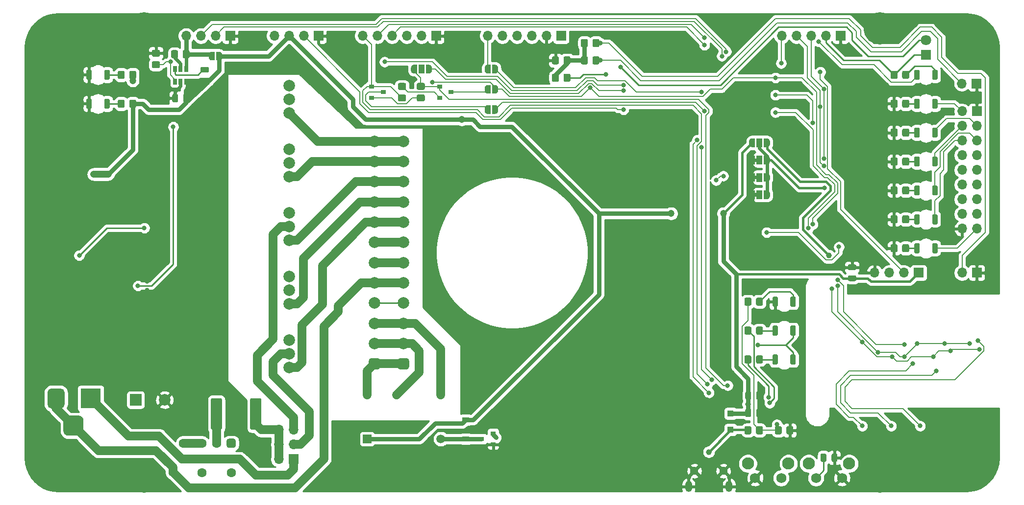
<source format=gbr>
G04 #@! TF.GenerationSoftware,KiCad,Pcbnew,(5.1.8-0-10_14)*
G04 #@! TF.CreationDate,2021-01-31T17:06:06-06:00*
G04 #@! TF.ProjectId,ClimateSprinklerController,436c696d-6174-4655-9370-72696e6b6c65,rev?*
G04 #@! TF.SameCoordinates,Original*
G04 #@! TF.FileFunction,Copper,L2,Bot*
G04 #@! TF.FilePolarity,Positive*
%FSLAX46Y46*%
G04 Gerber Fmt 4.6, Leading zero omitted, Abs format (unit mm)*
G04 Created by KiCad (PCBNEW (5.1.8-0-10_14)) date 2021-01-31 17:06:06*
%MOMM*%
%LPD*%
G01*
G04 APERTURE LIST*
G04 #@! TA.AperFunction,EtchedComponent*
%ADD10C,0.100000*%
G04 #@! TD*
G04 #@! TA.AperFunction,ComponentPad*
%ADD11O,1.700000X1.700000*%
G04 #@! TD*
G04 #@! TA.AperFunction,ComponentPad*
%ADD12R,1.700000X1.700000*%
G04 #@! TD*
G04 #@! TA.AperFunction,SMDPad,CuDef*
%ADD13R,1.100000X1.100000*%
G04 #@! TD*
G04 #@! TA.AperFunction,ComponentPad*
%ADD14C,2.000000*%
G04 #@! TD*
G04 #@! TA.AperFunction,ComponentPad*
%ADD15R,2.000000X2.000000*%
G04 #@! TD*
G04 #@! TA.AperFunction,ComponentPad*
%ADD16C,5.600000*%
G04 #@! TD*
G04 #@! TA.AperFunction,SMDPad,CuDef*
%ADD17C,0.100000*%
G04 #@! TD*
G04 #@! TA.AperFunction,SMDPad,CuDef*
%ADD18R,0.650000X1.060000*%
G04 #@! TD*
G04 #@! TA.AperFunction,ComponentPad*
%ADD19C,1.600000*%
G04 #@! TD*
G04 #@! TA.AperFunction,ComponentPad*
%ADD20C,1.450000*%
G04 #@! TD*
G04 #@! TA.AperFunction,ComponentPad*
%ADD21O,1.200000X1.900000*%
G04 #@! TD*
G04 #@! TA.AperFunction,SMDPad,CuDef*
%ADD22R,0.900000X0.800000*%
G04 #@! TD*
G04 #@! TA.AperFunction,SMDPad,CuDef*
%ADD23R,1.000000X1.500000*%
G04 #@! TD*
G04 #@! TA.AperFunction,ComponentPad*
%ADD24C,1.501140*%
G04 #@! TD*
G04 #@! TA.AperFunction,ComponentPad*
%ADD25R,1.501140X1.501140*%
G04 #@! TD*
G04 #@! TA.AperFunction,ComponentPad*
%ADD26C,0.800000*%
G04 #@! TD*
G04 #@! TA.AperFunction,ComponentPad*
%ADD27C,2.100000*%
G04 #@! TD*
G04 #@! TA.AperFunction,ComponentPad*
%ADD28C,1.750000*%
G04 #@! TD*
G04 #@! TA.AperFunction,ComponentPad*
%ADD29C,6.400000*%
G04 #@! TD*
G04 #@! TA.AperFunction,ComponentPad*
%ADD30C,0.600000*%
G04 #@! TD*
G04 #@! TA.AperFunction,SMDPad,CuDef*
%ADD31R,4.900000X2.950000*%
G04 #@! TD*
G04 #@! TA.AperFunction,ComponentPad*
%ADD32C,1.800000*%
G04 #@! TD*
G04 #@! TA.AperFunction,ComponentPad*
%ADD33R,1.800000X1.800000*%
G04 #@! TD*
G04 #@! TA.AperFunction,ComponentPad*
%ADD34R,3.500000X3.500000*%
G04 #@! TD*
G04 #@! TA.AperFunction,SMDPad,CuDef*
%ADD35R,1.200000X0.900000*%
G04 #@! TD*
G04 #@! TA.AperFunction,ViaPad*
%ADD36C,0.800000*%
G04 #@! TD*
G04 #@! TA.AperFunction,ViaPad*
%ADD37C,1.200000*%
G04 #@! TD*
G04 #@! TA.AperFunction,ViaPad*
%ADD38C,1.000000*%
G04 #@! TD*
G04 #@! TA.AperFunction,Conductor*
%ADD39C,0.600000*%
G04 #@! TD*
G04 #@! TA.AperFunction,Conductor*
%ADD40C,0.400000*%
G04 #@! TD*
G04 #@! TA.AperFunction,Conductor*
%ADD41C,0.800000*%
G04 #@! TD*
G04 #@! TA.AperFunction,Conductor*
%ADD42C,0.250000*%
G04 #@! TD*
G04 #@! TA.AperFunction,Conductor*
%ADD43C,1.200000*%
G04 #@! TD*
G04 #@! TA.AperFunction,Conductor*
%ADD44C,1.500000*%
G04 #@! TD*
G04 #@! TA.AperFunction,Conductor*
%ADD45C,0.200000*%
G04 #@! TD*
G04 #@! TA.AperFunction,Conductor*
%ADD46C,0.254000*%
G04 #@! TD*
G04 #@! TA.AperFunction,Conductor*
%ADD47C,0.100000*%
G04 #@! TD*
G04 APERTURE END LIST*
D10*
G36*
X191850000Y-80300000D02*
G01*
X192350000Y-80300000D01*
X192350000Y-79700000D01*
X191850000Y-79700000D01*
X191850000Y-80300000D01*
G37*
G36*
X191850000Y-77300000D02*
G01*
X192350000Y-77300000D01*
X192350000Y-76700000D01*
X191850000Y-76700000D01*
X191850000Y-77300000D01*
G37*
G36*
X191850000Y-74300000D02*
G01*
X192350000Y-74300000D01*
X192350000Y-73700000D01*
X191850000Y-73700000D01*
X191850000Y-74300000D01*
G37*
G04 #@! TA.AperFunction,SMDPad,CuDef*
G36*
G01*
X88950001Y-56100000D02*
X88049999Y-56100000D01*
G75*
G02*
X87800000Y-55850001I0J249999D01*
G01*
X87800000Y-55149999D01*
G75*
G02*
X88049999Y-54900000I249999J0D01*
G01*
X88950001Y-54900000D01*
G75*
G02*
X89200000Y-55149999I0J-249999D01*
G01*
X89200000Y-55850001D01*
G75*
G02*
X88950001Y-56100000I-249999J0D01*
G01*
G37*
G04 #@! TD.AperFunction*
G04 #@! TA.AperFunction,SMDPad,CuDef*
G36*
G01*
X88950001Y-58100000D02*
X88049999Y-58100000D01*
G75*
G02*
X87800000Y-57850001I0J249999D01*
G01*
X87800000Y-57149999D01*
G75*
G02*
X88049999Y-56900000I249999J0D01*
G01*
X88950001Y-56900000D01*
G75*
G02*
X89200000Y-57149999I0J-249999D01*
G01*
X89200000Y-57850001D01*
G75*
G02*
X88950001Y-58100000I-249999J0D01*
G01*
G37*
G04 #@! TD.AperFunction*
D11*
X227710000Y-60750000D03*
D12*
X230250000Y-60750000D03*
G04 #@! TA.AperFunction,SMDPad,CuDef*
G36*
G01*
X163100000Y-56299999D02*
X163100000Y-57200001D01*
G75*
G02*
X162850001Y-57450000I-249999J0D01*
G01*
X162149999Y-57450000D01*
G75*
G02*
X161900000Y-57200001I0J249999D01*
G01*
X161900000Y-56299999D01*
G75*
G02*
X162149999Y-56050000I249999J0D01*
G01*
X162850001Y-56050000D01*
G75*
G02*
X163100000Y-56299999I0J-249999D01*
G01*
G37*
G04 #@! TD.AperFunction*
G04 #@! TA.AperFunction,SMDPad,CuDef*
G36*
G01*
X165100000Y-56299999D02*
X165100000Y-57200001D01*
G75*
G02*
X164850001Y-57450000I-249999J0D01*
G01*
X164149999Y-57450000D01*
G75*
G02*
X163900000Y-57200001I0J249999D01*
G01*
X163900000Y-56299999D01*
G75*
G02*
X164149999Y-56050000I249999J0D01*
G01*
X164850001Y-56050000D01*
G75*
G02*
X165100000Y-56299999I0J-249999D01*
G01*
G37*
G04 #@! TD.AperFunction*
D13*
X187750000Y-120650000D03*
X187750000Y-117850000D03*
G04 #@! TA.AperFunction,SMDPad,CuDef*
G36*
G01*
X85100000Y-58799999D02*
X85100000Y-59700001D01*
G75*
G02*
X84850001Y-59950000I-249999J0D01*
G01*
X84149999Y-59950000D01*
G75*
G02*
X83900000Y-59700001I0J249999D01*
G01*
X83900000Y-58799999D01*
G75*
G02*
X84149999Y-58550000I249999J0D01*
G01*
X84850001Y-58550000D01*
G75*
G02*
X85100000Y-58799999I0J-249999D01*
G01*
G37*
G04 #@! TD.AperFunction*
G04 #@! TA.AperFunction,SMDPad,CuDef*
G36*
G01*
X83100000Y-58799999D02*
X83100000Y-59700001D01*
G75*
G02*
X82850001Y-59950000I-249999J0D01*
G01*
X82149999Y-59950000D01*
G75*
G02*
X81900000Y-59700001I0J249999D01*
G01*
X81900000Y-58799999D01*
G75*
G02*
X82149999Y-58550000I249999J0D01*
G01*
X82850001Y-58550000D01*
G75*
G02*
X83100000Y-58799999I0J-249999D01*
G01*
G37*
G04 #@! TD.AperFunction*
D12*
X230290000Y-65560000D03*
D11*
X227750000Y-65560000D03*
X230290000Y-68100000D03*
X227750000Y-68100000D03*
X230290000Y-70640000D03*
X227750000Y-70640000D03*
X230290000Y-73180000D03*
X227750000Y-73180000D03*
X230290000Y-75720000D03*
X227750000Y-75720000D03*
X230290000Y-78260000D03*
X227750000Y-78260000D03*
X230290000Y-80800000D03*
X227750000Y-80800000D03*
X230290000Y-83340000D03*
X227750000Y-83340000D03*
X230290000Y-85880000D03*
X227750000Y-85880000D03*
D12*
X112250000Y-125750000D03*
D11*
X109710000Y-125750000D03*
X112250000Y-123210000D03*
X109710000Y-123210000D03*
X112250000Y-120670000D03*
X109710000Y-120670000D03*
D14*
X90000000Y-115500000D03*
D15*
X85000000Y-115500000D03*
D16*
X213550000Y-128800000D03*
X86450000Y-128800000D03*
G04 #@! TA.AperFunction,SMDPad,CuDef*
G36*
G01*
X191350000Y-98049999D02*
X191350000Y-98950001D01*
G75*
G02*
X191100001Y-99200000I-249999J0D01*
G01*
X190399999Y-99200000D01*
G75*
G02*
X190150000Y-98950001I0J249999D01*
G01*
X190150000Y-98049999D01*
G75*
G02*
X190399999Y-97800000I249999J0D01*
G01*
X191100001Y-97800000D01*
G75*
G02*
X191350000Y-98049999I0J-249999D01*
G01*
G37*
G04 #@! TD.AperFunction*
G04 #@! TA.AperFunction,SMDPad,CuDef*
G36*
G01*
X193350000Y-98049999D02*
X193350000Y-98950001D01*
G75*
G02*
X193100001Y-99200000I-249999J0D01*
G01*
X192399999Y-99200000D01*
G75*
G02*
X192150000Y-98950001I0J249999D01*
G01*
X192150000Y-98049999D01*
G75*
G02*
X192399999Y-97800000I249999J0D01*
G01*
X193100001Y-97800000D01*
G75*
G02*
X193350000Y-98049999I0J-249999D01*
G01*
G37*
G04 #@! TD.AperFunction*
G04 #@! TA.AperFunction,SMDPad,CuDef*
G36*
G01*
X198075000Y-99185000D02*
X198075000Y-97815000D01*
G75*
G02*
X198265000Y-97625000I190000J0D01*
G01*
X198835000Y-97625000D01*
G75*
G02*
X199025000Y-97815000I0J-190000D01*
G01*
X199025000Y-99185000D01*
G75*
G02*
X198835000Y-99375000I-190000J0D01*
G01*
X198265000Y-99375000D01*
G75*
G02*
X198075000Y-99185000I0J190000D01*
G01*
G37*
G04 #@! TD.AperFunction*
G04 #@! TA.AperFunction,SMDPad,CuDef*
G36*
G01*
X194975000Y-99185000D02*
X194975000Y-97815000D01*
G75*
G02*
X195165000Y-97625000I190000J0D01*
G01*
X195735000Y-97625000D01*
G75*
G02*
X195925000Y-97815000I0J-190000D01*
G01*
X195925000Y-99185000D01*
G75*
G02*
X195735000Y-99375000I-190000J0D01*
G01*
X195165000Y-99375000D01*
G75*
G02*
X194975000Y-99185000I0J190000D01*
G01*
G37*
G04 #@! TD.AperFunction*
D12*
X206750000Y-52500000D03*
D11*
X204210000Y-52500000D03*
X201670000Y-52500000D03*
X199130000Y-52500000D03*
X196590000Y-52500000D03*
G04 #@! TA.AperFunction,SMDPad,CuDef*
D17*
G36*
X98640000Y-56750000D02*
G01*
X98140000Y-56750000D01*
X98140000Y-56749398D01*
X98115466Y-56749398D01*
X98066635Y-56744588D01*
X98018510Y-56735016D01*
X97971555Y-56720772D01*
X97926222Y-56701995D01*
X97882949Y-56678864D01*
X97842150Y-56651604D01*
X97804221Y-56620476D01*
X97769524Y-56585779D01*
X97738396Y-56547850D01*
X97711136Y-56507051D01*
X97688005Y-56463778D01*
X97669228Y-56418445D01*
X97654984Y-56371490D01*
X97645412Y-56323365D01*
X97640602Y-56274534D01*
X97640602Y-56250000D01*
X97640000Y-56250000D01*
X97640000Y-55750000D01*
X97640602Y-55750000D01*
X97640602Y-55725466D01*
X97645412Y-55676635D01*
X97654984Y-55628510D01*
X97669228Y-55581555D01*
X97688005Y-55536222D01*
X97711136Y-55492949D01*
X97738396Y-55452150D01*
X97769524Y-55414221D01*
X97804221Y-55379524D01*
X97842150Y-55348396D01*
X97882949Y-55321136D01*
X97926222Y-55298005D01*
X97971555Y-55279228D01*
X98018510Y-55264984D01*
X98066635Y-55255412D01*
X98115466Y-55250602D01*
X98140000Y-55250602D01*
X98140000Y-55250000D01*
X98640000Y-55250000D01*
X98640000Y-56750000D01*
G37*
G04 #@! TD.AperFunction*
G04 #@! TA.AperFunction,SMDPad,CuDef*
G36*
X99440000Y-55250602D02*
G01*
X99464534Y-55250602D01*
X99513365Y-55255412D01*
X99561490Y-55264984D01*
X99608445Y-55279228D01*
X99653778Y-55298005D01*
X99697051Y-55321136D01*
X99737850Y-55348396D01*
X99775779Y-55379524D01*
X99810476Y-55414221D01*
X99841604Y-55452150D01*
X99868864Y-55492949D01*
X99891995Y-55536222D01*
X99910772Y-55581555D01*
X99925016Y-55628510D01*
X99934588Y-55676635D01*
X99939398Y-55725466D01*
X99939398Y-55750000D01*
X99940000Y-55750000D01*
X99940000Y-56250000D01*
X99939398Y-56250000D01*
X99939398Y-56274534D01*
X99934588Y-56323365D01*
X99925016Y-56371490D01*
X99910772Y-56418445D01*
X99891995Y-56463778D01*
X99868864Y-56507051D01*
X99841604Y-56547850D01*
X99810476Y-56585779D01*
X99775779Y-56620476D01*
X99737850Y-56651604D01*
X99697051Y-56678864D01*
X99653778Y-56701995D01*
X99608445Y-56720772D01*
X99561490Y-56735016D01*
X99513365Y-56744588D01*
X99464534Y-56749398D01*
X99440000Y-56749398D01*
X99440000Y-56750000D01*
X98940000Y-56750000D01*
X98940000Y-55250000D01*
X99440000Y-55250000D01*
X99440000Y-55250602D01*
G37*
G04 #@! TD.AperFunction*
D18*
X92770000Y-58215000D03*
X93720000Y-58215000D03*
X91820000Y-58215000D03*
X91820000Y-60415000D03*
X92770000Y-60415000D03*
X93720000Y-60415000D03*
G04 #@! TA.AperFunction,SMDPad,CuDef*
G36*
G01*
X93120000Y-56125001D02*
X93120000Y-55224999D01*
G75*
G02*
X93369999Y-54975000I249999J0D01*
G01*
X94070001Y-54975000D01*
G75*
G02*
X94320000Y-55224999I0J-249999D01*
G01*
X94320000Y-56125001D01*
G75*
G02*
X94070001Y-56375000I-249999J0D01*
G01*
X93369999Y-56375000D01*
G75*
G02*
X93120000Y-56125001I0J249999D01*
G01*
G37*
G04 #@! TD.AperFunction*
G04 #@! TA.AperFunction,SMDPad,CuDef*
G36*
G01*
X91120000Y-56125001D02*
X91120000Y-55224999D01*
G75*
G02*
X91369999Y-54975000I249999J0D01*
G01*
X92070001Y-54975000D01*
G75*
G02*
X92320000Y-55224999I0J-249999D01*
G01*
X92320000Y-56125001D01*
G75*
G02*
X92070001Y-56375000I-249999J0D01*
G01*
X91369999Y-56375000D01*
G75*
G02*
X91120000Y-56125001I0J249999D01*
G01*
G37*
G04 #@! TD.AperFunction*
G04 #@! TA.AperFunction,SMDPad,CuDef*
G36*
G01*
X96450000Y-57865000D02*
X97400000Y-57865000D01*
G75*
G02*
X97650000Y-58115000I0J-250000D01*
G01*
X97650000Y-58615000D01*
G75*
G02*
X97400000Y-58865000I-250000J0D01*
G01*
X96450000Y-58865000D01*
G75*
G02*
X96200000Y-58615000I0J250000D01*
G01*
X96200000Y-58115000D01*
G75*
G02*
X96450000Y-57865000I250000J0D01*
G01*
G37*
G04 #@! TD.AperFunction*
G04 #@! TA.AperFunction,SMDPad,CuDef*
G36*
G01*
X96450000Y-59765000D02*
X97400000Y-59765000D01*
G75*
G02*
X97650000Y-60015000I0J-250000D01*
G01*
X97650000Y-60515000D01*
G75*
G02*
X97400000Y-60765000I-250000J0D01*
G01*
X96450000Y-60765000D01*
G75*
G02*
X96200000Y-60515000I0J250000D01*
G01*
X96200000Y-60015000D01*
G75*
G02*
X96450000Y-59765000I250000J0D01*
G01*
G37*
G04 #@! TD.AperFunction*
G04 #@! TA.AperFunction,SMDPad,CuDef*
G36*
G01*
X92320000Y-62820000D02*
X92320000Y-63770000D01*
G75*
G02*
X92070000Y-64020000I-250000J0D01*
G01*
X91570000Y-64020000D01*
G75*
G02*
X91320000Y-63770000I0J250000D01*
G01*
X91320000Y-62820000D01*
G75*
G02*
X91570000Y-62570000I250000J0D01*
G01*
X92070000Y-62570000D01*
G75*
G02*
X92320000Y-62820000I0J-250000D01*
G01*
G37*
G04 #@! TD.AperFunction*
G04 #@! TA.AperFunction,SMDPad,CuDef*
G36*
G01*
X94220000Y-62820000D02*
X94220000Y-63770000D01*
G75*
G02*
X93970000Y-64020000I-250000J0D01*
G01*
X93470000Y-64020000D01*
G75*
G02*
X93220000Y-63770000I0J250000D01*
G01*
X93220000Y-62820000D01*
G75*
G02*
X93470000Y-62570000I250000J0D01*
G01*
X93970000Y-62570000D01*
G75*
G02*
X94220000Y-62820000I0J-250000D01*
G01*
G37*
G04 #@! TD.AperFunction*
D19*
X96420000Y-128080000D03*
X101500000Y-128080000D03*
G04 #@! TA.AperFunction,ComponentPad*
G36*
G01*
X101900000Y-123800000D02*
X101100000Y-123800000D01*
G75*
G02*
X100700000Y-123400000I0J400000D01*
G01*
X100700000Y-122600000D01*
G75*
G02*
X101100000Y-122200000I400000J0D01*
G01*
X101900000Y-122200000D01*
G75*
G02*
X102300000Y-122600000I0J-400000D01*
G01*
X102300000Y-123400000D01*
G75*
G02*
X101900000Y-123800000I-400000J0D01*
G01*
G37*
G04 #@! TD.AperFunction*
X98960000Y-123000000D03*
X96420000Y-123000000D03*
G04 #@! TA.AperFunction,SMDPad,CuDef*
G36*
G01*
X192200000Y-118225000D02*
X192200000Y-117275000D01*
G75*
G02*
X192450000Y-117025000I250000J0D01*
G01*
X192950000Y-117025000D01*
G75*
G02*
X193200000Y-117275000I0J-250000D01*
G01*
X193200000Y-118225000D01*
G75*
G02*
X192950000Y-118475000I-250000J0D01*
G01*
X192450000Y-118475000D01*
G75*
G02*
X192200000Y-118225000I0J250000D01*
G01*
G37*
G04 #@! TD.AperFunction*
G04 #@! TA.AperFunction,SMDPad,CuDef*
G36*
G01*
X190300000Y-118225000D02*
X190300000Y-117275000D01*
G75*
G02*
X190550000Y-117025000I250000J0D01*
G01*
X191050000Y-117025000D01*
G75*
G02*
X191300000Y-117275000I0J-250000D01*
G01*
X191300000Y-118225000D01*
G75*
G02*
X191050000Y-118475000I-250000J0D01*
G01*
X190550000Y-118475000D01*
G75*
G02*
X190300000Y-118225000I0J250000D01*
G01*
G37*
G04 #@! TD.AperFunction*
G04 #@! TA.AperFunction,SMDPad,CuDef*
G36*
G01*
X198600000Y-120299600D02*
X198600000Y-121200400D01*
G75*
G02*
X198350400Y-121450000I-249600J0D01*
G01*
X197649600Y-121450000D01*
G75*
G02*
X197400000Y-121200400I0J249600D01*
G01*
X197400000Y-120299600D01*
G75*
G02*
X197649600Y-120050000I249600J0D01*
G01*
X198350400Y-120050000D01*
G75*
G02*
X198600000Y-120299600I0J-249600D01*
G01*
G37*
G04 #@! TD.AperFunction*
G04 #@! TA.AperFunction,SMDPad,CuDef*
G36*
G01*
X196600000Y-120299600D02*
X196600000Y-121200400D01*
G75*
G02*
X196350400Y-121450000I-249600J0D01*
G01*
X195649600Y-121450000D01*
G75*
G02*
X195400000Y-121200400I0J249600D01*
G01*
X195400000Y-120299600D01*
G75*
G02*
X195649600Y-120050000I249600J0D01*
G01*
X196350400Y-120050000D01*
G75*
G02*
X196600000Y-120299600I0J-249600D01*
G01*
G37*
G04 #@! TD.AperFunction*
G04 #@! TA.AperFunction,SMDPad,CuDef*
G36*
G01*
X193350000Y-120299999D02*
X193350000Y-121200001D01*
G75*
G02*
X193100001Y-121450000I-249999J0D01*
G01*
X192399999Y-121450000D01*
G75*
G02*
X192150000Y-121200001I0J249999D01*
G01*
X192150000Y-120299999D01*
G75*
G02*
X192399999Y-120050000I249999J0D01*
G01*
X193100001Y-120050000D01*
G75*
G02*
X193350000Y-120299999I0J-249999D01*
G01*
G37*
G04 #@! TD.AperFunction*
G04 #@! TA.AperFunction,SMDPad,CuDef*
G36*
G01*
X191350000Y-120299999D02*
X191350000Y-121200001D01*
G75*
G02*
X191100001Y-121450000I-249999J0D01*
G01*
X190399999Y-121450000D01*
G75*
G02*
X190150000Y-121200001I0J249999D01*
G01*
X190150000Y-120299999D01*
G75*
G02*
X190399999Y-120050000I249999J0D01*
G01*
X191100001Y-120050000D01*
G75*
G02*
X191350000Y-120299999I0J-249999D01*
G01*
G37*
G04 #@! TD.AperFunction*
G04 #@! TA.AperFunction,SMDPad,CuDef*
G36*
G01*
X191350000Y-103049999D02*
X191350000Y-103950001D01*
G75*
G02*
X191100001Y-104200000I-249999J0D01*
G01*
X190399999Y-104200000D01*
G75*
G02*
X190150000Y-103950001I0J249999D01*
G01*
X190150000Y-103049999D01*
G75*
G02*
X190399999Y-102800000I249999J0D01*
G01*
X191100001Y-102800000D01*
G75*
G02*
X191350000Y-103049999I0J-249999D01*
G01*
G37*
G04 #@! TD.AperFunction*
G04 #@! TA.AperFunction,SMDPad,CuDef*
G36*
G01*
X193350000Y-103049999D02*
X193350000Y-103950001D01*
G75*
G02*
X193100001Y-104200000I-249999J0D01*
G01*
X192399999Y-104200000D01*
G75*
G02*
X192150000Y-103950001I0J249999D01*
G01*
X192150000Y-103049999D01*
G75*
G02*
X192399999Y-102800000I249999J0D01*
G01*
X193100001Y-102800000D01*
G75*
G02*
X193350000Y-103049999I0J-249999D01*
G01*
G37*
G04 #@! TD.AperFunction*
G04 #@! TA.AperFunction,SMDPad,CuDef*
G36*
G01*
X191350000Y-108049999D02*
X191350000Y-108950001D01*
G75*
G02*
X191100001Y-109200000I-249999J0D01*
G01*
X190399999Y-109200000D01*
G75*
G02*
X190150000Y-108950001I0J249999D01*
G01*
X190150000Y-108049999D01*
G75*
G02*
X190399999Y-107800000I249999J0D01*
G01*
X191100001Y-107800000D01*
G75*
G02*
X191350000Y-108049999I0J-249999D01*
G01*
G37*
G04 #@! TD.AperFunction*
G04 #@! TA.AperFunction,SMDPad,CuDef*
G36*
G01*
X193350000Y-108049999D02*
X193350000Y-108950001D01*
G75*
G02*
X193100001Y-109200000I-249999J0D01*
G01*
X192399999Y-109200000D01*
G75*
G02*
X192150000Y-108950001I0J249999D01*
G01*
X192150000Y-108049999D01*
G75*
G02*
X192399999Y-107800000I249999J0D01*
G01*
X193100001Y-107800000D01*
G75*
G02*
X193350000Y-108049999I0J-249999D01*
G01*
G37*
G04 #@! TD.AperFunction*
D20*
X181500000Y-127787500D03*
X186500000Y-127787500D03*
D21*
X180500000Y-130487500D03*
X187500000Y-130487500D03*
G04 #@! TA.AperFunction,SMDPad,CuDef*
G36*
G01*
X198075000Y-104185000D02*
X198075000Y-102815000D01*
G75*
G02*
X198265000Y-102625000I190000J0D01*
G01*
X198835000Y-102625000D01*
G75*
G02*
X199025000Y-102815000I0J-190000D01*
G01*
X199025000Y-104185000D01*
G75*
G02*
X198835000Y-104375000I-190000J0D01*
G01*
X198265000Y-104375000D01*
G75*
G02*
X198075000Y-104185000I0J190000D01*
G01*
G37*
G04 #@! TD.AperFunction*
G04 #@! TA.AperFunction,SMDPad,CuDef*
G36*
G01*
X194975000Y-104185000D02*
X194975000Y-102815000D01*
G75*
G02*
X195165000Y-102625000I190000J0D01*
G01*
X195735000Y-102625000D01*
G75*
G02*
X195925000Y-102815000I0J-190000D01*
G01*
X195925000Y-104185000D01*
G75*
G02*
X195735000Y-104375000I-190000J0D01*
G01*
X195165000Y-104375000D01*
G75*
G02*
X194975000Y-104185000I0J190000D01*
G01*
G37*
G04 #@! TD.AperFunction*
G04 #@! TA.AperFunction,SMDPad,CuDef*
G36*
G01*
X198075000Y-109185000D02*
X198075000Y-107815000D01*
G75*
G02*
X198265000Y-107625000I190000J0D01*
G01*
X198835000Y-107625000D01*
G75*
G02*
X199025000Y-107815000I0J-190000D01*
G01*
X199025000Y-109185000D01*
G75*
G02*
X198835000Y-109375000I-190000J0D01*
G01*
X198265000Y-109375000D01*
G75*
G02*
X198075000Y-109185000I0J190000D01*
G01*
G37*
G04 #@! TD.AperFunction*
G04 #@! TA.AperFunction,SMDPad,CuDef*
G36*
G01*
X194975000Y-109185000D02*
X194975000Y-107815000D01*
G75*
G02*
X195165000Y-107625000I190000J0D01*
G01*
X195735000Y-107625000D01*
G75*
G02*
X195925000Y-107815000I0J-190000D01*
G01*
X195925000Y-109185000D01*
G75*
G02*
X195735000Y-109375000I-190000J0D01*
G01*
X195165000Y-109375000D01*
G75*
G02*
X194975000Y-109185000I0J190000D01*
G01*
G37*
G04 #@! TD.AperFunction*
G04 #@! TA.AperFunction,SMDPad,CuDef*
G36*
G01*
X192200000Y-115225000D02*
X192200000Y-114275000D01*
G75*
G02*
X192450000Y-114025000I250000J0D01*
G01*
X192950000Y-114025000D01*
G75*
G02*
X193200000Y-114275000I0J-250000D01*
G01*
X193200000Y-115225000D01*
G75*
G02*
X192950000Y-115475000I-250000J0D01*
G01*
X192450000Y-115475000D01*
G75*
G02*
X192200000Y-115225000I0J250000D01*
G01*
G37*
G04 #@! TD.AperFunction*
G04 #@! TA.AperFunction,SMDPad,CuDef*
G36*
G01*
X190300000Y-115225000D02*
X190300000Y-114275000D01*
G75*
G02*
X190550000Y-114025000I250000J0D01*
G01*
X191050000Y-114025000D01*
G75*
G02*
X191300000Y-114275000I0J-250000D01*
G01*
X191300000Y-115225000D01*
G75*
G02*
X191050000Y-115475000I-250000J0D01*
G01*
X190550000Y-115475000D01*
G75*
G02*
X190300000Y-115225000I0J250000D01*
G01*
G37*
G04 #@! TD.AperFunction*
G04 #@! TA.AperFunction,SMDPad,CuDef*
G36*
G01*
X134700001Y-63850000D02*
X133799999Y-63850000D01*
G75*
G02*
X133550000Y-63600001I0J249999D01*
G01*
X133550000Y-62899999D01*
G75*
G02*
X133799999Y-62650000I249999J0D01*
G01*
X134700001Y-62650000D01*
G75*
G02*
X134950000Y-62899999I0J-249999D01*
G01*
X134950000Y-63600001D01*
G75*
G02*
X134700001Y-63850000I-249999J0D01*
G01*
G37*
G04 #@! TD.AperFunction*
G04 #@! TA.AperFunction,SMDPad,CuDef*
G36*
G01*
X134700001Y-61850000D02*
X133799999Y-61850000D01*
G75*
G02*
X133550000Y-61600001I0J249999D01*
G01*
X133550000Y-60899999D01*
G75*
G02*
X133799999Y-60650000I249999J0D01*
G01*
X134700001Y-60650000D01*
G75*
G02*
X134950000Y-60899999I0J-249999D01*
G01*
X134950000Y-61600001D01*
G75*
G02*
X134700001Y-61850000I-249999J0D01*
G01*
G37*
G04 #@! TD.AperFunction*
G04 #@! TA.AperFunction,SMDPad,CuDef*
G36*
G01*
X130549999Y-60650000D02*
X131450001Y-60650000D01*
G75*
G02*
X131700000Y-60899999I0J-249999D01*
G01*
X131700000Y-61600001D01*
G75*
G02*
X131450001Y-61850000I-249999J0D01*
G01*
X130549999Y-61850000D01*
G75*
G02*
X130300000Y-61600001I0J249999D01*
G01*
X130300000Y-60899999D01*
G75*
G02*
X130549999Y-60650000I249999J0D01*
G01*
G37*
G04 #@! TD.AperFunction*
G04 #@! TA.AperFunction,SMDPad,CuDef*
G36*
G01*
X130549999Y-62650000D02*
X131450001Y-62650000D01*
G75*
G02*
X131700000Y-62899999I0J-249999D01*
G01*
X131700000Y-63600001D01*
G75*
G02*
X131450001Y-63850000I-249999J0D01*
G01*
X130549999Y-63850000D01*
G75*
G02*
X130300000Y-63600001I0J249999D01*
G01*
X130300000Y-62899999D01*
G75*
G02*
X130549999Y-62650000I249999J0D01*
G01*
G37*
G04 #@! TD.AperFunction*
D22*
X125750000Y-63200000D03*
X125750000Y-61300000D03*
X127750000Y-62250000D03*
X137500000Y-63200000D03*
X137500000Y-61300000D03*
X139500000Y-62250000D03*
G04 #@! TA.AperFunction,SMDPad,CuDef*
D17*
G36*
X146290000Y-66000000D02*
G01*
X145790000Y-66000000D01*
X145790000Y-65999398D01*
X145765466Y-65999398D01*
X145716635Y-65994588D01*
X145668510Y-65985016D01*
X145621555Y-65970772D01*
X145576222Y-65951995D01*
X145532949Y-65928864D01*
X145492150Y-65901604D01*
X145454221Y-65870476D01*
X145419524Y-65835779D01*
X145388396Y-65797850D01*
X145361136Y-65757051D01*
X145338005Y-65713778D01*
X145319228Y-65668445D01*
X145304984Y-65621490D01*
X145295412Y-65573365D01*
X145290602Y-65524534D01*
X145290602Y-65500000D01*
X145290000Y-65500000D01*
X145290000Y-65000000D01*
X145290602Y-65000000D01*
X145290602Y-64975466D01*
X145295412Y-64926635D01*
X145304984Y-64878510D01*
X145319228Y-64831555D01*
X145338005Y-64786222D01*
X145361136Y-64742949D01*
X145388396Y-64702150D01*
X145419524Y-64664221D01*
X145454221Y-64629524D01*
X145492150Y-64598396D01*
X145532949Y-64571136D01*
X145576222Y-64548005D01*
X145621555Y-64529228D01*
X145668510Y-64514984D01*
X145716635Y-64505412D01*
X145765466Y-64500602D01*
X145790000Y-64500602D01*
X145790000Y-64500000D01*
X146290000Y-64500000D01*
X146290000Y-66000000D01*
G37*
G04 #@! TD.AperFunction*
G04 #@! TA.AperFunction,SMDPad,CuDef*
G36*
X147090000Y-64500602D02*
G01*
X147114534Y-64500602D01*
X147163365Y-64505412D01*
X147211490Y-64514984D01*
X147258445Y-64529228D01*
X147303778Y-64548005D01*
X147347051Y-64571136D01*
X147387850Y-64598396D01*
X147425779Y-64629524D01*
X147460476Y-64664221D01*
X147491604Y-64702150D01*
X147518864Y-64742949D01*
X147541995Y-64786222D01*
X147560772Y-64831555D01*
X147575016Y-64878510D01*
X147584588Y-64926635D01*
X147589398Y-64975466D01*
X147589398Y-65000000D01*
X147590000Y-65000000D01*
X147590000Y-65500000D01*
X147589398Y-65500000D01*
X147589398Y-65524534D01*
X147584588Y-65573365D01*
X147575016Y-65621490D01*
X147560772Y-65668445D01*
X147541995Y-65713778D01*
X147518864Y-65757051D01*
X147491604Y-65797850D01*
X147460476Y-65835779D01*
X147425779Y-65870476D01*
X147387850Y-65901604D01*
X147347051Y-65928864D01*
X147303778Y-65951995D01*
X147258445Y-65970772D01*
X147211490Y-65985016D01*
X147163365Y-65994588D01*
X147114534Y-65999398D01*
X147090000Y-65999398D01*
X147090000Y-66000000D01*
X146590000Y-66000000D01*
X146590000Y-64500000D01*
X147090000Y-64500000D01*
X147090000Y-64500602D01*
G37*
G04 #@! TD.AperFunction*
G04 #@! TA.AperFunction,SMDPad,CuDef*
G36*
X133610000Y-59000000D02*
G01*
X133060000Y-59000000D01*
X133060000Y-58999398D01*
X133035466Y-58999398D01*
X132986635Y-58994588D01*
X132938510Y-58985016D01*
X132891555Y-58970772D01*
X132846222Y-58951995D01*
X132802949Y-58928864D01*
X132762150Y-58901604D01*
X132724221Y-58870476D01*
X132689524Y-58835779D01*
X132658396Y-58797850D01*
X132631136Y-58757051D01*
X132608005Y-58713778D01*
X132589228Y-58668445D01*
X132574984Y-58621490D01*
X132565412Y-58573365D01*
X132560602Y-58524534D01*
X132560602Y-58500000D01*
X132560000Y-58500000D01*
X132560000Y-58000000D01*
X132560602Y-58000000D01*
X132560602Y-57975466D01*
X132565412Y-57926635D01*
X132574984Y-57878510D01*
X132589228Y-57831555D01*
X132608005Y-57786222D01*
X132631136Y-57742949D01*
X132658396Y-57702150D01*
X132689524Y-57664221D01*
X132724221Y-57629524D01*
X132762150Y-57598396D01*
X132802949Y-57571136D01*
X132846222Y-57548005D01*
X132891555Y-57529228D01*
X132938510Y-57514984D01*
X132986635Y-57505412D01*
X133035466Y-57500602D01*
X133060000Y-57500602D01*
X133060000Y-57500000D01*
X133610000Y-57500000D01*
X133610000Y-59000000D01*
G37*
G04 #@! TD.AperFunction*
G04 #@! TA.AperFunction,SMDPad,CuDef*
G36*
X135660000Y-57500602D02*
G01*
X135684534Y-57500602D01*
X135733365Y-57505412D01*
X135781490Y-57514984D01*
X135828445Y-57529228D01*
X135873778Y-57548005D01*
X135917051Y-57571136D01*
X135957850Y-57598396D01*
X135995779Y-57629524D01*
X136030476Y-57664221D01*
X136061604Y-57702150D01*
X136088864Y-57742949D01*
X136111995Y-57786222D01*
X136130772Y-57831555D01*
X136145016Y-57878510D01*
X136154588Y-57926635D01*
X136159398Y-57975466D01*
X136159398Y-58000000D01*
X136160000Y-58000000D01*
X136160000Y-58500000D01*
X136159398Y-58500000D01*
X136159398Y-58524534D01*
X136154588Y-58573365D01*
X136145016Y-58621490D01*
X136130772Y-58668445D01*
X136111995Y-58713778D01*
X136088864Y-58757051D01*
X136061604Y-58797850D01*
X136030476Y-58835779D01*
X135995779Y-58870476D01*
X135957850Y-58901604D01*
X135917051Y-58928864D01*
X135873778Y-58951995D01*
X135828445Y-58970772D01*
X135781490Y-58985016D01*
X135733365Y-58994588D01*
X135684534Y-58999398D01*
X135660000Y-58999398D01*
X135660000Y-59000000D01*
X135110000Y-59000000D01*
X135110000Y-57500000D01*
X135660000Y-57500000D01*
X135660000Y-57500602D01*
G37*
G04 #@! TD.AperFunction*
D23*
X134360000Y-58250000D03*
D16*
X213550000Y-51200000D03*
X86450000Y-51200000D03*
D24*
X137700000Y-114630000D03*
X137700000Y-122250000D03*
X130080000Y-114630000D03*
X125000000Y-114630000D03*
D25*
X125000000Y-122250000D03*
D11*
X93720000Y-52500000D03*
X96260000Y-52500000D03*
X98800000Y-52500000D03*
D12*
X101340000Y-52500000D03*
D26*
X177000000Y-54495000D03*
X177000000Y-55495000D03*
X177000000Y-56495000D03*
X177000000Y-57495000D03*
X177000000Y-58495000D03*
X176000000Y-54495000D03*
X176000000Y-55495000D03*
X176000000Y-56495000D03*
X176000000Y-57495000D03*
X176000000Y-58495000D03*
X175000000Y-54495000D03*
X175000000Y-55495000D03*
X175000000Y-56495000D03*
X175000000Y-57495000D03*
X175000000Y-58495000D03*
X174000000Y-54495000D03*
X174000000Y-55495000D03*
X174000000Y-56495000D03*
X174000000Y-57495000D03*
X174000000Y-58495000D03*
X173000000Y-54495000D03*
X173000000Y-55495000D03*
X173000000Y-56495000D03*
X173000000Y-57495000D03*
X173000000Y-58495000D03*
G04 #@! TA.AperFunction,SMDPad,CuDef*
G36*
G01*
X216600000Y-83799999D02*
X216600000Y-84700001D01*
G75*
G02*
X216350001Y-84950000I-249999J0D01*
G01*
X215649999Y-84950000D01*
G75*
G02*
X215400000Y-84700001I0J249999D01*
G01*
X215400000Y-83799999D01*
G75*
G02*
X215649999Y-83550000I249999J0D01*
G01*
X216350001Y-83550000D01*
G75*
G02*
X216600000Y-83799999I0J-249999D01*
G01*
G37*
G04 #@! TD.AperFunction*
G04 #@! TA.AperFunction,SMDPad,CuDef*
G36*
G01*
X218600000Y-83799999D02*
X218600000Y-84700001D01*
G75*
G02*
X218350001Y-84950000I-249999J0D01*
G01*
X217649999Y-84950000D01*
G75*
G02*
X217400000Y-84700001I0J249999D01*
G01*
X217400000Y-83799999D01*
G75*
G02*
X217649999Y-83550000I249999J0D01*
G01*
X218350001Y-83550000D01*
G75*
G02*
X218600000Y-83799999I0J-249999D01*
G01*
G37*
G04 #@! TD.AperFunction*
G04 #@! TA.AperFunction,SMDPad,CuDef*
G36*
G01*
X216600000Y-78799999D02*
X216600000Y-79700001D01*
G75*
G02*
X216350001Y-79950000I-249999J0D01*
G01*
X215649999Y-79950000D01*
G75*
G02*
X215400000Y-79700001I0J249999D01*
G01*
X215400000Y-78799999D01*
G75*
G02*
X215649999Y-78550000I249999J0D01*
G01*
X216350001Y-78550000D01*
G75*
G02*
X216600000Y-78799999I0J-249999D01*
G01*
G37*
G04 #@! TD.AperFunction*
G04 #@! TA.AperFunction,SMDPad,CuDef*
G36*
G01*
X218600000Y-78799999D02*
X218600000Y-79700001D01*
G75*
G02*
X218350001Y-79950000I-249999J0D01*
G01*
X217649999Y-79950000D01*
G75*
G02*
X217400000Y-79700001I0J249999D01*
G01*
X217400000Y-78799999D01*
G75*
G02*
X217649999Y-78550000I249999J0D01*
G01*
X218350001Y-78550000D01*
G75*
G02*
X218600000Y-78799999I0J-249999D01*
G01*
G37*
G04 #@! TD.AperFunction*
G04 #@! TA.AperFunction,SMDPad,CuDef*
G36*
G01*
X216600000Y-73799999D02*
X216600000Y-74700001D01*
G75*
G02*
X216350001Y-74950000I-249999J0D01*
G01*
X215649999Y-74950000D01*
G75*
G02*
X215400000Y-74700001I0J249999D01*
G01*
X215400000Y-73799999D01*
G75*
G02*
X215649999Y-73550000I249999J0D01*
G01*
X216350001Y-73550000D01*
G75*
G02*
X216600000Y-73799999I0J-249999D01*
G01*
G37*
G04 #@! TD.AperFunction*
G04 #@! TA.AperFunction,SMDPad,CuDef*
G36*
G01*
X218600000Y-73799999D02*
X218600000Y-74700001D01*
G75*
G02*
X218350001Y-74950000I-249999J0D01*
G01*
X217649999Y-74950000D01*
G75*
G02*
X217400000Y-74700001I0J249999D01*
G01*
X217400000Y-73799999D01*
G75*
G02*
X217649999Y-73550000I249999J0D01*
G01*
X218350001Y-73550000D01*
G75*
G02*
X218600000Y-73799999I0J-249999D01*
G01*
G37*
G04 #@! TD.AperFunction*
G04 #@! TA.AperFunction,SMDPad,CuDef*
G36*
G01*
X216600000Y-68799999D02*
X216600000Y-69700001D01*
G75*
G02*
X216350001Y-69950000I-249999J0D01*
G01*
X215649999Y-69950000D01*
G75*
G02*
X215400000Y-69700001I0J249999D01*
G01*
X215400000Y-68799999D01*
G75*
G02*
X215649999Y-68550000I249999J0D01*
G01*
X216350001Y-68550000D01*
G75*
G02*
X216600000Y-68799999I0J-249999D01*
G01*
G37*
G04 #@! TD.AperFunction*
G04 #@! TA.AperFunction,SMDPad,CuDef*
G36*
G01*
X218600000Y-68799999D02*
X218600000Y-69700001D01*
G75*
G02*
X218350001Y-69950000I-249999J0D01*
G01*
X217649999Y-69950000D01*
G75*
G02*
X217400000Y-69700001I0J249999D01*
G01*
X217400000Y-68799999D01*
G75*
G02*
X217649999Y-68550000I249999J0D01*
G01*
X218350001Y-68550000D01*
G75*
G02*
X218600000Y-68799999I0J-249999D01*
G01*
G37*
G04 #@! TD.AperFunction*
G04 #@! TA.AperFunction,SMDPad,CuDef*
G36*
G01*
X216600000Y-63799999D02*
X216600000Y-64700001D01*
G75*
G02*
X216350001Y-64950000I-249999J0D01*
G01*
X215649999Y-64950000D01*
G75*
G02*
X215400000Y-64700001I0J249999D01*
G01*
X215400000Y-63799999D01*
G75*
G02*
X215649999Y-63550000I249999J0D01*
G01*
X216350001Y-63550000D01*
G75*
G02*
X216600000Y-63799999I0J-249999D01*
G01*
G37*
G04 #@! TD.AperFunction*
G04 #@! TA.AperFunction,SMDPad,CuDef*
G36*
G01*
X218600000Y-63799999D02*
X218600000Y-64700001D01*
G75*
G02*
X218350001Y-64950000I-249999J0D01*
G01*
X217649999Y-64950000D01*
G75*
G02*
X217400000Y-64700001I0J249999D01*
G01*
X217400000Y-63799999D01*
G75*
G02*
X217649999Y-63550000I249999J0D01*
G01*
X218350001Y-63550000D01*
G75*
G02*
X218600000Y-63799999I0J-249999D01*
G01*
G37*
G04 #@! TD.AperFunction*
G04 #@! TA.AperFunction,SMDPad,CuDef*
G36*
G01*
X217400000Y-89700001D02*
X217400000Y-88799999D01*
G75*
G02*
X217649999Y-88550000I249999J0D01*
G01*
X218350001Y-88550000D01*
G75*
G02*
X218600000Y-88799999I0J-249999D01*
G01*
X218600000Y-89700001D01*
G75*
G02*
X218350001Y-89950000I-249999J0D01*
G01*
X217649999Y-89950000D01*
G75*
G02*
X217400000Y-89700001I0J249999D01*
G01*
G37*
G04 #@! TD.AperFunction*
G04 #@! TA.AperFunction,SMDPad,CuDef*
G36*
G01*
X215400000Y-89700001D02*
X215400000Y-88799999D01*
G75*
G02*
X215649999Y-88550000I249999J0D01*
G01*
X216350001Y-88550000D01*
G75*
G02*
X216600000Y-88799999I0J-249999D01*
G01*
X216600000Y-89700001D01*
G75*
G02*
X216350001Y-89950000I-249999J0D01*
G01*
X215649999Y-89950000D01*
G75*
G02*
X215400000Y-89700001I0J249999D01*
G01*
G37*
G04 #@! TD.AperFunction*
G04 #@! TA.AperFunction,SMDPad,CuDef*
G36*
G01*
X165100000Y-53299999D02*
X165100000Y-54200001D01*
G75*
G02*
X164850001Y-54450000I-249999J0D01*
G01*
X164149999Y-54450000D01*
G75*
G02*
X163900000Y-54200001I0J249999D01*
G01*
X163900000Y-53299999D01*
G75*
G02*
X164149999Y-53050000I249999J0D01*
G01*
X164850001Y-53050000D01*
G75*
G02*
X165100000Y-53299999I0J-249999D01*
G01*
G37*
G04 #@! TD.AperFunction*
G04 #@! TA.AperFunction,SMDPad,CuDef*
G36*
G01*
X163100000Y-53299999D02*
X163100000Y-54200001D01*
G75*
G02*
X162850001Y-54450000I-249999J0D01*
G01*
X162149999Y-54450000D01*
G75*
G02*
X161900000Y-54200001I0J249999D01*
G01*
X161900000Y-53299999D01*
G75*
G02*
X162149999Y-53050000I249999J0D01*
G01*
X162850001Y-53050000D01*
G75*
G02*
X163100000Y-53299999I0J-249999D01*
G01*
G37*
G04 #@! TD.AperFunction*
G04 #@! TA.AperFunction,SMDPad,CuDef*
G36*
G01*
X81900000Y-64700001D02*
X81900000Y-63799999D01*
G75*
G02*
X82149999Y-63550000I249999J0D01*
G01*
X82850001Y-63550000D01*
G75*
G02*
X83100000Y-63799999I0J-249999D01*
G01*
X83100000Y-64700001D01*
G75*
G02*
X82850001Y-64950000I-249999J0D01*
G01*
X82149999Y-64950000D01*
G75*
G02*
X81900000Y-64700001I0J249999D01*
G01*
G37*
G04 #@! TD.AperFunction*
G04 #@! TA.AperFunction,SMDPad,CuDef*
G36*
G01*
X83900000Y-64700001D02*
X83900000Y-63799999D01*
G75*
G02*
X84149999Y-63550000I249999J0D01*
G01*
X84850001Y-63550000D01*
G75*
G02*
X85100000Y-63799999I0J-249999D01*
G01*
X85100000Y-64700001D01*
G75*
G02*
X84850001Y-64950000I-249999J0D01*
G01*
X84149999Y-64950000D01*
G75*
G02*
X83900000Y-64700001I0J249999D01*
G01*
G37*
G04 #@! TD.AperFunction*
G04 #@! TA.AperFunction,SMDPad,CuDef*
G36*
G01*
X215400000Y-59700001D02*
X215400000Y-58799999D01*
G75*
G02*
X215649999Y-58550000I249999J0D01*
G01*
X216350001Y-58550000D01*
G75*
G02*
X216600000Y-58799999I0J-249999D01*
G01*
X216600000Y-59700001D01*
G75*
G02*
X216350001Y-59950000I-249999J0D01*
G01*
X215649999Y-59950000D01*
G75*
G02*
X215400000Y-59700001I0J249999D01*
G01*
G37*
G04 #@! TD.AperFunction*
G04 #@! TA.AperFunction,SMDPad,CuDef*
G36*
G01*
X217400000Y-59700001D02*
X217400000Y-58799999D01*
G75*
G02*
X217649999Y-58550000I249999J0D01*
G01*
X218350001Y-58550000D01*
G75*
G02*
X218600000Y-58799999I0J-249999D01*
G01*
X218600000Y-59700001D01*
G75*
G02*
X218350001Y-59950000I-249999J0D01*
G01*
X217649999Y-59950000D01*
G75*
G02*
X217400000Y-59700001I0J249999D01*
G01*
G37*
G04 #@! TD.AperFunction*
G04 #@! TA.AperFunction,SMDPad,CuDef*
G36*
G01*
X158900000Y-57200001D02*
X158900000Y-56299999D01*
G75*
G02*
X159149999Y-56050000I249999J0D01*
G01*
X159850001Y-56050000D01*
G75*
G02*
X160100000Y-56299999I0J-249999D01*
G01*
X160100000Y-57200001D01*
G75*
G02*
X159850001Y-57450000I-249999J0D01*
G01*
X159149999Y-57450000D01*
G75*
G02*
X158900000Y-57200001I0J249999D01*
G01*
G37*
G04 #@! TD.AperFunction*
G04 #@! TA.AperFunction,SMDPad,CuDef*
G36*
G01*
X156900000Y-57200001D02*
X156900000Y-56299999D01*
G75*
G02*
X157149999Y-56050000I249999J0D01*
G01*
X157850001Y-56050000D01*
G75*
G02*
X158100000Y-56299999I0J-249999D01*
G01*
X158100000Y-57200001D01*
G75*
G02*
X157850001Y-57450000I-249999J0D01*
G01*
X157149999Y-57450000D01*
G75*
G02*
X156900000Y-57200001I0J249999D01*
G01*
G37*
G04 #@! TD.AperFunction*
G04 #@! TA.AperFunction,SMDPad,CuDef*
G36*
G01*
X156900000Y-60200001D02*
X156900000Y-59299999D01*
G75*
G02*
X157149999Y-59050000I249999J0D01*
G01*
X157850001Y-59050000D01*
G75*
G02*
X158100000Y-59299999I0J-249999D01*
G01*
X158100000Y-60200001D01*
G75*
G02*
X157850001Y-60450000I-249999J0D01*
G01*
X157149999Y-60450000D01*
G75*
G02*
X156900000Y-60200001I0J249999D01*
G01*
G37*
G04 #@! TD.AperFunction*
G04 #@! TA.AperFunction,SMDPad,CuDef*
G36*
G01*
X158900000Y-60200001D02*
X158900000Y-59299999D01*
G75*
G02*
X159149999Y-59050000I249999J0D01*
G01*
X159850001Y-59050000D01*
G75*
G02*
X160100000Y-59299999I0J-249999D01*
G01*
X160100000Y-60200001D01*
G75*
G02*
X159850001Y-60450000I-249999J0D01*
G01*
X159149999Y-60450000D01*
G75*
G02*
X158900000Y-60200001I0J249999D01*
G01*
G37*
G04 #@! TD.AperFunction*
D19*
X91450000Y-128000000D03*
X93250000Y-123000000D03*
D23*
X192750000Y-71000000D03*
G04 #@! TA.AperFunction,SMDPad,CuDef*
D17*
G36*
X194050000Y-70250602D02*
G01*
X194074534Y-70250602D01*
X194123365Y-70255412D01*
X194171490Y-70264984D01*
X194218445Y-70279228D01*
X194263778Y-70298005D01*
X194307051Y-70321136D01*
X194347850Y-70348396D01*
X194385779Y-70379524D01*
X194420476Y-70414221D01*
X194451604Y-70452150D01*
X194478864Y-70492949D01*
X194501995Y-70536222D01*
X194520772Y-70581555D01*
X194535016Y-70628510D01*
X194544588Y-70676635D01*
X194549398Y-70725466D01*
X194549398Y-70750000D01*
X194550000Y-70750000D01*
X194550000Y-71250000D01*
X194549398Y-71250000D01*
X194549398Y-71274534D01*
X194544588Y-71323365D01*
X194535016Y-71371490D01*
X194520772Y-71418445D01*
X194501995Y-71463778D01*
X194478864Y-71507051D01*
X194451604Y-71547850D01*
X194420476Y-71585779D01*
X194385779Y-71620476D01*
X194347850Y-71651604D01*
X194307051Y-71678864D01*
X194263778Y-71701995D01*
X194218445Y-71720772D01*
X194171490Y-71735016D01*
X194123365Y-71744588D01*
X194074534Y-71749398D01*
X194050000Y-71749398D01*
X194050000Y-71750000D01*
X193500000Y-71750000D01*
X193500000Y-70250000D01*
X194050000Y-70250000D01*
X194050000Y-70250602D01*
G37*
G04 #@! TD.AperFunction*
G04 #@! TA.AperFunction,SMDPad,CuDef*
G36*
X192000000Y-71750000D02*
G01*
X191450000Y-71750000D01*
X191450000Y-71749398D01*
X191425466Y-71749398D01*
X191376635Y-71744588D01*
X191328510Y-71735016D01*
X191281555Y-71720772D01*
X191236222Y-71701995D01*
X191192949Y-71678864D01*
X191152150Y-71651604D01*
X191114221Y-71620476D01*
X191079524Y-71585779D01*
X191048396Y-71547850D01*
X191021136Y-71507051D01*
X190998005Y-71463778D01*
X190979228Y-71418445D01*
X190964984Y-71371490D01*
X190955412Y-71323365D01*
X190950602Y-71274534D01*
X190950602Y-71250000D01*
X190950000Y-71250000D01*
X190950000Y-70750000D01*
X190950602Y-70750000D01*
X190950602Y-70725466D01*
X190955412Y-70676635D01*
X190964984Y-70628510D01*
X190979228Y-70581555D01*
X190998005Y-70536222D01*
X191021136Y-70492949D01*
X191048396Y-70452150D01*
X191079524Y-70414221D01*
X191114221Y-70379524D01*
X191152150Y-70348396D01*
X191192949Y-70321136D01*
X191236222Y-70298005D01*
X191281555Y-70279228D01*
X191328510Y-70264984D01*
X191376635Y-70255412D01*
X191425466Y-70250602D01*
X191450000Y-70250602D01*
X191450000Y-70250000D01*
X192000000Y-70250000D01*
X192000000Y-71750000D01*
G37*
G04 #@! TD.AperFunction*
D14*
X111500000Y-105150000D03*
X111500000Y-107500000D03*
X111500000Y-109850000D03*
X111500000Y-94150000D03*
X111500000Y-96500000D03*
X111500000Y-98850000D03*
X111500000Y-83150000D03*
X111500000Y-85500000D03*
X111500000Y-87850000D03*
X111500000Y-72150000D03*
X111500000Y-74500000D03*
X111500000Y-76850000D03*
X111500000Y-61150000D03*
X111500000Y-63500000D03*
X111500000Y-65850000D03*
G04 #@! TA.AperFunction,SMDPad,CuDef*
D17*
G36*
X147090000Y-61000602D02*
G01*
X147114534Y-61000602D01*
X147163365Y-61005412D01*
X147211490Y-61014984D01*
X147258445Y-61029228D01*
X147303778Y-61048005D01*
X147347051Y-61071136D01*
X147387850Y-61098396D01*
X147425779Y-61129524D01*
X147460476Y-61164221D01*
X147491604Y-61202150D01*
X147518864Y-61242949D01*
X147541995Y-61286222D01*
X147560772Y-61331555D01*
X147575016Y-61378510D01*
X147584588Y-61426635D01*
X147589398Y-61475466D01*
X147589398Y-61500000D01*
X147590000Y-61500000D01*
X147590000Y-62000000D01*
X147589398Y-62000000D01*
X147589398Y-62024534D01*
X147584588Y-62073365D01*
X147575016Y-62121490D01*
X147560772Y-62168445D01*
X147541995Y-62213778D01*
X147518864Y-62257051D01*
X147491604Y-62297850D01*
X147460476Y-62335779D01*
X147425779Y-62370476D01*
X147387850Y-62401604D01*
X147347051Y-62428864D01*
X147303778Y-62451995D01*
X147258445Y-62470772D01*
X147211490Y-62485016D01*
X147163365Y-62494588D01*
X147114534Y-62499398D01*
X147090000Y-62499398D01*
X147090000Y-62500000D01*
X146590000Y-62500000D01*
X146590000Y-61000000D01*
X147090000Y-61000000D01*
X147090000Y-61000602D01*
G37*
G04 #@! TD.AperFunction*
G04 #@! TA.AperFunction,SMDPad,CuDef*
G36*
X146290000Y-62500000D02*
G01*
X145790000Y-62500000D01*
X145790000Y-62499398D01*
X145765466Y-62499398D01*
X145716635Y-62494588D01*
X145668510Y-62485016D01*
X145621555Y-62470772D01*
X145576222Y-62451995D01*
X145532949Y-62428864D01*
X145492150Y-62401604D01*
X145454221Y-62370476D01*
X145419524Y-62335779D01*
X145388396Y-62297850D01*
X145361136Y-62257051D01*
X145338005Y-62213778D01*
X145319228Y-62168445D01*
X145304984Y-62121490D01*
X145295412Y-62073365D01*
X145290602Y-62024534D01*
X145290602Y-62000000D01*
X145290000Y-62000000D01*
X145290000Y-61500000D01*
X145290602Y-61500000D01*
X145290602Y-61475466D01*
X145295412Y-61426635D01*
X145304984Y-61378510D01*
X145319228Y-61331555D01*
X145338005Y-61286222D01*
X145361136Y-61242949D01*
X145388396Y-61202150D01*
X145419524Y-61164221D01*
X145454221Y-61129524D01*
X145492150Y-61098396D01*
X145532949Y-61071136D01*
X145576222Y-61048005D01*
X145621555Y-61029228D01*
X145668510Y-61014984D01*
X145716635Y-61005412D01*
X145765466Y-61000602D01*
X145790000Y-61000602D01*
X145790000Y-61000000D01*
X146290000Y-61000000D01*
X146290000Y-62500000D01*
G37*
G04 #@! TD.AperFunction*
G04 #@! TA.AperFunction,SMDPad,CuDef*
G36*
G01*
X209225000Y-94950000D02*
X208275000Y-94950000D01*
G75*
G02*
X208025000Y-94700000I0J250000D01*
G01*
X208025000Y-94200000D01*
G75*
G02*
X208275000Y-93950000I250000J0D01*
G01*
X209225000Y-93950000D01*
G75*
G02*
X209475000Y-94200000I0J-250000D01*
G01*
X209475000Y-94700000D01*
G75*
G02*
X209225000Y-94950000I-250000J0D01*
G01*
G37*
G04 #@! TD.AperFunction*
G04 #@! TA.AperFunction,SMDPad,CuDef*
G36*
G01*
X209225000Y-93050000D02*
X208275000Y-93050000D01*
G75*
G02*
X208025000Y-92800000I0J250000D01*
G01*
X208025000Y-92300000D01*
G75*
G02*
X208275000Y-92050000I250000J0D01*
G01*
X209225000Y-92050000D01*
G75*
G02*
X209475000Y-92300000I0J-250000D01*
G01*
X209475000Y-92800000D01*
G75*
G02*
X209225000Y-93050000I-250000J0D01*
G01*
G37*
G04 #@! TD.AperFunction*
G04 #@! TA.AperFunction,SMDPad,CuDef*
G36*
G01*
X205200000Y-125975000D02*
X205200000Y-125025000D01*
G75*
G02*
X205450000Y-124775000I250000J0D01*
G01*
X205950000Y-124775000D01*
G75*
G02*
X206200000Y-125025000I0J-250000D01*
G01*
X206200000Y-125975000D01*
G75*
G02*
X205950000Y-126225000I-250000J0D01*
G01*
X205450000Y-126225000D01*
G75*
G02*
X205200000Y-125975000I0J250000D01*
G01*
G37*
G04 #@! TD.AperFunction*
G04 #@! TA.AperFunction,SMDPad,CuDef*
G36*
G01*
X203300000Y-125975000D02*
X203300000Y-125025000D01*
G75*
G02*
X203550000Y-124775000I250000J0D01*
G01*
X204050000Y-124775000D01*
G75*
G02*
X204300000Y-125025000I0J-250000D01*
G01*
X204300000Y-125975000D01*
G75*
G02*
X204050000Y-126225000I-250000J0D01*
G01*
X203550000Y-126225000D01*
G75*
G02*
X203300000Y-125975000I0J250000D01*
G01*
G37*
G04 #@! TD.AperFunction*
D14*
X131250000Y-70750000D03*
X126250000Y-70750000D03*
X131250000Y-74250000D03*
X126250000Y-74250000D03*
X131250000Y-77750000D03*
X126250000Y-77750000D03*
X131250000Y-81250000D03*
X126250000Y-81250000D03*
X131250000Y-84750000D03*
X126250000Y-84750000D03*
X131250000Y-88250000D03*
X126250000Y-88250000D03*
X131250000Y-91750000D03*
X126250000Y-91750000D03*
X131250000Y-95250000D03*
X126250000Y-95250000D03*
X131250000Y-98750000D03*
X126250000Y-98750000D03*
X131250000Y-102250000D03*
X126250000Y-102250000D03*
X131250000Y-105750000D03*
X126250000Y-105750000D03*
G04 #@! TA.AperFunction,ComponentPad*
G36*
G01*
X131750000Y-110250000D02*
X130750000Y-110250000D01*
G75*
G02*
X130250000Y-109750000I0J500000D01*
G01*
X130250000Y-108750000D01*
G75*
G02*
X130750000Y-108250000I500000J0D01*
G01*
X131750000Y-108250000D01*
G75*
G02*
X132250000Y-108750000I0J-500000D01*
G01*
X132250000Y-109750000D01*
G75*
G02*
X131750000Y-110250000I-500000J0D01*
G01*
G37*
G04 #@! TD.AperFunction*
G04 #@! TA.AperFunction,ComponentPad*
G36*
G01*
X126750000Y-110250000D02*
X125750000Y-110250000D01*
G75*
G02*
X125250000Y-109750000I0J500000D01*
G01*
X125250000Y-108750000D01*
G75*
G02*
X125750000Y-108250000I500000J0D01*
G01*
X126750000Y-108250000D01*
G75*
G02*
X127250000Y-108750000I0J-500000D01*
G01*
X127250000Y-109750000D01*
G75*
G02*
X126750000Y-110250000I-500000J0D01*
G01*
G37*
G04 #@! TD.AperFunction*
G04 #@! TA.AperFunction,SMDPad,CuDef*
D17*
G36*
X147090000Y-57500602D02*
G01*
X147114534Y-57500602D01*
X147163365Y-57505412D01*
X147211490Y-57514984D01*
X147258445Y-57529228D01*
X147303778Y-57548005D01*
X147347051Y-57571136D01*
X147387850Y-57598396D01*
X147425779Y-57629524D01*
X147460476Y-57664221D01*
X147491604Y-57702150D01*
X147518864Y-57742949D01*
X147541995Y-57786222D01*
X147560772Y-57831555D01*
X147575016Y-57878510D01*
X147584588Y-57926635D01*
X147589398Y-57975466D01*
X147589398Y-58000000D01*
X147590000Y-58000000D01*
X147590000Y-58500000D01*
X147589398Y-58500000D01*
X147589398Y-58524534D01*
X147584588Y-58573365D01*
X147575016Y-58621490D01*
X147560772Y-58668445D01*
X147541995Y-58713778D01*
X147518864Y-58757051D01*
X147491604Y-58797850D01*
X147460476Y-58835779D01*
X147425779Y-58870476D01*
X147387850Y-58901604D01*
X147347051Y-58928864D01*
X147303778Y-58951995D01*
X147258445Y-58970772D01*
X147211490Y-58985016D01*
X147163365Y-58994588D01*
X147114534Y-58999398D01*
X147090000Y-58999398D01*
X147090000Y-59000000D01*
X146590000Y-59000000D01*
X146590000Y-57500000D01*
X147090000Y-57500000D01*
X147090000Y-57500602D01*
G37*
G04 #@! TD.AperFunction*
G04 #@! TA.AperFunction,SMDPad,CuDef*
G36*
X146290000Y-59000000D02*
G01*
X145790000Y-59000000D01*
X145790000Y-58999398D01*
X145765466Y-58999398D01*
X145716635Y-58994588D01*
X145668510Y-58985016D01*
X145621555Y-58970772D01*
X145576222Y-58951995D01*
X145532949Y-58928864D01*
X145492150Y-58901604D01*
X145454221Y-58870476D01*
X145419524Y-58835779D01*
X145388396Y-58797850D01*
X145361136Y-58757051D01*
X145338005Y-58713778D01*
X145319228Y-58668445D01*
X145304984Y-58621490D01*
X145295412Y-58573365D01*
X145290602Y-58524534D01*
X145290602Y-58500000D01*
X145290000Y-58500000D01*
X145290000Y-58000000D01*
X145290602Y-58000000D01*
X145290602Y-57975466D01*
X145295412Y-57926635D01*
X145304984Y-57878510D01*
X145319228Y-57831555D01*
X145338005Y-57786222D01*
X145361136Y-57742949D01*
X145388396Y-57702150D01*
X145419524Y-57664221D01*
X145454221Y-57629524D01*
X145492150Y-57598396D01*
X145532949Y-57571136D01*
X145576222Y-57548005D01*
X145621555Y-57529228D01*
X145668510Y-57514984D01*
X145716635Y-57505412D01*
X145765466Y-57500602D01*
X145790000Y-57500602D01*
X145790000Y-57500000D01*
X146290000Y-57500000D01*
X146290000Y-59000000D01*
G37*
G04 #@! TD.AperFunction*
D27*
X190740000Y-126510000D03*
D28*
X192000000Y-129000000D03*
X196500000Y-129000000D03*
D27*
X197750000Y-126510000D03*
X201240000Y-126510000D03*
D28*
X202500000Y-129000000D03*
X207000000Y-129000000D03*
D27*
X208250000Y-126510000D03*
D26*
X230047056Y-123902944D03*
X228350000Y-123200000D03*
X226652944Y-123902944D03*
X225950000Y-125600000D03*
X226652944Y-127297056D03*
X228350000Y-128000000D03*
X230047056Y-127297056D03*
X230750000Y-125600000D03*
D29*
X228350000Y-125600000D03*
D26*
X73347056Y-123902944D03*
X71650000Y-123200000D03*
X69952944Y-123902944D03*
X69250000Y-125600000D03*
X69952944Y-127297056D03*
X71650000Y-128000000D03*
X73347056Y-127297056D03*
X74050000Y-125600000D03*
D29*
X71650000Y-125600000D03*
D26*
X230047056Y-52702944D03*
X228350000Y-52000000D03*
X226652944Y-52702944D03*
X225950000Y-54400000D03*
X226652944Y-56097056D03*
X228350000Y-56800000D03*
X230047056Y-56097056D03*
X230750000Y-54400000D03*
D29*
X228350000Y-54400000D03*
D26*
X73347056Y-52702944D03*
X71650000Y-52000000D03*
X69952944Y-52702944D03*
X69250000Y-54400000D03*
X69952944Y-56097056D03*
X71650000Y-56800000D03*
X73347056Y-56097056D03*
X74050000Y-54400000D03*
D29*
X71650000Y-54400000D03*
D12*
X220250000Y-93500000D03*
D11*
X217710000Y-93500000D03*
X215170000Y-93500000D03*
X212630000Y-93500000D03*
D30*
X85450000Y-89100000D03*
X84150000Y-89100000D03*
X84150000Y-90400000D03*
X85450000Y-90400000D03*
X81550000Y-89100000D03*
X82850000Y-89100000D03*
X82850000Y-90400000D03*
X81550000Y-90400000D03*
D31*
X83500000Y-89750000D03*
D11*
X227750000Y-93500000D03*
D12*
X230290000Y-93500000D03*
D22*
X144750000Y-122250000D03*
X146750000Y-123200000D03*
X146750000Y-121300000D03*
D32*
X221500000Y-53210000D03*
D33*
X221500000Y-55750000D03*
G04 #@! TA.AperFunction,SMDPad,CuDef*
D17*
G36*
X192000000Y-80750000D02*
G01*
X191450000Y-80750000D01*
X191450000Y-80749398D01*
X191425466Y-80749398D01*
X191376635Y-80744588D01*
X191328510Y-80735016D01*
X191281555Y-80720772D01*
X191236222Y-80701995D01*
X191192949Y-80678864D01*
X191152150Y-80651604D01*
X191114221Y-80620476D01*
X191079524Y-80585779D01*
X191048396Y-80547850D01*
X191021136Y-80507051D01*
X190998005Y-80463778D01*
X190979228Y-80418445D01*
X190964984Y-80371490D01*
X190955412Y-80323365D01*
X190950602Y-80274534D01*
X190950602Y-80250000D01*
X190950000Y-80250000D01*
X190950000Y-79750000D01*
X190950602Y-79750000D01*
X190950602Y-79725466D01*
X190955412Y-79676635D01*
X190964984Y-79628510D01*
X190979228Y-79581555D01*
X190998005Y-79536222D01*
X191021136Y-79492949D01*
X191048396Y-79452150D01*
X191079524Y-79414221D01*
X191114221Y-79379524D01*
X191152150Y-79348396D01*
X191192949Y-79321136D01*
X191236222Y-79298005D01*
X191281555Y-79279228D01*
X191328510Y-79264984D01*
X191376635Y-79255412D01*
X191425466Y-79250602D01*
X191450000Y-79250602D01*
X191450000Y-79250000D01*
X192000000Y-79250000D01*
X192000000Y-80750000D01*
G37*
G04 #@! TD.AperFunction*
D23*
X192750000Y-80000000D03*
G04 #@! TA.AperFunction,SMDPad,CuDef*
D17*
G36*
X194050000Y-79250602D02*
G01*
X194074534Y-79250602D01*
X194123365Y-79255412D01*
X194171490Y-79264984D01*
X194218445Y-79279228D01*
X194263778Y-79298005D01*
X194307051Y-79321136D01*
X194347850Y-79348396D01*
X194385779Y-79379524D01*
X194420476Y-79414221D01*
X194451604Y-79452150D01*
X194478864Y-79492949D01*
X194501995Y-79536222D01*
X194520772Y-79581555D01*
X194535016Y-79628510D01*
X194544588Y-79676635D01*
X194549398Y-79725466D01*
X194549398Y-79750000D01*
X194550000Y-79750000D01*
X194550000Y-80250000D01*
X194549398Y-80250000D01*
X194549398Y-80274534D01*
X194544588Y-80323365D01*
X194535016Y-80371490D01*
X194520772Y-80418445D01*
X194501995Y-80463778D01*
X194478864Y-80507051D01*
X194451604Y-80547850D01*
X194420476Y-80585779D01*
X194385779Y-80620476D01*
X194347850Y-80651604D01*
X194307051Y-80678864D01*
X194263778Y-80701995D01*
X194218445Y-80720772D01*
X194171490Y-80735016D01*
X194123365Y-80744588D01*
X194074534Y-80749398D01*
X194050000Y-80749398D01*
X194050000Y-80750000D01*
X193500000Y-80750000D01*
X193500000Y-79250000D01*
X194050000Y-79250000D01*
X194050000Y-79250602D01*
G37*
G04 #@! TD.AperFunction*
G04 #@! TA.AperFunction,SMDPad,CuDef*
G36*
X192000000Y-77750000D02*
G01*
X191450000Y-77750000D01*
X191450000Y-77749398D01*
X191425466Y-77749398D01*
X191376635Y-77744588D01*
X191328510Y-77735016D01*
X191281555Y-77720772D01*
X191236222Y-77701995D01*
X191192949Y-77678864D01*
X191152150Y-77651604D01*
X191114221Y-77620476D01*
X191079524Y-77585779D01*
X191048396Y-77547850D01*
X191021136Y-77507051D01*
X190998005Y-77463778D01*
X190979228Y-77418445D01*
X190964984Y-77371490D01*
X190955412Y-77323365D01*
X190950602Y-77274534D01*
X190950602Y-77250000D01*
X190950000Y-77250000D01*
X190950000Y-76750000D01*
X190950602Y-76750000D01*
X190950602Y-76725466D01*
X190955412Y-76676635D01*
X190964984Y-76628510D01*
X190979228Y-76581555D01*
X190998005Y-76536222D01*
X191021136Y-76492949D01*
X191048396Y-76452150D01*
X191079524Y-76414221D01*
X191114221Y-76379524D01*
X191152150Y-76348396D01*
X191192949Y-76321136D01*
X191236222Y-76298005D01*
X191281555Y-76279228D01*
X191328510Y-76264984D01*
X191376635Y-76255412D01*
X191425466Y-76250602D01*
X191450000Y-76250602D01*
X191450000Y-76250000D01*
X192000000Y-76250000D01*
X192000000Y-77750000D01*
G37*
G04 #@! TD.AperFunction*
D23*
X192750000Y-77000000D03*
G04 #@! TA.AperFunction,SMDPad,CuDef*
D17*
G36*
X194050000Y-76250602D02*
G01*
X194074534Y-76250602D01*
X194123365Y-76255412D01*
X194171490Y-76264984D01*
X194218445Y-76279228D01*
X194263778Y-76298005D01*
X194307051Y-76321136D01*
X194347850Y-76348396D01*
X194385779Y-76379524D01*
X194420476Y-76414221D01*
X194451604Y-76452150D01*
X194478864Y-76492949D01*
X194501995Y-76536222D01*
X194520772Y-76581555D01*
X194535016Y-76628510D01*
X194544588Y-76676635D01*
X194549398Y-76725466D01*
X194549398Y-76750000D01*
X194550000Y-76750000D01*
X194550000Y-77250000D01*
X194549398Y-77250000D01*
X194549398Y-77274534D01*
X194544588Y-77323365D01*
X194535016Y-77371490D01*
X194520772Y-77418445D01*
X194501995Y-77463778D01*
X194478864Y-77507051D01*
X194451604Y-77547850D01*
X194420476Y-77585779D01*
X194385779Y-77620476D01*
X194347850Y-77651604D01*
X194307051Y-77678864D01*
X194263778Y-77701995D01*
X194218445Y-77720772D01*
X194171490Y-77735016D01*
X194123365Y-77744588D01*
X194074534Y-77749398D01*
X194050000Y-77749398D01*
X194050000Y-77750000D01*
X193500000Y-77750000D01*
X193500000Y-76250000D01*
X194050000Y-76250000D01*
X194050000Y-76250602D01*
G37*
G04 #@! TD.AperFunction*
G04 #@! TA.AperFunction,SMDPad,CuDef*
G36*
X194050000Y-73250602D02*
G01*
X194074534Y-73250602D01*
X194123365Y-73255412D01*
X194171490Y-73264984D01*
X194218445Y-73279228D01*
X194263778Y-73298005D01*
X194307051Y-73321136D01*
X194347850Y-73348396D01*
X194385779Y-73379524D01*
X194420476Y-73414221D01*
X194451604Y-73452150D01*
X194478864Y-73492949D01*
X194501995Y-73536222D01*
X194520772Y-73581555D01*
X194535016Y-73628510D01*
X194544588Y-73676635D01*
X194549398Y-73725466D01*
X194549398Y-73750000D01*
X194550000Y-73750000D01*
X194550000Y-74250000D01*
X194549398Y-74250000D01*
X194549398Y-74274534D01*
X194544588Y-74323365D01*
X194535016Y-74371490D01*
X194520772Y-74418445D01*
X194501995Y-74463778D01*
X194478864Y-74507051D01*
X194451604Y-74547850D01*
X194420476Y-74585779D01*
X194385779Y-74620476D01*
X194347850Y-74651604D01*
X194307051Y-74678864D01*
X194263778Y-74701995D01*
X194218445Y-74720772D01*
X194171490Y-74735016D01*
X194123365Y-74744588D01*
X194074534Y-74749398D01*
X194050000Y-74749398D01*
X194050000Y-74750000D01*
X193500000Y-74750000D01*
X193500000Y-73250000D01*
X194050000Y-73250000D01*
X194050000Y-73250602D01*
G37*
G04 #@! TD.AperFunction*
D23*
X192750000Y-74000000D03*
G04 #@! TA.AperFunction,SMDPad,CuDef*
D17*
G36*
X192000000Y-74750000D02*
G01*
X191450000Y-74750000D01*
X191450000Y-74749398D01*
X191425466Y-74749398D01*
X191376635Y-74744588D01*
X191328510Y-74735016D01*
X191281555Y-74720772D01*
X191236222Y-74701995D01*
X191192949Y-74678864D01*
X191152150Y-74651604D01*
X191114221Y-74620476D01*
X191079524Y-74585779D01*
X191048396Y-74547850D01*
X191021136Y-74507051D01*
X190998005Y-74463778D01*
X190979228Y-74418445D01*
X190964984Y-74371490D01*
X190955412Y-74323365D01*
X190950602Y-74274534D01*
X190950602Y-74250000D01*
X190950000Y-74250000D01*
X190950000Y-73750000D01*
X190950602Y-73750000D01*
X190950602Y-73725466D01*
X190955412Y-73676635D01*
X190964984Y-73628510D01*
X190979228Y-73581555D01*
X190998005Y-73536222D01*
X191021136Y-73492949D01*
X191048396Y-73452150D01*
X191079524Y-73414221D01*
X191114221Y-73379524D01*
X191152150Y-73348396D01*
X191192949Y-73321136D01*
X191236222Y-73298005D01*
X191281555Y-73279228D01*
X191328510Y-73264984D01*
X191376635Y-73255412D01*
X191425466Y-73250602D01*
X191450000Y-73250602D01*
X191450000Y-73250000D01*
X192000000Y-73250000D01*
X192000000Y-74750000D01*
G37*
G04 #@! TD.AperFunction*
D11*
X108960000Y-52500000D03*
X111500000Y-52500000D03*
X114040000Y-52500000D03*
D12*
X116580000Y-52500000D03*
D11*
X145790000Y-52500000D03*
X148330000Y-52500000D03*
X150870000Y-52500000D03*
X153410000Y-52500000D03*
X155950000Y-52500000D03*
D12*
X158490000Y-52500000D03*
X136900000Y-52500000D03*
D11*
X134360000Y-52500000D03*
X131820000Y-52500000D03*
X129280000Y-52500000D03*
X126740000Y-52500000D03*
X124200000Y-52500000D03*
D34*
X77250000Y-115250000D03*
G04 #@! TA.AperFunction,ComponentPad*
G36*
G01*
X69750000Y-116250000D02*
X69750000Y-114250000D01*
G75*
G02*
X70500000Y-113500000I750000J0D01*
G01*
X72000000Y-113500000D01*
G75*
G02*
X72750000Y-114250000I0J-750000D01*
G01*
X72750000Y-116250000D01*
G75*
G02*
X72000000Y-117000000I-750000J0D01*
G01*
X70500000Y-117000000D01*
G75*
G02*
X69750000Y-116250000I0J750000D01*
G01*
G37*
G04 #@! TD.AperFunction*
G04 #@! TA.AperFunction,ComponentPad*
G36*
G01*
X72500000Y-120825000D02*
X72500000Y-119075000D01*
G75*
G02*
X73375000Y-118200000I875000J0D01*
G01*
X75125000Y-118200000D01*
G75*
G02*
X76000000Y-119075000I0J-875000D01*
G01*
X76000000Y-120825000D01*
G75*
G02*
X75125000Y-121700000I-875000J0D01*
G01*
X73375000Y-121700000D01*
G75*
G02*
X72500000Y-120825000I0J875000D01*
G01*
G37*
G04 #@! TD.AperFunction*
G04 #@! TA.AperFunction,SMDPad,CuDef*
G36*
G01*
X97997500Y-120395001D02*
X97997500Y-115444999D01*
G75*
G02*
X98247499Y-115195000I249999J0D01*
G01*
X99672501Y-115195000D01*
G75*
G02*
X99922500Y-115444999I0J-249999D01*
G01*
X99922500Y-120395001D01*
G75*
G02*
X99672501Y-120645000I-249999J0D01*
G01*
X98247499Y-120645000D01*
G75*
G02*
X97997500Y-120395001I0J249999D01*
G01*
G37*
G04 #@! TD.AperFunction*
G04 #@! TA.AperFunction,SMDPad,CuDef*
G36*
G01*
X104772500Y-120395001D02*
X104772500Y-115444999D01*
G75*
G02*
X105022499Y-115195000I249999J0D01*
G01*
X106447501Y-115195000D01*
G75*
G02*
X106697500Y-115444999I0J-249999D01*
G01*
X106697500Y-120395001D01*
G75*
G02*
X106447501Y-120645000I-249999J0D01*
G01*
X105022499Y-120645000D01*
G75*
G02*
X104772500Y-120395001I0J249999D01*
G01*
G37*
G04 #@! TD.AperFunction*
G04 #@! TA.AperFunction,SMDPad,CuDef*
G36*
G01*
X219475000Y-64935000D02*
X219475000Y-63565000D01*
G75*
G02*
X219665000Y-63375000I190000J0D01*
G01*
X220235000Y-63375000D01*
G75*
G02*
X220425000Y-63565000I0J-190000D01*
G01*
X220425000Y-64935000D01*
G75*
G02*
X220235000Y-65125000I-190000J0D01*
G01*
X219665000Y-65125000D01*
G75*
G02*
X219475000Y-64935000I0J190000D01*
G01*
G37*
G04 #@! TD.AperFunction*
G04 #@! TA.AperFunction,SMDPad,CuDef*
G36*
G01*
X222575000Y-64935000D02*
X222575000Y-63565000D01*
G75*
G02*
X222765000Y-63375000I190000J0D01*
G01*
X223335000Y-63375000D01*
G75*
G02*
X223525000Y-63565000I0J-190000D01*
G01*
X223525000Y-64935000D01*
G75*
G02*
X223335000Y-65125000I-190000J0D01*
G01*
X222765000Y-65125000D01*
G75*
G02*
X222575000Y-64935000I0J190000D01*
G01*
G37*
G04 #@! TD.AperFunction*
G04 #@! TA.AperFunction,SMDPad,CuDef*
G36*
G01*
X219475000Y-74935000D02*
X219475000Y-73565000D01*
G75*
G02*
X219665000Y-73375000I190000J0D01*
G01*
X220235000Y-73375000D01*
G75*
G02*
X220425000Y-73565000I0J-190000D01*
G01*
X220425000Y-74935000D01*
G75*
G02*
X220235000Y-75125000I-190000J0D01*
G01*
X219665000Y-75125000D01*
G75*
G02*
X219475000Y-74935000I0J190000D01*
G01*
G37*
G04 #@! TD.AperFunction*
G04 #@! TA.AperFunction,SMDPad,CuDef*
G36*
G01*
X222575000Y-74935000D02*
X222575000Y-73565000D01*
G75*
G02*
X222765000Y-73375000I190000J0D01*
G01*
X223335000Y-73375000D01*
G75*
G02*
X223525000Y-73565000I0J-190000D01*
G01*
X223525000Y-74935000D01*
G75*
G02*
X223335000Y-75125000I-190000J0D01*
G01*
X222765000Y-75125000D01*
G75*
G02*
X222575000Y-74935000I0J190000D01*
G01*
G37*
G04 #@! TD.AperFunction*
G04 #@! TA.AperFunction,SMDPad,CuDef*
G36*
G01*
X219475000Y-69935000D02*
X219475000Y-68565000D01*
G75*
G02*
X219665000Y-68375000I190000J0D01*
G01*
X220235000Y-68375000D01*
G75*
G02*
X220425000Y-68565000I0J-190000D01*
G01*
X220425000Y-69935000D01*
G75*
G02*
X220235000Y-70125000I-190000J0D01*
G01*
X219665000Y-70125000D01*
G75*
G02*
X219475000Y-69935000I0J190000D01*
G01*
G37*
G04 #@! TD.AperFunction*
G04 #@! TA.AperFunction,SMDPad,CuDef*
G36*
G01*
X222575000Y-69935000D02*
X222575000Y-68565000D01*
G75*
G02*
X222765000Y-68375000I190000J0D01*
G01*
X223335000Y-68375000D01*
G75*
G02*
X223525000Y-68565000I0J-190000D01*
G01*
X223525000Y-69935000D01*
G75*
G02*
X223335000Y-70125000I-190000J0D01*
G01*
X222765000Y-70125000D01*
G75*
G02*
X222575000Y-69935000I0J190000D01*
G01*
G37*
G04 #@! TD.AperFunction*
G04 #@! TA.AperFunction,SMDPad,CuDef*
G36*
G01*
X219475000Y-84935000D02*
X219475000Y-83565000D01*
G75*
G02*
X219665000Y-83375000I190000J0D01*
G01*
X220235000Y-83375000D01*
G75*
G02*
X220425000Y-83565000I0J-190000D01*
G01*
X220425000Y-84935000D01*
G75*
G02*
X220235000Y-85125000I-190000J0D01*
G01*
X219665000Y-85125000D01*
G75*
G02*
X219475000Y-84935000I0J190000D01*
G01*
G37*
G04 #@! TD.AperFunction*
G04 #@! TA.AperFunction,SMDPad,CuDef*
G36*
G01*
X222575000Y-84935000D02*
X222575000Y-83565000D01*
G75*
G02*
X222765000Y-83375000I190000J0D01*
G01*
X223335000Y-83375000D01*
G75*
G02*
X223525000Y-83565000I0J-190000D01*
G01*
X223525000Y-84935000D01*
G75*
G02*
X223335000Y-85125000I-190000J0D01*
G01*
X222765000Y-85125000D01*
G75*
G02*
X222575000Y-84935000I0J190000D01*
G01*
G37*
G04 #@! TD.AperFunction*
G04 #@! TA.AperFunction,SMDPad,CuDef*
G36*
G01*
X219475000Y-79935000D02*
X219475000Y-78565000D01*
G75*
G02*
X219665000Y-78375000I190000J0D01*
G01*
X220235000Y-78375000D01*
G75*
G02*
X220425000Y-78565000I0J-190000D01*
G01*
X220425000Y-79935000D01*
G75*
G02*
X220235000Y-80125000I-190000J0D01*
G01*
X219665000Y-80125000D01*
G75*
G02*
X219475000Y-79935000I0J190000D01*
G01*
G37*
G04 #@! TD.AperFunction*
G04 #@! TA.AperFunction,SMDPad,CuDef*
G36*
G01*
X222575000Y-79935000D02*
X222575000Y-78565000D01*
G75*
G02*
X222765000Y-78375000I190000J0D01*
G01*
X223335000Y-78375000D01*
G75*
G02*
X223525000Y-78565000I0J-190000D01*
G01*
X223525000Y-79935000D01*
G75*
G02*
X223335000Y-80125000I-190000J0D01*
G01*
X222765000Y-80125000D01*
G75*
G02*
X222575000Y-79935000I0J190000D01*
G01*
G37*
G04 #@! TD.AperFunction*
G04 #@! TA.AperFunction,SMDPad,CuDef*
G36*
G01*
X219475000Y-89935000D02*
X219475000Y-88565000D01*
G75*
G02*
X219665000Y-88375000I190000J0D01*
G01*
X220235000Y-88375000D01*
G75*
G02*
X220425000Y-88565000I0J-190000D01*
G01*
X220425000Y-89935000D01*
G75*
G02*
X220235000Y-90125000I-190000J0D01*
G01*
X219665000Y-90125000D01*
G75*
G02*
X219475000Y-89935000I0J190000D01*
G01*
G37*
G04 #@! TD.AperFunction*
G04 #@! TA.AperFunction,SMDPad,CuDef*
G36*
G01*
X222575000Y-89935000D02*
X222575000Y-88565000D01*
G75*
G02*
X222765000Y-88375000I190000J0D01*
G01*
X223335000Y-88375000D01*
G75*
G02*
X223525000Y-88565000I0J-190000D01*
G01*
X223525000Y-89935000D01*
G75*
G02*
X223335000Y-90125000I-190000J0D01*
G01*
X222765000Y-90125000D01*
G75*
G02*
X222575000Y-89935000I0J190000D01*
G01*
G37*
G04 #@! TD.AperFunction*
D35*
X142000000Y-122250000D03*
X142000000Y-118950000D03*
G04 #@! TA.AperFunction,SMDPad,CuDef*
G36*
G01*
X79575000Y-64935000D02*
X79575000Y-63565000D01*
G75*
G02*
X79765000Y-63375000I190000J0D01*
G01*
X80335000Y-63375000D01*
G75*
G02*
X80525000Y-63565000I0J-190000D01*
G01*
X80525000Y-64935000D01*
G75*
G02*
X80335000Y-65125000I-190000J0D01*
G01*
X79765000Y-65125000D01*
G75*
G02*
X79575000Y-64935000I0J190000D01*
G01*
G37*
G04 #@! TD.AperFunction*
G04 #@! TA.AperFunction,SMDPad,CuDef*
G36*
G01*
X76475000Y-64935000D02*
X76475000Y-63565000D01*
G75*
G02*
X76665000Y-63375000I190000J0D01*
G01*
X77235000Y-63375000D01*
G75*
G02*
X77425000Y-63565000I0J-190000D01*
G01*
X77425000Y-64935000D01*
G75*
G02*
X77235000Y-65125000I-190000J0D01*
G01*
X76665000Y-65125000D01*
G75*
G02*
X76475000Y-64935000I0J190000D01*
G01*
G37*
G04 #@! TD.AperFunction*
G04 #@! TA.AperFunction,SMDPad,CuDef*
G36*
G01*
X222575000Y-59935000D02*
X222575000Y-58565000D01*
G75*
G02*
X222765000Y-58375000I190000J0D01*
G01*
X223335000Y-58375000D01*
G75*
G02*
X223525000Y-58565000I0J-190000D01*
G01*
X223525000Y-59935000D01*
G75*
G02*
X223335000Y-60125000I-190000J0D01*
G01*
X222765000Y-60125000D01*
G75*
G02*
X222575000Y-59935000I0J190000D01*
G01*
G37*
G04 #@! TD.AperFunction*
G04 #@! TA.AperFunction,SMDPad,CuDef*
G36*
G01*
X219475000Y-59935000D02*
X219475000Y-58565000D01*
G75*
G02*
X219665000Y-58375000I190000J0D01*
G01*
X220235000Y-58375000D01*
G75*
G02*
X220425000Y-58565000I0J-190000D01*
G01*
X220425000Y-59935000D01*
G75*
G02*
X220235000Y-60125000I-190000J0D01*
G01*
X219665000Y-60125000D01*
G75*
G02*
X219475000Y-59935000I0J190000D01*
G01*
G37*
G04 #@! TD.AperFunction*
G04 #@! TA.AperFunction,SMDPad,CuDef*
G36*
G01*
X79575000Y-59935000D02*
X79575000Y-58565000D01*
G75*
G02*
X79765000Y-58375000I190000J0D01*
G01*
X80335000Y-58375000D01*
G75*
G02*
X80525000Y-58565000I0J-190000D01*
G01*
X80525000Y-59935000D01*
G75*
G02*
X80335000Y-60125000I-190000J0D01*
G01*
X79765000Y-60125000D01*
G75*
G02*
X79575000Y-59935000I0J190000D01*
G01*
G37*
G04 #@! TD.AperFunction*
G04 #@! TA.AperFunction,SMDPad,CuDef*
G36*
G01*
X76475000Y-59935000D02*
X76475000Y-58565000D01*
G75*
G02*
X76665000Y-58375000I190000J0D01*
G01*
X77235000Y-58375000D01*
G75*
G02*
X77425000Y-58565000I0J-190000D01*
G01*
X77425000Y-59935000D01*
G75*
G02*
X77235000Y-60125000I-190000J0D01*
G01*
X76665000Y-60125000D01*
G75*
G02*
X76475000Y-59935000I0J190000D01*
G01*
G37*
G04 #@! TD.AperFunction*
D36*
X188750000Y-115500000D03*
X183750000Y-115500000D03*
X208500000Y-75000000D03*
X210500000Y-77000000D03*
X194500000Y-122000000D03*
X183750000Y-117500000D03*
X80000000Y-89000000D03*
X80000000Y-90500000D03*
X80000000Y-92000000D03*
X80000000Y-87500000D03*
X80000000Y-93500000D03*
X80000000Y-95000000D03*
X80000000Y-96500000D03*
X80000000Y-98000000D03*
X80000000Y-99500000D03*
X80000000Y-101000000D03*
X87000000Y-90500000D03*
X87000000Y-92000000D03*
X87000000Y-93500000D03*
X87000000Y-96500000D03*
X87000000Y-98000000D03*
X87000000Y-99500000D03*
X87000000Y-101000000D03*
X88500000Y-90500000D03*
X90000000Y-90500000D03*
X90000000Y-89000000D03*
X90000000Y-87500000D03*
X80000000Y-81500000D03*
X81500000Y-81500000D03*
X78500000Y-81500000D03*
X77000000Y-81500000D03*
X77000000Y-80000000D03*
X83000000Y-81500000D03*
X87000000Y-95000000D03*
X66250000Y-92500000D03*
X66250000Y-92500000D03*
X66250000Y-90000000D03*
X66250000Y-90000000D03*
X66250000Y-87500000D03*
X66250000Y-87500000D03*
X66250000Y-85000000D03*
X66250000Y-85000000D03*
X66250000Y-82500000D03*
X66250000Y-82500000D03*
X66250000Y-80000000D03*
X66250000Y-80000000D03*
X66250000Y-77500000D03*
X66250000Y-75000000D03*
X66250000Y-72500000D03*
X66250000Y-72500000D03*
X66250000Y-67500000D03*
X66250000Y-70000000D03*
X66250000Y-65000000D03*
X66250000Y-62500000D03*
X66250000Y-60000000D03*
X66250000Y-100000000D03*
X66250000Y-102500000D03*
X66250000Y-112500000D03*
X90000000Y-77500000D03*
X90000000Y-67500000D03*
X90000000Y-102500000D03*
X140000000Y-77500000D03*
X140000000Y-102500000D03*
X100000000Y-60000000D03*
X143500000Y-52500000D03*
X165000000Y-77500000D03*
X170000000Y-72500000D03*
X175000000Y-67500000D03*
X170000000Y-67500000D03*
X175000000Y-72500000D03*
X180000000Y-77500000D03*
X187500000Y-72500000D03*
X187500000Y-67500000D03*
X187500000Y-62500000D03*
X192500000Y-62500000D03*
X192500000Y-67500000D03*
X212500000Y-75000000D03*
X212500000Y-80000000D03*
X200000000Y-90000000D03*
X165000000Y-102500000D03*
X165000000Y-127500000D03*
X140000000Y-127500000D03*
X80000000Y-67500000D03*
X119000000Y-127500000D03*
X78500000Y-100250000D03*
X77000000Y-100250000D03*
X75500000Y-100250000D03*
X74000000Y-100250000D03*
X72500000Y-100250000D03*
X71000000Y-100250000D03*
X69500000Y-100250000D03*
X68000000Y-100250000D03*
X87000000Y-102500000D03*
X80000000Y-102500000D03*
X205000000Y-57500000D03*
X226000000Y-75000000D03*
X192500000Y-57500000D03*
X188000000Y-49000000D03*
X126000000Y-49000000D03*
X75250000Y-90500000D03*
D37*
X141345000Y-67000000D03*
X177500000Y-83250000D03*
X186500000Y-83250000D03*
X80250000Y-76450000D03*
D36*
X86500000Y-85750000D03*
D37*
X77750000Y-76450000D03*
D38*
X190750000Y-116250000D03*
X194050000Y-71000000D03*
X204750000Y-90500000D03*
D37*
X84500000Y-60250000D03*
D36*
X203000000Y-53500000D03*
X183250000Y-52805000D03*
X182000000Y-70500000D03*
X184000000Y-114250000D03*
X183250000Y-54075000D03*
X182750000Y-71750000D03*
X184500000Y-112000000D03*
X229000000Y-105750000D03*
X224750000Y-105750000D03*
X220000000Y-105750000D03*
X217807088Y-108022835D03*
X213250000Y-107250000D03*
X206250000Y-95750000D03*
X203874000Y-75035000D03*
X203250000Y-64750000D03*
X230750000Y-106750000D03*
X225750000Y-107000000D03*
X222750000Y-108000000D03*
X215692912Y-108022835D03*
X210500000Y-105500000D03*
X205250000Y-96250000D03*
X203874000Y-73765000D03*
X203874000Y-61750000D03*
X169250000Y-65250000D03*
X194000000Y-86500000D03*
X206464000Y-89005000D03*
X147250000Y-122000000D03*
X165250000Y-56750000D03*
X166250000Y-59155000D03*
X192750000Y-74000000D03*
X192750000Y-77000000D03*
X192750000Y-80000000D03*
X186500000Y-76750000D03*
X185250000Y-77500000D03*
X168750000Y-57885000D03*
X201207000Y-85753000D03*
X195500000Y-65750000D03*
X183250000Y-65505000D03*
X201969000Y-67592000D03*
X195500000Y-62750000D03*
X165250000Y-53750000D03*
X203250000Y-58750000D03*
X217764497Y-105891302D03*
X206250000Y-94750000D03*
X187000000Y-55250000D03*
X186250000Y-56000000D03*
X169250000Y-62000000D03*
X169250000Y-61000000D03*
X91000000Y-57000000D03*
X128000000Y-57000000D03*
X201969000Y-85118000D03*
X195500000Y-59750000D03*
X163500000Y-61500000D03*
X136250000Y-60500000D03*
X192500000Y-106000000D03*
X134360000Y-58250000D03*
X230500000Y-105250000D03*
X220500000Y-120000000D03*
X183750000Y-112750000D03*
X187250000Y-113000000D03*
X204000000Y-78845000D03*
X194325002Y-115025010D03*
X194501668Y-116009293D03*
X223250000Y-110500000D03*
X215500000Y-120000000D03*
X219250000Y-109250000D03*
X210500000Y-120000000D03*
X196500000Y-57250000D03*
X182750000Y-62250000D03*
X195750000Y-119750000D03*
D38*
X184000000Y-124500000D03*
D36*
X91500000Y-68250000D03*
X85405000Y-95750000D03*
D39*
X92770000Y-60415000D02*
X92770000Y-61230000D01*
X91820000Y-62180000D02*
X91820000Y-63295000D01*
X92770000Y-61230000D02*
X91820000Y-62180000D01*
D40*
X191450000Y-74000000D02*
X191450000Y-77000000D01*
X191450000Y-77000000D02*
X191450000Y-80000000D01*
D41*
X191450000Y-80000000D02*
X191450000Y-86200000D01*
X195250000Y-90000000D02*
X200000000Y-90000000D01*
X191450000Y-86200000D02*
X195250000Y-90000000D01*
X93720000Y-63295000D02*
X93720000Y-64030000D01*
X93720000Y-64030000D02*
X92500000Y-65250000D01*
X92500000Y-65250000D02*
X87250000Y-65250000D01*
X86250000Y-64250000D02*
X84500000Y-64250000D01*
X87250000Y-65250000D02*
X86250000Y-64250000D01*
X99440000Y-58475000D02*
X99440000Y-56000000D01*
X97650000Y-60265000D02*
X99440000Y-58475000D01*
X96925000Y-60265000D02*
X97650000Y-60265000D01*
X108000000Y-56000000D02*
X111500000Y-52500000D01*
X99440000Y-56000000D02*
X108000000Y-56000000D01*
X111500000Y-52500000D02*
X122500000Y-63500000D01*
X122500000Y-63500000D02*
X122500000Y-64750000D01*
D40*
X220250000Y-93500000D02*
X218750000Y-95000000D01*
X218750000Y-95000000D02*
X212000000Y-95000000D01*
X211450000Y-94450000D02*
X208750000Y-94450000D01*
X212000000Y-95000000D02*
X211450000Y-94450000D01*
D41*
X124750000Y-67000000D02*
X122500000Y-64750000D01*
X141345000Y-67000000D02*
X124750000Y-67000000D01*
D40*
X191450000Y-71000000D02*
X189750000Y-72700000D01*
D41*
X144500000Y-68250000D02*
X143250000Y-67000000D01*
X150000000Y-68250000D02*
X144500000Y-68250000D01*
X143250000Y-67000000D02*
X141345000Y-67000000D01*
X165000000Y-97250000D02*
X165000000Y-83250000D01*
X165000000Y-83250000D02*
X150000000Y-68250000D01*
X177500000Y-83250000D02*
X165000000Y-83250000D01*
D40*
X189750000Y-80000000D02*
X186500000Y-83250000D01*
X189750000Y-72700000D02*
X189750000Y-80000000D01*
D41*
X84500000Y-72200000D02*
X80250000Y-76450000D01*
X84500000Y-64250000D02*
X84500000Y-72200000D01*
D42*
X80000000Y-85750000D02*
X86500000Y-85750000D01*
X75250000Y-90500000D02*
X80000000Y-85750000D01*
D43*
X77750000Y-76450000D02*
X80250000Y-76450000D01*
D41*
X143300000Y-118950000D02*
X165000000Y-97250000D01*
X142000000Y-118950000D02*
X143300000Y-118950000D01*
X141450000Y-119500000D02*
X142000000Y-118950000D01*
X136750000Y-119500000D02*
X141450000Y-119500000D01*
X134000000Y-122250000D02*
X136750000Y-119500000D01*
X125000000Y-122250000D02*
X134000000Y-122250000D01*
X190700000Y-117850000D02*
X190800000Y-117750000D01*
X187750000Y-117850000D02*
X190700000Y-117850000D01*
X190750000Y-117700000D02*
X190800000Y-117750000D01*
X190750000Y-116250000D02*
X190750000Y-117700000D01*
X190750000Y-114800000D02*
X190800000Y-114750000D01*
X190750000Y-116250000D02*
X190750000Y-114800000D01*
X190800000Y-114750000D02*
X190800000Y-111800000D01*
X190800000Y-111800000D02*
X188750000Y-109750000D01*
D40*
X206500000Y-93750000D02*
X207200000Y-94450000D01*
X207200000Y-94450000D02*
X208750000Y-94450000D01*
X188750000Y-93750000D02*
X206500000Y-93750000D01*
D41*
X186500000Y-91500000D02*
X188750000Y-93750000D01*
X186500000Y-83250000D02*
X186500000Y-91500000D01*
X188750000Y-93750000D02*
X188750000Y-109750000D01*
D40*
X200250000Y-86000000D02*
X204750000Y-90500000D01*
X205000000Y-79250000D02*
X200250000Y-84000000D01*
X205000000Y-78500000D02*
X205000000Y-79250000D01*
X204250000Y-77750000D02*
X205000000Y-78500000D01*
X199750000Y-77750000D02*
X204250000Y-77750000D01*
X194050000Y-72050000D02*
X199750000Y-77750000D01*
X200250000Y-84000000D02*
X200250000Y-86000000D01*
X194050000Y-71000000D02*
X194050000Y-72050000D01*
D42*
X219500000Y-55750000D02*
X216000000Y-59250000D01*
X221500000Y-55750000D02*
X219500000Y-55750000D01*
X204210000Y-52500000D02*
X204210000Y-53710000D01*
X204210000Y-53710000D02*
X207250000Y-56750000D01*
X213500000Y-56750000D02*
X216000000Y-59250000D01*
X207250000Y-56750000D02*
X213500000Y-56750000D01*
D41*
X84500000Y-59250000D02*
X84500000Y-60250000D01*
D44*
X114000000Y-97764213D02*
X112914213Y-98850000D01*
X114000000Y-91000000D02*
X114000000Y-97764213D01*
X123750000Y-81250000D02*
X114000000Y-91000000D01*
X112914213Y-98850000D02*
X111500000Y-98850000D01*
X126250000Y-81250000D02*
X123750000Y-81250000D01*
X131250000Y-81250000D02*
X126250000Y-81250000D01*
X124750000Y-84750000D02*
X126250000Y-84750000D01*
X117250000Y-92250000D02*
X124750000Y-84750000D01*
X112914213Y-109850000D02*
X113750000Y-109014213D01*
X111500000Y-109850000D02*
X112914213Y-109850000D01*
X113750000Y-109014213D02*
X113750000Y-102500000D01*
X117250000Y-99000000D02*
X117250000Y-92250000D01*
X113750000Y-102500000D02*
X117250000Y-99000000D01*
X126250000Y-84750000D02*
X131250000Y-84750000D01*
X112914213Y-76850000D02*
X111500000Y-76850000D01*
X115514213Y-74250000D02*
X112914213Y-76850000D01*
X126250000Y-74250000D02*
X115514213Y-74250000D01*
X131250000Y-74250000D02*
X126250000Y-74250000D01*
X123014213Y-77750000D02*
X126250000Y-77750000D01*
X112914213Y-87850000D02*
X123014213Y-77750000D01*
X111500000Y-87850000D02*
X112914213Y-87850000D01*
X126250000Y-77750000D02*
X131250000Y-77750000D01*
X116400000Y-70750000D02*
X111500000Y-65850000D01*
X126250000Y-70750000D02*
X116400000Y-70750000D01*
X126250000Y-70750000D02*
X131250000Y-70750000D01*
X96420000Y-123000000D02*
X93250000Y-123000000D01*
X131250000Y-95250000D02*
X126250000Y-95250000D01*
X91450000Y-128000000D02*
X91450000Y-127200000D01*
X91450000Y-127200000D02*
X88500000Y-124250000D01*
X78550000Y-124250000D02*
X74250000Y-119950000D01*
X88500000Y-124250000D02*
X78550000Y-124250000D01*
X71250000Y-116950000D02*
X74250000Y-119950000D01*
X71250000Y-115250000D02*
X71250000Y-116950000D01*
X124000000Y-95250000D02*
X126250000Y-95250000D01*
X94200000Y-130750000D02*
X112500000Y-130750000D01*
X117500000Y-125750000D02*
X117500000Y-102750000D01*
X120000000Y-100250000D02*
X120000000Y-99250000D01*
X112500000Y-130750000D02*
X117500000Y-125750000D01*
X117500000Y-102750000D02*
X120000000Y-100250000D01*
X120000000Y-99250000D02*
X124000000Y-95250000D01*
X91450000Y-128000000D02*
X94200000Y-130750000D01*
D45*
X203000000Y-53500000D02*
X207000000Y-57500000D01*
X207000000Y-57500000D02*
X212500000Y-57500000D01*
X212500000Y-57500000D02*
X215500000Y-60500000D01*
X215500000Y-60500000D02*
X219000000Y-60500000D01*
X219950000Y-59550000D02*
X219950000Y-59250000D01*
X219000000Y-60500000D02*
X219950000Y-59550000D01*
D42*
X198550000Y-98500000D02*
X198550000Y-97300000D01*
X198550000Y-97300000D02*
X198000000Y-96750000D01*
X194500000Y-96750000D02*
X192750000Y-98500000D01*
X198000000Y-96750000D02*
X194500000Y-96750000D01*
D45*
X223050000Y-79250000D02*
X223050000Y-76102000D01*
X223050000Y-76102000D02*
X223940000Y-75212000D01*
X223940000Y-75212000D02*
X223940000Y-72545000D01*
X223940000Y-72545000D02*
X227115000Y-69370000D01*
X229020000Y-69370000D02*
X230290000Y-70640000D01*
X227115000Y-69370000D02*
X229020000Y-69370000D01*
X223050000Y-84250000D02*
X223050000Y-81055000D01*
X223050000Y-81055000D02*
X223940000Y-80165000D01*
X223940000Y-80165000D02*
X223940000Y-76355000D01*
X223940000Y-76355000D02*
X224575000Y-75720000D01*
X227750000Y-70640000D02*
X226480000Y-70640000D01*
X224575000Y-72545000D02*
X224575000Y-75720000D01*
X226480000Y-70640000D02*
X224575000Y-72545000D01*
D42*
X218000000Y-74250000D02*
X219950000Y-74250000D01*
D45*
X223050000Y-68863000D02*
X223050000Y-69250000D01*
X225083000Y-66830000D02*
X223050000Y-68863000D01*
X230290000Y-68100000D02*
X229020000Y-66830000D01*
X229020000Y-66830000D02*
X225083000Y-66830000D01*
D42*
X219950000Y-79250000D02*
X218000000Y-79250000D01*
D45*
X223050000Y-72800000D02*
X227750000Y-68100000D01*
X223050000Y-74250000D02*
X223050000Y-72800000D01*
X226440000Y-64250000D02*
X227750000Y-65560000D01*
X223050000Y-64250000D02*
X226440000Y-64250000D01*
D44*
X126250000Y-91750000D02*
X131250000Y-91750000D01*
X115000000Y-121662081D02*
X113452081Y-123210000D01*
X115000000Y-117500000D02*
X115000000Y-121662081D01*
X108750000Y-108835787D02*
X108750000Y-111250000D01*
X108750000Y-111250000D02*
X115000000Y-117500000D01*
X110085787Y-107500000D02*
X108750000Y-108835787D01*
X113452081Y-123210000D02*
X112250000Y-123210000D01*
X111500000Y-107500000D02*
X110085787Y-107500000D01*
X131250000Y-88250000D02*
X126250000Y-88250000D01*
X112250000Y-118500000D02*
X112250000Y-120670000D01*
X108750000Y-105000000D02*
X106000000Y-107750000D01*
X106000000Y-107750000D02*
X106000000Y-112250000D01*
X108750000Y-86835787D02*
X108750000Y-105000000D01*
X110085787Y-85500000D02*
X108750000Y-86835787D01*
X106000000Y-112250000D02*
X112250000Y-118500000D01*
X111500000Y-85500000D02*
X110085787Y-85500000D01*
D45*
X126740000Y-52500000D02*
X128740000Y-50500000D01*
X180945000Y-50500000D02*
X183250000Y-52805000D01*
X128740000Y-50500000D02*
X180945000Y-50500000D01*
X182000000Y-70500000D02*
X181250000Y-71250000D01*
X181250000Y-111500000D02*
X184000000Y-114250000D01*
X181250000Y-71250000D02*
X181250000Y-111500000D01*
X129280000Y-52500000D02*
X130780000Y-51000000D01*
X180175000Y-51000000D02*
X183250000Y-54075000D01*
X130780000Y-51000000D02*
X180175000Y-51000000D01*
X182750000Y-110250000D02*
X184500000Y-112000000D01*
X182750000Y-71750000D02*
X182750000Y-110250000D01*
X224750000Y-105750000D02*
X229000000Y-105750000D01*
X220000000Y-105750000D02*
X224750000Y-105750000D01*
X220000000Y-105829923D02*
X220000000Y-105750000D01*
X217807088Y-108022835D02*
X220000000Y-105829923D01*
X217807088Y-108022835D02*
X217022835Y-108022835D01*
X216250000Y-107250000D02*
X213250000Y-107250000D01*
X217022835Y-108022835D02*
X216250000Y-107250000D01*
X206250000Y-100250000D02*
X213250000Y-107250000D01*
X206250000Y-95750000D02*
X206250000Y-100250000D01*
X203874000Y-75035000D02*
X203250000Y-74411000D01*
X203250000Y-74411000D02*
X203250000Y-64750000D01*
X199130000Y-52500000D02*
X201000000Y-54370000D01*
X201000000Y-54370000D02*
X201000000Y-59750000D01*
X203250000Y-62000000D02*
X203250000Y-64750000D01*
X201000000Y-59750000D02*
X203250000Y-62000000D01*
X226000000Y-106750000D02*
X225750000Y-107000000D01*
X230750000Y-106750000D02*
X226000000Y-106750000D01*
X223750000Y-107000000D02*
X225750000Y-107000000D01*
X222750000Y-108000000D02*
X223750000Y-107000000D01*
X215692912Y-108022835D02*
X216420077Y-108750000D01*
X216420077Y-108750000D02*
X218250000Y-108750000D01*
X219000000Y-108000000D02*
X222750000Y-108000000D01*
X218250000Y-108750000D02*
X219000000Y-108000000D01*
X215670077Y-108000000D02*
X215692912Y-108022835D01*
X213022835Y-108022835D02*
X210500000Y-105500000D01*
X215692912Y-108022835D02*
X213022835Y-108022835D01*
X205250000Y-100250000D02*
X210500000Y-105500000D01*
X205250000Y-96250000D02*
X205250000Y-100250000D01*
X203874000Y-73765000D02*
X203874000Y-61750000D01*
X203874000Y-61750000D02*
X203874000Y-61750000D01*
X201670000Y-59546000D02*
X203874000Y-61750000D01*
X201670000Y-52500000D02*
X201670000Y-59546000D01*
X125250000Y-65750000D02*
X143750000Y-65750000D01*
X143750000Y-65750000D02*
X145000000Y-67000000D01*
X145000000Y-67000000D02*
X148000000Y-67000000D01*
X148000000Y-67000000D02*
X150000000Y-65000000D01*
X150000000Y-65000000D02*
X168000000Y-65000000D01*
X168250000Y-65250000D02*
X169250000Y-65250000D01*
X168000000Y-65000000D02*
X168250000Y-65250000D01*
X114040000Y-52500000D02*
X123750000Y-62210000D01*
X123750000Y-64250000D02*
X125250000Y-65750000D01*
X123750000Y-62210000D02*
X123750000Y-64250000D01*
X226920000Y-89250000D02*
X230290000Y-85880000D01*
X223050000Y-89250000D02*
X226920000Y-89250000D01*
X194000000Y-86500000D02*
X199500000Y-86500000D01*
X199500000Y-86500000D02*
X204250000Y-91250000D01*
X204250000Y-91250000D02*
X205250000Y-91250000D01*
X206464000Y-90036000D02*
X206464000Y-89005000D01*
X205250000Y-91250000D02*
X206464000Y-90036000D01*
D41*
X146750000Y-121500000D02*
X147250000Y-122000000D01*
X146750000Y-121300000D02*
X146750000Y-121500000D01*
D45*
X165250000Y-56750000D02*
X164500000Y-56750000D01*
X168750000Y-56750000D02*
X165250000Y-56750000D01*
X172250000Y-60250000D02*
X168750000Y-56750000D01*
X185750000Y-60250000D02*
X172250000Y-60250000D01*
X195750000Y-50250000D02*
X185750000Y-60250000D01*
X209500000Y-52750000D02*
X209500000Y-51750000D01*
X208000000Y-50250000D02*
X195750000Y-50250000D01*
X209500000Y-51750000D02*
X208000000Y-50250000D01*
X222250000Y-51750000D02*
X220750000Y-51750000D01*
X217250000Y-55250000D02*
X212000000Y-55250000D01*
X223500000Y-53000000D02*
X222250000Y-51750000D01*
X223500000Y-56540000D02*
X223500000Y-53000000D01*
X212000000Y-55250000D02*
X209500000Y-52750000D01*
X220750000Y-51750000D02*
X217250000Y-55250000D01*
X227710000Y-60750000D02*
X223500000Y-56540000D01*
D42*
X159500000Y-59750000D02*
X161750000Y-59750000D01*
X162345000Y-59155000D02*
X166250000Y-59155000D01*
X161750000Y-59750000D02*
X162345000Y-59155000D01*
D44*
X126250000Y-105750000D02*
X131250000Y-105750000D01*
X131250000Y-105750000D02*
X132750000Y-105750000D01*
X132750000Y-105750000D02*
X134000000Y-107000000D01*
X134000000Y-110710000D02*
X130080000Y-114630000D01*
X134000000Y-107000000D02*
X134000000Y-110710000D01*
X126250000Y-102250000D02*
X131250000Y-102250000D01*
X137700000Y-114630000D02*
X137700000Y-106700000D01*
X133250000Y-102250000D02*
X131250000Y-102250000D01*
X137700000Y-106700000D02*
X133250000Y-102250000D01*
X125000000Y-110500000D02*
X126250000Y-109250000D01*
X125000000Y-114630000D02*
X125000000Y-110500000D01*
X126250000Y-109250000D02*
X131250000Y-109250000D01*
D45*
X186000000Y-76750000D02*
X185250000Y-77500000D01*
X186500000Y-76750000D02*
X186000000Y-76750000D01*
D42*
X171865000Y-61000000D02*
X168750000Y-57885000D01*
X196000000Y-51000000D02*
X186000000Y-61000000D01*
X207750000Y-51000000D02*
X196000000Y-51000000D01*
X208750000Y-52000000D02*
X207750000Y-51000000D01*
X208750000Y-53250000D02*
X208750000Y-52000000D01*
X186000000Y-61000000D02*
X171865000Y-61000000D01*
X211500000Y-56000000D02*
X208750000Y-53250000D01*
X217500000Y-56000000D02*
X211500000Y-56000000D01*
X220290000Y-53210000D02*
X217500000Y-56000000D01*
X221500000Y-53210000D02*
X220290000Y-53210000D01*
D45*
X202000000Y-68750000D02*
X202000000Y-75000000D01*
X199000000Y-65750000D02*
X202000000Y-68750000D01*
X195500000Y-65750000D02*
X199000000Y-65750000D01*
X201207000Y-85753000D02*
X201207000Y-84043000D01*
X201207000Y-84043000D02*
X205750000Y-79500000D01*
X205750000Y-79500000D02*
X205750000Y-78250000D01*
X205750000Y-78250000D02*
X204500000Y-77000000D01*
X204000000Y-77000000D02*
X202000000Y-75000000D01*
X204500000Y-77000000D02*
X204000000Y-77000000D01*
X181745000Y-64000000D02*
X183250000Y-65505000D01*
X148340000Y-64000000D02*
X181745000Y-64000000D01*
X147090000Y-65250000D02*
X148340000Y-64000000D01*
X201969000Y-67592000D02*
X201969000Y-63782000D01*
X200937000Y-62750000D02*
X201969000Y-63782000D01*
X195500000Y-62750000D02*
X200937000Y-62750000D01*
X165250000Y-53750000D02*
X164500000Y-53750000D01*
X227750000Y-90500000D02*
X227750000Y-93500000D01*
X231750000Y-86500000D02*
X227750000Y-90500000D01*
X231750000Y-86500000D02*
X231750000Y-59750000D01*
X231750000Y-59750000D02*
X231000000Y-59000000D01*
X231000000Y-59000000D02*
X227000000Y-59000000D01*
X227000000Y-59000000D02*
X224250000Y-56250000D01*
X224250000Y-56250000D02*
X224250000Y-52750000D01*
X224250000Y-52750000D02*
X222500000Y-51000000D01*
X222500000Y-51000000D02*
X220500000Y-51000000D01*
X220500000Y-51000000D02*
X217000000Y-54500000D01*
X217000000Y-54500000D02*
X212250000Y-54500000D01*
X212250000Y-54500000D02*
X210250000Y-52500000D01*
X210250000Y-52500000D02*
X210250000Y-51500000D01*
X210250000Y-51500000D02*
X208250000Y-49500000D01*
X208250000Y-49500000D02*
X195500000Y-49500000D01*
X195500000Y-49500000D02*
X185500000Y-59500000D01*
X185500000Y-59500000D02*
X172500000Y-59500000D01*
X166750000Y-53750000D02*
X165250000Y-53750000D01*
X172500000Y-59500000D02*
X166750000Y-53750000D01*
X206750000Y-82540000D02*
X217710000Y-93500000D01*
X206750000Y-77750000D02*
X206750000Y-82540000D01*
X204500000Y-75500000D02*
X206750000Y-77750000D01*
X204500000Y-61250000D02*
X204500000Y-75500000D01*
X203250000Y-60000000D02*
X204500000Y-61250000D01*
X203250000Y-58750000D02*
X203250000Y-60000000D01*
X207250000Y-100250000D02*
X212891302Y-105891302D01*
X212891302Y-105891302D02*
X217764497Y-105891302D01*
X207250000Y-95750000D02*
X207250000Y-100250000D01*
X206250000Y-94750000D02*
X207250000Y-95750000D01*
D42*
X82500000Y-59250000D02*
X80050000Y-59250000D01*
D44*
X112250000Y-125750000D02*
X112250000Y-127500000D01*
X112250000Y-127500000D02*
X111250000Y-128500000D01*
X111250000Y-128500000D02*
X105750000Y-128500000D01*
X105750000Y-128500000D02*
X103000000Y-125750000D01*
X103000000Y-125750000D02*
X93000000Y-125750000D01*
X93000000Y-125750000D02*
X89000000Y-121750000D01*
X83750000Y-121750000D02*
X77250000Y-115250000D01*
X89000000Y-121750000D02*
X83750000Y-121750000D01*
X98960000Y-123000000D02*
X98960000Y-117920000D01*
D41*
X159500000Y-56750000D02*
X162500000Y-56750000D01*
X162500000Y-53750000D02*
X162500000Y-56750000D01*
X157500000Y-59750000D02*
X157500000Y-59250000D01*
X159500000Y-57250000D02*
X159500000Y-56750000D01*
X157500000Y-59250000D02*
X159500000Y-57250000D01*
D45*
X98260000Y-50500000D02*
X96260000Y-52500000D01*
X126500000Y-50500000D02*
X98260000Y-50500000D01*
X181750000Y-49500000D02*
X127500000Y-49500000D01*
X127500000Y-49500000D02*
X126500000Y-50500000D01*
X187000000Y-54750000D02*
X181750000Y-49500000D01*
X187000000Y-55250000D02*
X187000000Y-54750000D01*
X100300000Y-51000000D02*
X98800000Y-52500000D01*
X126750000Y-51000000D02*
X100300000Y-51000000D01*
X181500000Y-50000000D02*
X127750000Y-50000000D01*
X186250000Y-54750000D02*
X181500000Y-50000000D01*
X127750000Y-50000000D02*
X126750000Y-51000000D01*
X186250000Y-56000000D02*
X186250000Y-54750000D01*
X138500000Y-60000000D02*
X136750000Y-58250000D01*
X149750000Y-62500000D02*
X147250000Y-60000000D01*
X163250000Y-60750000D02*
X161500000Y-62500000D01*
X163750000Y-60750000D02*
X163250000Y-60750000D01*
X147250000Y-60000000D02*
X138500000Y-60000000D01*
X161500000Y-62500000D02*
X149750000Y-62500000D01*
X136750000Y-58250000D02*
X135660000Y-58250000D01*
X165000000Y-62000000D02*
X163750000Y-60750000D01*
X169250000Y-62000000D02*
X165000000Y-62000000D01*
X91820000Y-60415000D02*
X91820000Y-60070000D01*
X91000000Y-59250000D02*
X91000000Y-57000000D01*
X91820000Y-60070000D02*
X91000000Y-59250000D01*
X136250000Y-57000000D02*
X128000000Y-57000000D01*
X138750000Y-59500000D02*
X136250000Y-57000000D01*
X150000000Y-62000000D02*
X147500000Y-59500000D01*
X164750000Y-61000000D02*
X164000000Y-60250000D01*
X161250000Y-62000000D02*
X150000000Y-62000000D01*
X147500000Y-59500000D02*
X138750000Y-59500000D01*
X163000000Y-60250000D02*
X161250000Y-62000000D01*
X164000000Y-60250000D02*
X163000000Y-60250000D01*
X169250000Y-61000000D02*
X164750000Y-61000000D01*
X88500000Y-57500000D02*
X89750000Y-57500000D01*
X90250000Y-57000000D02*
X91000000Y-57000000D01*
X89750000Y-57500000D02*
X90250000Y-57000000D01*
D42*
X203800000Y-127700000D02*
X203800000Y-125500000D01*
X202500000Y-129000000D02*
X203800000Y-127700000D01*
D45*
X195500000Y-59750000D02*
X200096000Y-59750000D01*
X200096000Y-59750000D02*
X202604000Y-62258000D01*
X202604000Y-62258000D02*
X202604000Y-74854000D01*
X162000000Y-63000000D02*
X163500000Y-61500000D01*
X149500000Y-63000000D02*
X162000000Y-63000000D01*
X148250000Y-61750000D02*
X149500000Y-63000000D01*
X147090000Y-61750000D02*
X148250000Y-61750000D01*
X201969000Y-85118000D02*
X201969000Y-84031000D01*
X201969000Y-84031000D02*
X206250000Y-79750000D01*
X206250000Y-79750000D02*
X206250000Y-78000000D01*
X206250000Y-78000000D02*
X204750000Y-76500000D01*
X204250000Y-76500000D02*
X202604000Y-74854000D01*
X204750000Y-76500000D02*
X204250000Y-76500000D01*
X188250000Y-59750000D02*
X195500000Y-59750000D01*
X184250000Y-61750000D02*
X186250000Y-61750000D01*
X186250000Y-61750000D02*
X188250000Y-59750000D01*
X183000000Y-63000000D02*
X184250000Y-61750000D01*
X165000000Y-63000000D02*
X183000000Y-63000000D01*
X163500000Y-61500000D02*
X165000000Y-63000000D01*
X147090000Y-61750000D02*
X147090000Y-61340000D01*
X147090000Y-61340000D02*
X146250000Y-60500000D01*
X146250000Y-60500000D02*
X138250000Y-60500000D01*
X138250000Y-60500000D02*
X136250000Y-60500000D01*
X131000000Y-61250000D02*
X132000000Y-62250000D01*
X136550000Y-62250000D02*
X137500000Y-63200000D01*
X132000000Y-62250000D02*
X136550000Y-62250000D01*
X125750000Y-63200000D02*
X129200000Y-63200000D01*
X129200000Y-63200000D02*
X130250000Y-64250000D01*
X130250000Y-64250000D02*
X131750000Y-64250000D01*
X132750000Y-63250000D02*
X134250000Y-63250000D01*
X131750000Y-64250000D02*
X132750000Y-63250000D01*
D42*
X198550000Y-103500000D02*
X198550000Y-104700000D01*
X197250000Y-106000000D02*
X192500000Y-106000000D01*
X198550000Y-104700000D02*
X197250000Y-106000000D01*
X198550000Y-107300000D02*
X197250000Y-106000000D01*
X198550000Y-108500000D02*
X198550000Y-107300000D01*
X82500000Y-64250000D02*
X80050000Y-64250000D01*
D45*
X145790000Y-52500000D02*
X145790000Y-58250000D01*
X139500000Y-62250000D02*
X145290000Y-62250000D01*
X145290000Y-62250000D02*
X145790000Y-61750000D01*
X231500000Y-107000000D02*
X231500000Y-106250000D01*
X226500000Y-112000000D02*
X231500000Y-107000000D01*
X207500000Y-113250000D02*
X208750000Y-112000000D01*
X231500000Y-106250000D02*
X230500000Y-105250000D01*
X208750000Y-117000000D02*
X207500000Y-115750000D01*
X207500000Y-115750000D02*
X207500000Y-113250000D01*
X217500000Y-117000000D02*
X208750000Y-117000000D01*
X208750000Y-112000000D02*
X226500000Y-112000000D01*
X217500000Y-117000000D02*
X220500000Y-120000000D01*
X129050000Y-61300000D02*
X131000000Y-63250000D01*
X125750000Y-61300000D02*
X129050000Y-61300000D01*
X125750000Y-54050000D02*
X124200000Y-52500000D01*
X125750000Y-61300000D02*
X125750000Y-54050000D01*
X182000000Y-111000000D02*
X183750000Y-112750000D01*
X182750000Y-70750000D02*
X182000000Y-71500000D01*
X124250000Y-62000000D02*
X124250000Y-64000000D01*
X182750000Y-66000000D02*
X182750000Y-70750000D01*
X149750000Y-64500000D02*
X181250000Y-64500000D01*
X145250000Y-66500000D02*
X147750000Y-66500000D01*
X144000000Y-65250000D02*
X145250000Y-66500000D01*
X125500000Y-65250000D02*
X144000000Y-65250000D01*
X181250000Y-64500000D02*
X182750000Y-66000000D01*
X182000000Y-71500000D02*
X182000000Y-111000000D01*
X124250000Y-64000000D02*
X125500000Y-65250000D01*
X124950000Y-61300000D02*
X124250000Y-62000000D01*
X147750000Y-66500000D02*
X149750000Y-64500000D01*
X125750000Y-61300000D02*
X124950000Y-61300000D01*
X133060000Y-58250000D02*
X133060000Y-58560000D01*
X134250000Y-59750000D02*
X134250000Y-61250000D01*
X133060000Y-58560000D02*
X134250000Y-59750000D01*
X134300000Y-61300000D02*
X134250000Y-61250000D01*
X137500000Y-61300000D02*
X134300000Y-61300000D01*
X186500000Y-113000000D02*
X187250000Y-113000000D01*
X183500000Y-110000000D02*
X186500000Y-113000000D01*
X184000000Y-65250000D02*
X184000000Y-65750000D01*
X182250000Y-63500000D02*
X184000000Y-65250000D01*
X183500000Y-66250000D02*
X183500000Y-110000000D01*
X137500000Y-61900000D02*
X139100000Y-63500000D01*
X139100000Y-63500000D02*
X182250000Y-63500000D01*
X184000000Y-65750000D02*
X183500000Y-66250000D01*
X137500000Y-61300000D02*
X137500000Y-61900000D01*
D44*
X109710000Y-125750000D02*
X109710000Y-123210000D01*
X109710000Y-123210000D02*
X109710000Y-120670000D01*
X105735000Y-117920000D02*
X105735000Y-119735000D01*
X106670000Y-120670000D02*
X109710000Y-120670000D01*
X105735000Y-119735000D02*
X106670000Y-120670000D01*
D42*
X96925000Y-58365000D02*
X96635000Y-58365000D01*
X96635000Y-58365000D02*
X95750000Y-59250000D01*
X95750000Y-59250000D02*
X92000000Y-59250000D01*
X91820000Y-59070000D02*
X91820000Y-58215000D01*
X92000000Y-59250000D02*
X91820000Y-59070000D01*
D39*
X194050000Y-73300000D02*
X194050000Y-74000000D01*
X192750000Y-72000000D02*
X194050000Y-73300000D01*
X192750000Y-71000000D02*
X192750000Y-72000000D01*
X194050000Y-74000000D02*
X194050000Y-77000000D01*
X194050000Y-77000000D02*
X194050000Y-80000000D01*
D40*
X204000000Y-78845000D02*
X199595000Y-78845000D01*
X194750000Y-74000000D02*
X194050000Y-74000000D01*
X199595000Y-78845000D02*
X194750000Y-74000000D01*
D41*
X93720000Y-52500000D02*
X93720000Y-55675000D01*
X97815000Y-55675000D02*
X98140000Y-56000000D01*
X93720000Y-55675000D02*
X97815000Y-55675000D01*
D39*
X93720000Y-58215000D02*
X93720000Y-55675000D01*
D42*
X190750000Y-108500000D02*
X190750000Y-109500000D01*
X194325002Y-113075002D02*
X194325002Y-115025010D01*
X190750000Y-109500000D02*
X194325002Y-113075002D01*
X191750000Y-109750000D02*
X191750000Y-104500000D01*
X191750000Y-104500000D02*
X190750000Y-103500000D01*
X195250000Y-113250000D02*
X191750000Y-109750000D01*
X195250000Y-115260961D02*
X195250000Y-113250000D01*
X194501668Y-116009293D02*
X195250000Y-115260961D01*
D45*
X208500000Y-117750000D02*
X213250000Y-117750000D01*
X206750000Y-116000000D02*
X208500000Y-117750000D01*
X206750000Y-113000000D02*
X206750000Y-116000000D01*
X222500000Y-111250000D02*
X208500000Y-111250000D01*
X223250000Y-110500000D02*
X222500000Y-111250000D01*
X208500000Y-111250000D02*
X206750000Y-113000000D01*
X213250000Y-117750000D02*
X215500000Y-120000000D01*
X218000000Y-110500000D02*
X219250000Y-109250000D01*
X208250000Y-110500000D02*
X218000000Y-110500000D01*
X208250000Y-110500000D02*
X206000000Y-112750000D01*
X206000000Y-112750000D02*
X206000000Y-116250000D01*
X206000000Y-116250000D02*
X208250000Y-118500000D01*
X209000000Y-118500000D02*
X210500000Y-120000000D01*
X208250000Y-118500000D02*
X209000000Y-118500000D01*
X196500000Y-52590000D02*
X196590000Y-52500000D01*
X196500000Y-57250000D02*
X196500000Y-52590000D01*
X161000000Y-61500000D02*
X150340000Y-61500000D01*
X162750000Y-59750000D02*
X161000000Y-61500000D01*
X169500000Y-60250000D02*
X164750000Y-60250000D01*
X164750000Y-60250000D02*
X164250000Y-59750000D01*
X150340000Y-61500000D02*
X147090000Y-58250000D01*
X164250000Y-59750000D02*
X162750000Y-59750000D01*
X171500000Y-62250000D02*
X169500000Y-60250000D01*
X182750000Y-62250000D02*
X171500000Y-62250000D01*
X192750000Y-120750000D02*
X196000000Y-120750000D01*
X189750000Y-109250000D02*
X191750000Y-111250000D01*
X189750000Y-102750000D02*
X189750000Y-109250000D01*
X190750000Y-101750000D02*
X189750000Y-102750000D01*
X191750000Y-119750000D02*
X192750000Y-120750000D01*
X191750000Y-111250000D02*
X191750000Y-119750000D01*
X190750000Y-98500000D02*
X190750000Y-101750000D01*
X196000000Y-120000000D02*
X195750000Y-119750000D01*
X196000000Y-120750000D02*
X196000000Y-120000000D01*
D42*
X223050000Y-58375000D02*
X223050000Y-59250000D01*
X222399990Y-57724990D02*
X223050000Y-58375000D01*
X219525010Y-57724990D02*
X222399990Y-57724990D01*
X218000000Y-59250000D02*
X219525010Y-57724990D01*
X219950000Y-64250000D02*
X218000000Y-64250000D01*
D40*
X190650000Y-120650000D02*
X190750000Y-120750000D01*
X187750000Y-120650000D02*
X190650000Y-120650000D01*
X187750000Y-120750000D02*
X184000000Y-124500000D01*
X187750000Y-120650000D02*
X187750000Y-120750000D01*
D42*
X87750000Y-95750000D02*
X91500000Y-92000000D01*
X91500000Y-92000000D02*
X91500000Y-68250000D01*
X87750000Y-95750000D02*
X85405000Y-95750000D01*
D45*
X145290000Y-64750000D02*
X145790000Y-65250000D01*
X124750000Y-62750000D02*
X124750000Y-63750000D01*
X125750000Y-64750000D02*
X145290000Y-64750000D01*
X124750000Y-63750000D02*
X125750000Y-64750000D01*
X125250000Y-62250000D02*
X124750000Y-62750000D01*
X127750000Y-62250000D02*
X125250000Y-62250000D01*
D42*
X219950000Y-89250000D02*
X218000000Y-89250000D01*
X219950000Y-69250000D02*
X218000000Y-69250000D01*
D41*
X137700000Y-122250000D02*
X142000000Y-122250000D01*
X142000000Y-122250000D02*
X144750000Y-122250000D01*
D42*
X218000000Y-84250000D02*
X219950000Y-84250000D01*
X131250000Y-98750000D02*
X126250000Y-98750000D01*
D39*
X92770000Y-58215000D02*
X92770000Y-57270000D01*
X91720000Y-56220000D02*
X91720000Y-55675000D01*
X92770000Y-57270000D02*
X91720000Y-56220000D01*
D42*
X192750000Y-108500000D02*
X195450000Y-108500000D01*
X192750000Y-103500000D02*
X195450000Y-103500000D01*
D46*
X229247613Y-48732683D02*
X230123129Y-48942876D01*
X230954974Y-49287437D01*
X231722689Y-49757893D01*
X232407346Y-50342646D01*
X232992106Y-51027310D01*
X233462562Y-51795025D01*
X233807123Y-52626870D01*
X234017315Y-53502384D01*
X234090000Y-54425925D01*
X234090001Y-97123000D01*
X207985000Y-97123000D01*
X207985000Y-95786105D01*
X207988556Y-95750000D01*
X207974365Y-95605915D01*
X207949794Y-95524914D01*
X208101746Y-95571008D01*
X208275000Y-95588072D01*
X209225000Y-95588072D01*
X209398254Y-95571008D01*
X209564850Y-95520472D01*
X209718386Y-95438405D01*
X209852962Y-95327962D01*
X209888220Y-95285000D01*
X211104133Y-95285000D01*
X211380554Y-95561421D01*
X211406709Y-95593291D01*
X211533854Y-95697636D01*
X211678913Y-95775172D01*
X211836311Y-95822918D01*
X211958981Y-95835000D01*
X211958991Y-95835000D01*
X211999999Y-95839039D01*
X212041007Y-95835000D01*
X218708982Y-95835000D01*
X218750000Y-95839040D01*
X218791018Y-95835000D01*
X218791019Y-95835000D01*
X218913689Y-95822918D01*
X219071087Y-95775172D01*
X219216146Y-95697636D01*
X219343291Y-95593291D01*
X219369446Y-95561421D01*
X219942795Y-94988072D01*
X221100000Y-94988072D01*
X221224482Y-94975812D01*
X221344180Y-94939502D01*
X221454494Y-94880537D01*
X221551185Y-94801185D01*
X221630537Y-94704494D01*
X221689502Y-94594180D01*
X221725812Y-94474482D01*
X221738072Y-94350000D01*
X221738072Y-92650000D01*
X221725812Y-92525518D01*
X221689502Y-92405820D01*
X221630537Y-92295506D01*
X221551185Y-92198815D01*
X221454494Y-92119463D01*
X221344180Y-92060498D01*
X221224482Y-92024188D01*
X221100000Y-92011928D01*
X219400000Y-92011928D01*
X219275518Y-92024188D01*
X219155820Y-92060498D01*
X219045506Y-92119463D01*
X218948815Y-92198815D01*
X218869463Y-92295506D01*
X218810498Y-92405820D01*
X218788487Y-92478380D01*
X218656632Y-92346525D01*
X218413411Y-92184010D01*
X218143158Y-92072068D01*
X217856260Y-92015000D01*
X217563740Y-92015000D01*
X217314103Y-92064656D01*
X215774348Y-90524902D01*
X215873000Y-90426250D01*
X215873000Y-89377000D01*
X214923750Y-89377000D01*
X214775098Y-89525652D01*
X213799446Y-88550000D01*
X214761928Y-88550000D01*
X214765000Y-88964250D01*
X214923750Y-89123000D01*
X215873000Y-89123000D01*
X215873000Y-88073750D01*
X215714250Y-87915000D01*
X215400000Y-87911928D01*
X215275518Y-87924188D01*
X215155820Y-87960498D01*
X215045506Y-88019463D01*
X214948815Y-88098815D01*
X214869463Y-88195506D01*
X214810498Y-88305820D01*
X214774188Y-88425518D01*
X214761928Y-88550000D01*
X213799446Y-88550000D01*
X211486336Y-86236890D01*
X226308524Y-86236890D01*
X226353175Y-86384099D01*
X226478359Y-86646920D01*
X226652412Y-86880269D01*
X226868645Y-87075178D01*
X227118748Y-87224157D01*
X227393109Y-87321481D01*
X227623000Y-87200814D01*
X227623000Y-86007000D01*
X226429845Y-86007000D01*
X226308524Y-86236890D01*
X211486336Y-86236890D01*
X210199446Y-84950000D01*
X214761928Y-84950000D01*
X214774188Y-85074482D01*
X214810498Y-85194180D01*
X214869463Y-85304494D01*
X214948815Y-85401185D01*
X215045506Y-85480537D01*
X215155820Y-85539502D01*
X215275518Y-85575812D01*
X215400000Y-85588072D01*
X215714250Y-85585000D01*
X215873000Y-85426250D01*
X215873000Y-84377000D01*
X214923750Y-84377000D01*
X214765000Y-84535750D01*
X214761928Y-84950000D01*
X210199446Y-84950000D01*
X208799446Y-83550000D01*
X214761928Y-83550000D01*
X214765000Y-83964250D01*
X214923750Y-84123000D01*
X215873000Y-84123000D01*
X215873000Y-83073750D01*
X215714250Y-82915000D01*
X215400000Y-82911928D01*
X215275518Y-82924188D01*
X215155820Y-82960498D01*
X215045506Y-83019463D01*
X214948815Y-83098815D01*
X214869463Y-83195506D01*
X214810498Y-83305820D01*
X214774188Y-83425518D01*
X214761928Y-83550000D01*
X208799446Y-83550000D01*
X207485000Y-82235554D01*
X207485000Y-79950000D01*
X214761928Y-79950000D01*
X214774188Y-80074482D01*
X214810498Y-80194180D01*
X214869463Y-80304494D01*
X214948815Y-80401185D01*
X215045506Y-80480537D01*
X215155820Y-80539502D01*
X215275518Y-80575812D01*
X215400000Y-80588072D01*
X215714250Y-80585000D01*
X215873000Y-80426250D01*
X215873000Y-79377000D01*
X214923750Y-79377000D01*
X214765000Y-79535750D01*
X214761928Y-79950000D01*
X207485000Y-79950000D01*
X207485000Y-78550000D01*
X214761928Y-78550000D01*
X214765000Y-78964250D01*
X214923750Y-79123000D01*
X215873000Y-79123000D01*
X215873000Y-78073750D01*
X215714250Y-77915000D01*
X215400000Y-77911928D01*
X215275518Y-77924188D01*
X215155820Y-77960498D01*
X215045506Y-78019463D01*
X214948815Y-78098815D01*
X214869463Y-78195506D01*
X214810498Y-78305820D01*
X214774188Y-78425518D01*
X214761928Y-78550000D01*
X207485000Y-78550000D01*
X207485000Y-77786105D01*
X207488556Y-77750000D01*
X207474365Y-77605915D01*
X207432337Y-77467366D01*
X207364087Y-77339680D01*
X207295253Y-77255806D01*
X207295250Y-77255803D01*
X207272237Y-77227762D01*
X207244197Y-77204750D01*
X205235000Y-75195554D01*
X205235000Y-74950000D01*
X214761928Y-74950000D01*
X214774188Y-75074482D01*
X214810498Y-75194180D01*
X214869463Y-75304494D01*
X214948815Y-75401185D01*
X215045506Y-75480537D01*
X215155820Y-75539502D01*
X215275518Y-75575812D01*
X215400000Y-75588072D01*
X215714250Y-75585000D01*
X215873000Y-75426250D01*
X215873000Y-74377000D01*
X214923750Y-74377000D01*
X214765000Y-74535750D01*
X214761928Y-74950000D01*
X205235000Y-74950000D01*
X205235000Y-73550000D01*
X214761928Y-73550000D01*
X214765000Y-73964250D01*
X214923750Y-74123000D01*
X215873000Y-74123000D01*
X215873000Y-73073750D01*
X215714250Y-72915000D01*
X215400000Y-72911928D01*
X215275518Y-72924188D01*
X215155820Y-72960498D01*
X215045506Y-73019463D01*
X214948815Y-73098815D01*
X214869463Y-73195506D01*
X214810498Y-73305820D01*
X214774188Y-73425518D01*
X214761928Y-73550000D01*
X205235000Y-73550000D01*
X205235000Y-69950000D01*
X214761928Y-69950000D01*
X214774188Y-70074482D01*
X214810498Y-70194180D01*
X214869463Y-70304494D01*
X214948815Y-70401185D01*
X215045506Y-70480537D01*
X215155820Y-70539502D01*
X215275518Y-70575812D01*
X215400000Y-70588072D01*
X215714250Y-70585000D01*
X215873000Y-70426250D01*
X215873000Y-69377000D01*
X214923750Y-69377000D01*
X214765000Y-69535750D01*
X214761928Y-69950000D01*
X205235000Y-69950000D01*
X205235000Y-68550000D01*
X214761928Y-68550000D01*
X214765000Y-68964250D01*
X214923750Y-69123000D01*
X215873000Y-69123000D01*
X215873000Y-68073750D01*
X215714250Y-67915000D01*
X215400000Y-67911928D01*
X215275518Y-67924188D01*
X215155820Y-67960498D01*
X215045506Y-68019463D01*
X214948815Y-68098815D01*
X214869463Y-68195506D01*
X214810498Y-68305820D01*
X214774188Y-68425518D01*
X214761928Y-68550000D01*
X205235000Y-68550000D01*
X205235000Y-64950000D01*
X214761928Y-64950000D01*
X214774188Y-65074482D01*
X214810498Y-65194180D01*
X214869463Y-65304494D01*
X214948815Y-65401185D01*
X215045506Y-65480537D01*
X215155820Y-65539502D01*
X215275518Y-65575812D01*
X215400000Y-65588072D01*
X215714250Y-65585000D01*
X215873000Y-65426250D01*
X215873000Y-64377000D01*
X214923750Y-64377000D01*
X214765000Y-64535750D01*
X214761928Y-64950000D01*
X205235000Y-64950000D01*
X205235000Y-63550000D01*
X214761928Y-63550000D01*
X214765000Y-63964250D01*
X214923750Y-64123000D01*
X215873000Y-64123000D01*
X215873000Y-63073750D01*
X215714250Y-62915000D01*
X215400000Y-62911928D01*
X215275518Y-62924188D01*
X215155820Y-62960498D01*
X215045506Y-63019463D01*
X214948815Y-63098815D01*
X214869463Y-63195506D01*
X214810498Y-63305820D01*
X214774188Y-63425518D01*
X214761928Y-63550000D01*
X205235000Y-63550000D01*
X205235000Y-61286105D01*
X205238556Y-61250000D01*
X205224365Y-61105915D01*
X205203541Y-61037267D01*
X205182337Y-60967367D01*
X205114087Y-60839680D01*
X205051216Y-60763072D01*
X205045253Y-60755806D01*
X205045250Y-60755803D01*
X205022237Y-60727762D01*
X204994197Y-60704750D01*
X203985000Y-59695554D01*
X203985000Y-59478711D01*
X204053937Y-59409774D01*
X204167205Y-59240256D01*
X204245226Y-59051898D01*
X204285000Y-58851939D01*
X204285000Y-58648061D01*
X204245226Y-58448102D01*
X204167205Y-58259744D01*
X204053937Y-58090226D01*
X203909774Y-57946063D01*
X203740256Y-57832795D01*
X203551898Y-57754774D01*
X203351939Y-57715000D01*
X203148061Y-57715000D01*
X202948102Y-57754774D01*
X202759744Y-57832795D01*
X202590226Y-57946063D01*
X202446063Y-58090226D01*
X202405000Y-58151681D01*
X202405000Y-54347217D01*
X202509744Y-54417205D01*
X202698102Y-54495226D01*
X202898061Y-54535000D01*
X202995554Y-54535000D01*
X206454746Y-57994193D01*
X206477762Y-58022238D01*
X206589680Y-58114087D01*
X206717367Y-58182337D01*
X206855915Y-58224365D01*
X206963895Y-58235000D01*
X206963904Y-58235000D01*
X206999999Y-58238555D01*
X207036094Y-58235000D01*
X212195554Y-58235000D01*
X214954746Y-60994193D01*
X214977762Y-61022238D01*
X215033114Y-61067664D01*
X215089680Y-61114087D01*
X215217366Y-61182337D01*
X215355915Y-61224365D01*
X215500000Y-61238556D01*
X215536105Y-61235000D01*
X218963895Y-61235000D01*
X219000000Y-61238556D01*
X219036105Y-61235000D01*
X219144085Y-61224365D01*
X219282633Y-61182337D01*
X219410320Y-61114087D01*
X219522238Y-61022238D01*
X219545258Y-60994188D01*
X219776374Y-60763072D01*
X220235000Y-60763072D01*
X220396549Y-60747161D01*
X220500636Y-60715586D01*
X220643074Y-60832481D01*
X220909740Y-60975017D01*
X221199088Y-61062790D01*
X221500000Y-61092427D01*
X221800913Y-61062790D01*
X222090261Y-60975017D01*
X222356927Y-60832481D01*
X222499364Y-60715586D01*
X222603451Y-60747161D01*
X222765000Y-60763072D01*
X223335000Y-60763072D01*
X223496549Y-60747161D01*
X223651889Y-60700039D01*
X223795052Y-60623517D01*
X223920535Y-60520535D01*
X224023517Y-60395052D01*
X224100039Y-60251889D01*
X224147161Y-60096549D01*
X224163072Y-59935000D01*
X224163072Y-58565000D01*
X224147161Y-58403451D01*
X224100039Y-58248111D01*
X224023517Y-58104948D01*
X224014433Y-58093879D01*
X226274656Y-60354103D01*
X226225000Y-60603740D01*
X226225000Y-60896260D01*
X226282068Y-61183158D01*
X226394010Y-61453411D01*
X226556525Y-61696632D01*
X226763368Y-61903475D01*
X227006589Y-62065990D01*
X227276842Y-62177932D01*
X227563740Y-62235000D01*
X227856260Y-62235000D01*
X228143158Y-62177932D01*
X228413411Y-62065990D01*
X228656632Y-61903475D01*
X228788487Y-61771620D01*
X228810498Y-61844180D01*
X228869463Y-61954494D01*
X228948815Y-62051185D01*
X229045506Y-62130537D01*
X229155820Y-62189502D01*
X229275518Y-62225812D01*
X229400000Y-62238072D01*
X229964250Y-62235000D01*
X230123000Y-62076250D01*
X230123000Y-60877000D01*
X230103000Y-60877000D01*
X230103000Y-60623000D01*
X230123000Y-60623000D01*
X230123000Y-60603000D01*
X230377000Y-60603000D01*
X230377000Y-60623000D01*
X230397000Y-60623000D01*
X230397000Y-60877000D01*
X230377000Y-60877000D01*
X230377000Y-62076250D01*
X230535750Y-62235000D01*
X231015001Y-62237609D01*
X231015001Y-64072609D01*
X230575750Y-64075000D01*
X230417000Y-64233750D01*
X230417000Y-65433000D01*
X230437000Y-65433000D01*
X230437000Y-65687000D01*
X230417000Y-65687000D01*
X230417000Y-65707000D01*
X230163000Y-65707000D01*
X230163000Y-65687000D01*
X230143000Y-65687000D01*
X230143000Y-65433000D01*
X230163000Y-65433000D01*
X230163000Y-64233750D01*
X230004250Y-64075000D01*
X229440000Y-64071928D01*
X229315518Y-64084188D01*
X229195820Y-64120498D01*
X229085506Y-64179463D01*
X228988815Y-64258815D01*
X228909463Y-64355506D01*
X228850498Y-64465820D01*
X228828487Y-64538380D01*
X228696632Y-64406525D01*
X228453411Y-64244010D01*
X228183158Y-64132068D01*
X227896260Y-64075000D01*
X227603740Y-64075000D01*
X227354103Y-64124656D01*
X226985258Y-63755812D01*
X226962238Y-63727762D01*
X226850320Y-63635913D01*
X226722633Y-63567663D01*
X226584085Y-63525635D01*
X226476105Y-63515000D01*
X226440000Y-63511444D01*
X226403895Y-63515000D01*
X224158147Y-63515000D01*
X224147161Y-63403451D01*
X224100039Y-63248111D01*
X224023517Y-63104948D01*
X223920535Y-62979465D01*
X223795052Y-62876483D01*
X223651889Y-62799961D01*
X223496549Y-62752839D01*
X223335000Y-62736928D01*
X222765000Y-62736928D01*
X222603451Y-62752839D01*
X222499364Y-62784414D01*
X222356926Y-62667519D01*
X222090260Y-62524983D01*
X221800912Y-62437210D01*
X221500000Y-62407573D01*
X221199087Y-62437210D01*
X220909739Y-62524983D01*
X220643073Y-62667519D01*
X220500636Y-62784414D01*
X220396549Y-62752839D01*
X220235000Y-62736928D01*
X219665000Y-62736928D01*
X219503451Y-62752839D01*
X219348111Y-62799961D01*
X219204948Y-62876483D01*
X219079465Y-62979465D01*
X218976483Y-63104948D01*
X218952008Y-63150738D01*
X218843387Y-63061595D01*
X218689851Y-62979528D01*
X218523255Y-62928992D01*
X218350001Y-62911928D01*
X217649999Y-62911928D01*
X217476745Y-62928992D01*
X217310149Y-62979528D01*
X217156613Y-63061595D01*
X217075363Y-63128276D01*
X217051185Y-63098815D01*
X216954494Y-63019463D01*
X216844180Y-62960498D01*
X216724482Y-62924188D01*
X216600000Y-62911928D01*
X216285750Y-62915000D01*
X216127000Y-63073750D01*
X216127000Y-64123000D01*
X216147000Y-64123000D01*
X216147000Y-64377000D01*
X216127000Y-64377000D01*
X216127000Y-65426250D01*
X216285750Y-65585000D01*
X216600000Y-65588072D01*
X216724482Y-65575812D01*
X216844180Y-65539502D01*
X216954494Y-65480537D01*
X217051185Y-65401185D01*
X217075363Y-65371724D01*
X217156613Y-65438405D01*
X217310149Y-65520472D01*
X217476745Y-65571008D01*
X217649999Y-65588072D01*
X218350001Y-65588072D01*
X218523255Y-65571008D01*
X218689851Y-65520472D01*
X218843387Y-65438405D01*
X218952008Y-65349262D01*
X218976483Y-65395052D01*
X219079465Y-65520535D01*
X219204948Y-65623517D01*
X219348111Y-65700039D01*
X219503451Y-65747161D01*
X219665000Y-65763072D01*
X220235000Y-65763072D01*
X220396549Y-65747161D01*
X220500636Y-65715586D01*
X220643074Y-65832481D01*
X220909740Y-65975017D01*
X221199088Y-66062790D01*
X221500000Y-66092427D01*
X221800913Y-66062790D01*
X222090261Y-65975017D01*
X222356927Y-65832481D01*
X222499364Y-65715586D01*
X222603451Y-65747161D01*
X222765000Y-65763072D01*
X223335000Y-65763072D01*
X223496549Y-65747161D01*
X223651889Y-65700039D01*
X223795052Y-65623517D01*
X223920535Y-65520535D01*
X224023517Y-65395052D01*
X224100039Y-65251889D01*
X224147161Y-65096549D01*
X224158147Y-64985000D01*
X226135554Y-64985000D01*
X226314656Y-65164103D01*
X226265000Y-65413740D01*
X226265000Y-65706260D01*
X226322068Y-65993158D01*
X226364252Y-66095000D01*
X225119096Y-66095000D01*
X225082999Y-66091445D01*
X225046902Y-66095000D01*
X225046895Y-66095000D01*
X224953132Y-66104235D01*
X224938914Y-66105635D01*
X224896886Y-66118384D01*
X224800367Y-66147663D01*
X224672680Y-66215913D01*
X224560762Y-66307762D01*
X224537746Y-66335807D01*
X223136626Y-67736928D01*
X222765000Y-67736928D01*
X222603451Y-67752839D01*
X222499364Y-67784414D01*
X222356926Y-67667519D01*
X222090260Y-67524983D01*
X221800912Y-67437210D01*
X221500000Y-67407573D01*
X221199087Y-67437210D01*
X220909739Y-67524983D01*
X220643073Y-67667519D01*
X220500636Y-67784414D01*
X220396549Y-67752839D01*
X220235000Y-67736928D01*
X219665000Y-67736928D01*
X219503451Y-67752839D01*
X219348111Y-67799961D01*
X219204948Y-67876483D01*
X219079465Y-67979465D01*
X218976483Y-68104948D01*
X218952008Y-68150738D01*
X218843387Y-68061595D01*
X218689851Y-67979528D01*
X218523255Y-67928992D01*
X218350001Y-67911928D01*
X217649999Y-67911928D01*
X217476745Y-67928992D01*
X217310149Y-67979528D01*
X217156613Y-68061595D01*
X217075363Y-68128276D01*
X217051185Y-68098815D01*
X216954494Y-68019463D01*
X216844180Y-67960498D01*
X216724482Y-67924188D01*
X216600000Y-67911928D01*
X216285750Y-67915000D01*
X216127000Y-68073750D01*
X216127000Y-69123000D01*
X216147000Y-69123000D01*
X216147000Y-69377000D01*
X216127000Y-69377000D01*
X216127000Y-70426250D01*
X216285750Y-70585000D01*
X216600000Y-70588072D01*
X216724482Y-70575812D01*
X216844180Y-70539502D01*
X216954494Y-70480537D01*
X217051185Y-70401185D01*
X217075363Y-70371724D01*
X217156613Y-70438405D01*
X217310149Y-70520472D01*
X217476745Y-70571008D01*
X217649999Y-70588072D01*
X218350001Y-70588072D01*
X218523255Y-70571008D01*
X218689851Y-70520472D01*
X218843387Y-70438405D01*
X218952008Y-70349262D01*
X218976483Y-70395052D01*
X219079465Y-70520535D01*
X219204948Y-70623517D01*
X219348111Y-70700039D01*
X219503451Y-70747161D01*
X219665000Y-70763072D01*
X220235000Y-70763072D01*
X220396549Y-70747161D01*
X220500636Y-70715586D01*
X220643074Y-70832481D01*
X220909740Y-70975017D01*
X221199088Y-71062790D01*
X221500000Y-71092427D01*
X221800913Y-71062790D01*
X222090261Y-70975017D01*
X222356927Y-70832481D01*
X222499364Y-70715586D01*
X222603451Y-70747161D01*
X222765000Y-70763072D01*
X223335000Y-70763072D01*
X223496549Y-70747161D01*
X223651889Y-70700039D01*
X223795052Y-70623517D01*
X223920535Y-70520535D01*
X224023517Y-70395052D01*
X224100039Y-70251889D01*
X224147161Y-70096549D01*
X224163072Y-69935000D01*
X224163072Y-68789374D01*
X225387447Y-67565000D01*
X226364252Y-67565000D01*
X226322068Y-67666842D01*
X226265000Y-67953740D01*
X226265000Y-68246260D01*
X226314656Y-68495897D01*
X222555808Y-72254746D01*
X222527763Y-72277762D01*
X222435914Y-72389680D01*
X222410509Y-72437210D01*
X222367664Y-72517367D01*
X222326972Y-72651508D01*
X222090260Y-72524983D01*
X221800912Y-72437210D01*
X221500000Y-72407573D01*
X221199087Y-72437210D01*
X220909739Y-72524983D01*
X220643073Y-72667519D01*
X220500636Y-72784414D01*
X220396549Y-72752839D01*
X220235000Y-72736928D01*
X219665000Y-72736928D01*
X219503451Y-72752839D01*
X219348111Y-72799961D01*
X219204948Y-72876483D01*
X219079465Y-72979465D01*
X218976483Y-73104948D01*
X218952008Y-73150738D01*
X218843387Y-73061595D01*
X218689851Y-72979528D01*
X218523255Y-72928992D01*
X218350001Y-72911928D01*
X217649999Y-72911928D01*
X217476745Y-72928992D01*
X217310149Y-72979528D01*
X217156613Y-73061595D01*
X217075363Y-73128276D01*
X217051185Y-73098815D01*
X216954494Y-73019463D01*
X216844180Y-72960498D01*
X216724482Y-72924188D01*
X216600000Y-72911928D01*
X216285750Y-72915000D01*
X216127000Y-73073750D01*
X216127000Y-74123000D01*
X216147000Y-74123000D01*
X216147000Y-74377000D01*
X216127000Y-74377000D01*
X216127000Y-75426250D01*
X216285750Y-75585000D01*
X216600000Y-75588072D01*
X216724482Y-75575812D01*
X216844180Y-75539502D01*
X216954494Y-75480537D01*
X217051185Y-75401185D01*
X217075363Y-75371724D01*
X217156613Y-75438405D01*
X217310149Y-75520472D01*
X217476745Y-75571008D01*
X217649999Y-75588072D01*
X218350001Y-75588072D01*
X218523255Y-75571008D01*
X218689851Y-75520472D01*
X218843387Y-75438405D01*
X218952008Y-75349262D01*
X218976483Y-75395052D01*
X219079465Y-75520535D01*
X219204948Y-75623517D01*
X219348111Y-75700039D01*
X219503451Y-75747161D01*
X219665000Y-75763072D01*
X220235000Y-75763072D01*
X220396549Y-75747161D01*
X220500636Y-75715586D01*
X220643074Y-75832481D01*
X220909740Y-75975017D01*
X221199088Y-76062790D01*
X221500000Y-76092427D01*
X221800913Y-76062790D01*
X222090261Y-75975017D01*
X222356927Y-75832481D01*
X222365926Y-75825096D01*
X222325635Y-75957915D01*
X222311444Y-76102000D01*
X222315001Y-76138115D01*
X222315001Y-77645109D01*
X222090260Y-77524983D01*
X221800912Y-77437210D01*
X221500000Y-77407573D01*
X221199087Y-77437210D01*
X220909739Y-77524983D01*
X220643073Y-77667519D01*
X220500636Y-77784414D01*
X220396549Y-77752839D01*
X220235000Y-77736928D01*
X219665000Y-77736928D01*
X219503451Y-77752839D01*
X219348111Y-77799961D01*
X219204948Y-77876483D01*
X219079465Y-77979465D01*
X218976483Y-78104948D01*
X218952008Y-78150738D01*
X218843387Y-78061595D01*
X218689851Y-77979528D01*
X218523255Y-77928992D01*
X218350001Y-77911928D01*
X217649999Y-77911928D01*
X217476745Y-77928992D01*
X217310149Y-77979528D01*
X217156613Y-78061595D01*
X217075363Y-78128276D01*
X217051185Y-78098815D01*
X216954494Y-78019463D01*
X216844180Y-77960498D01*
X216724482Y-77924188D01*
X216600000Y-77911928D01*
X216285750Y-77915000D01*
X216127000Y-78073750D01*
X216127000Y-79123000D01*
X216147000Y-79123000D01*
X216147000Y-79377000D01*
X216127000Y-79377000D01*
X216127000Y-80426250D01*
X216285750Y-80585000D01*
X216600000Y-80588072D01*
X216724482Y-80575812D01*
X216844180Y-80539502D01*
X216954494Y-80480537D01*
X217051185Y-80401185D01*
X217075363Y-80371724D01*
X217156613Y-80438405D01*
X217310149Y-80520472D01*
X217476745Y-80571008D01*
X217649999Y-80588072D01*
X218350001Y-80588072D01*
X218523255Y-80571008D01*
X218689851Y-80520472D01*
X218843387Y-80438405D01*
X218952008Y-80349262D01*
X218976483Y-80395052D01*
X219079465Y-80520535D01*
X219204948Y-80623517D01*
X219348111Y-80700039D01*
X219503451Y-80747161D01*
X219665000Y-80763072D01*
X220235000Y-80763072D01*
X220396549Y-80747161D01*
X220500636Y-80715586D01*
X220643074Y-80832481D01*
X220909740Y-80975017D01*
X221199088Y-81062790D01*
X221500000Y-81092427D01*
X221800913Y-81062790D01*
X222090261Y-80975017D01*
X222347977Y-80837265D01*
X222325635Y-80910915D01*
X222311444Y-81055000D01*
X222315001Y-81091115D01*
X222315001Y-82645109D01*
X222090260Y-82524983D01*
X221800912Y-82437210D01*
X221500000Y-82407573D01*
X221199087Y-82437210D01*
X220909739Y-82524983D01*
X220643073Y-82667519D01*
X220500636Y-82784414D01*
X220396549Y-82752839D01*
X220235000Y-82736928D01*
X219665000Y-82736928D01*
X219503451Y-82752839D01*
X219348111Y-82799961D01*
X219204948Y-82876483D01*
X219079465Y-82979465D01*
X218976483Y-83104948D01*
X218952008Y-83150738D01*
X218843387Y-83061595D01*
X218689851Y-82979528D01*
X218523255Y-82928992D01*
X218350001Y-82911928D01*
X217649999Y-82911928D01*
X217476745Y-82928992D01*
X217310149Y-82979528D01*
X217156613Y-83061595D01*
X217075363Y-83128276D01*
X217051185Y-83098815D01*
X216954494Y-83019463D01*
X216844180Y-82960498D01*
X216724482Y-82924188D01*
X216600000Y-82911928D01*
X216285750Y-82915000D01*
X216127000Y-83073750D01*
X216127000Y-84123000D01*
X216147000Y-84123000D01*
X216147000Y-84377000D01*
X216127000Y-84377000D01*
X216127000Y-85426250D01*
X216285750Y-85585000D01*
X216600000Y-85588072D01*
X216724482Y-85575812D01*
X216844180Y-85539502D01*
X216954494Y-85480537D01*
X217051185Y-85401185D01*
X217075363Y-85371724D01*
X217156613Y-85438405D01*
X217310149Y-85520472D01*
X217476745Y-85571008D01*
X217649999Y-85588072D01*
X218350001Y-85588072D01*
X218523255Y-85571008D01*
X218689851Y-85520472D01*
X218843387Y-85438405D01*
X218952008Y-85349262D01*
X218976483Y-85395052D01*
X219079465Y-85520535D01*
X219204948Y-85623517D01*
X219348111Y-85700039D01*
X219503451Y-85747161D01*
X219665000Y-85763072D01*
X220235000Y-85763072D01*
X220396549Y-85747161D01*
X220500636Y-85715586D01*
X220643074Y-85832481D01*
X220909740Y-85975017D01*
X221199088Y-86062790D01*
X221500000Y-86092427D01*
X221800913Y-86062790D01*
X222090261Y-85975017D01*
X222356927Y-85832481D01*
X222499364Y-85715586D01*
X222603451Y-85747161D01*
X222765000Y-85763072D01*
X223335000Y-85763072D01*
X223496549Y-85747161D01*
X223651889Y-85700039D01*
X223795052Y-85623517D01*
X223920535Y-85520535D01*
X224023517Y-85395052D01*
X224100039Y-85251889D01*
X224147161Y-85096549D01*
X224163072Y-84935000D01*
X224163072Y-83565000D01*
X224147161Y-83403451D01*
X224100039Y-83248111D01*
X224023517Y-83104948D01*
X223920535Y-82979465D01*
X223795052Y-82876483D01*
X223785000Y-82871110D01*
X223785000Y-81359446D01*
X224434197Y-80710250D01*
X224462237Y-80687238D01*
X224485250Y-80659197D01*
X224485253Y-80659194D01*
X224539338Y-80593291D01*
X224554087Y-80575320D01*
X224622337Y-80447633D01*
X224664365Y-80309085D01*
X224667994Y-80272237D01*
X224678556Y-80165001D01*
X224675000Y-80128896D01*
X224675000Y-76659446D01*
X225069193Y-76265254D01*
X225097238Y-76242238D01*
X225189087Y-76130320D01*
X225210809Y-76089681D01*
X225257337Y-76002634D01*
X225299365Y-75864085D01*
X225313556Y-75720000D01*
X225310000Y-75683895D01*
X225310000Y-72849446D01*
X226587028Y-71572419D01*
X226596525Y-71586632D01*
X226803368Y-71793475D01*
X226977760Y-71910000D01*
X226803368Y-72026525D01*
X226596525Y-72233368D01*
X226434010Y-72476589D01*
X226322068Y-72746842D01*
X226265000Y-73033740D01*
X226265000Y-73326260D01*
X226322068Y-73613158D01*
X226434010Y-73883411D01*
X226596525Y-74126632D01*
X226803368Y-74333475D01*
X226977760Y-74450000D01*
X226803368Y-74566525D01*
X226596525Y-74773368D01*
X226434010Y-75016589D01*
X226322068Y-75286842D01*
X226265000Y-75573740D01*
X226265000Y-75866260D01*
X226322068Y-76153158D01*
X226434010Y-76423411D01*
X226596525Y-76666632D01*
X226803368Y-76873475D01*
X226977760Y-76990000D01*
X226803368Y-77106525D01*
X226596525Y-77313368D01*
X226434010Y-77556589D01*
X226322068Y-77826842D01*
X226265000Y-78113740D01*
X226265000Y-78406260D01*
X226322068Y-78693158D01*
X226434010Y-78963411D01*
X226596525Y-79206632D01*
X226803368Y-79413475D01*
X226977760Y-79530000D01*
X226803368Y-79646525D01*
X226596525Y-79853368D01*
X226434010Y-80096589D01*
X226322068Y-80366842D01*
X226265000Y-80653740D01*
X226265000Y-80946260D01*
X226322068Y-81233158D01*
X226434010Y-81503411D01*
X226596525Y-81746632D01*
X226803368Y-81953475D01*
X226977760Y-82070000D01*
X226803368Y-82186525D01*
X226596525Y-82393368D01*
X226434010Y-82636589D01*
X226322068Y-82906842D01*
X226265000Y-83193740D01*
X226265000Y-83486260D01*
X226322068Y-83773158D01*
X226434010Y-84043411D01*
X226596525Y-84286632D01*
X226803368Y-84493475D01*
X226985534Y-84615195D01*
X226868645Y-84684822D01*
X226652412Y-84879731D01*
X226478359Y-85113080D01*
X226353175Y-85375901D01*
X226308524Y-85523110D01*
X226429845Y-85753000D01*
X227623000Y-85753000D01*
X227623000Y-85733000D01*
X227877000Y-85733000D01*
X227877000Y-85753000D01*
X227897000Y-85753000D01*
X227897000Y-86007000D01*
X227877000Y-86007000D01*
X227877000Y-87200814D01*
X227911586Y-87218968D01*
X226615554Y-88515000D01*
X224158147Y-88515000D01*
X224147161Y-88403451D01*
X224100039Y-88248111D01*
X224023517Y-88104948D01*
X223920535Y-87979465D01*
X223795052Y-87876483D01*
X223651889Y-87799961D01*
X223496549Y-87752839D01*
X223335000Y-87736928D01*
X222765000Y-87736928D01*
X222603451Y-87752839D01*
X222499364Y-87784414D01*
X222356926Y-87667519D01*
X222090260Y-87524983D01*
X221800912Y-87437210D01*
X221500000Y-87407573D01*
X221199087Y-87437210D01*
X220909739Y-87524983D01*
X220643073Y-87667519D01*
X220500636Y-87784414D01*
X220396549Y-87752839D01*
X220235000Y-87736928D01*
X219665000Y-87736928D01*
X219503451Y-87752839D01*
X219348111Y-87799961D01*
X219204948Y-87876483D01*
X219079465Y-87979465D01*
X218976483Y-88104948D01*
X218952008Y-88150738D01*
X218843387Y-88061595D01*
X218689851Y-87979528D01*
X218523255Y-87928992D01*
X218350001Y-87911928D01*
X217649999Y-87911928D01*
X217476745Y-87928992D01*
X217310149Y-87979528D01*
X217156613Y-88061595D01*
X217075363Y-88128276D01*
X217051185Y-88098815D01*
X216954494Y-88019463D01*
X216844180Y-87960498D01*
X216724482Y-87924188D01*
X216600000Y-87911928D01*
X216285750Y-87915000D01*
X216127000Y-88073750D01*
X216127000Y-89123000D01*
X216147000Y-89123000D01*
X216147000Y-89377000D01*
X216127000Y-89377000D01*
X216127000Y-90426250D01*
X216285750Y-90585000D01*
X216600000Y-90588072D01*
X216724482Y-90575812D01*
X216844180Y-90539502D01*
X216954494Y-90480537D01*
X217051185Y-90401185D01*
X217075363Y-90371724D01*
X217156613Y-90438405D01*
X217310149Y-90520472D01*
X217476745Y-90571008D01*
X217649999Y-90588072D01*
X218350001Y-90588072D01*
X218523255Y-90571008D01*
X218689851Y-90520472D01*
X218843387Y-90438405D01*
X218952008Y-90349262D01*
X218976483Y-90395052D01*
X219079465Y-90520535D01*
X219204948Y-90623517D01*
X219348111Y-90700039D01*
X219503451Y-90747161D01*
X219665000Y-90763072D01*
X220235000Y-90763072D01*
X220396549Y-90747161D01*
X220500636Y-90715586D01*
X220643074Y-90832481D01*
X220909740Y-90975017D01*
X221199088Y-91062790D01*
X221500000Y-91092427D01*
X221800913Y-91062790D01*
X222090261Y-90975017D01*
X222356927Y-90832481D01*
X222499364Y-90715586D01*
X222603451Y-90747161D01*
X222765000Y-90763072D01*
X223335000Y-90763072D01*
X223496549Y-90747161D01*
X223651889Y-90700039D01*
X223795052Y-90623517D01*
X223920535Y-90520535D01*
X224023517Y-90395052D01*
X224100039Y-90251889D01*
X224147161Y-90096549D01*
X224158147Y-89985000D01*
X226883895Y-89985000D01*
X226920000Y-89988556D01*
X226956105Y-89985000D01*
X227064085Y-89974365D01*
X227202633Y-89932337D01*
X227330320Y-89864087D01*
X227420366Y-89790188D01*
X227255808Y-89954746D01*
X227227762Y-89977763D01*
X227135913Y-90089681D01*
X227067663Y-90217368D01*
X227042269Y-90301082D01*
X227025635Y-90355915D01*
X227011444Y-90500000D01*
X227015000Y-90536105D01*
X227015001Y-92205117D01*
X226803368Y-92346525D01*
X226596525Y-92553368D01*
X226434010Y-92796589D01*
X226322068Y-93066842D01*
X226265000Y-93353740D01*
X226265000Y-93646260D01*
X226322068Y-93933158D01*
X226434010Y-94203411D01*
X226596525Y-94446632D01*
X226803368Y-94653475D01*
X227046589Y-94815990D01*
X227316842Y-94927932D01*
X227603740Y-94985000D01*
X227896260Y-94985000D01*
X228183158Y-94927932D01*
X228453411Y-94815990D01*
X228696632Y-94653475D01*
X228828487Y-94521620D01*
X228850498Y-94594180D01*
X228909463Y-94704494D01*
X228988815Y-94801185D01*
X229085506Y-94880537D01*
X229195820Y-94939502D01*
X229315518Y-94975812D01*
X229440000Y-94988072D01*
X230004250Y-94985000D01*
X230163000Y-94826250D01*
X230163000Y-93627000D01*
X230417000Y-93627000D01*
X230417000Y-94826250D01*
X230575750Y-94985000D01*
X231140000Y-94988072D01*
X231264482Y-94975812D01*
X231384180Y-94939502D01*
X231494494Y-94880537D01*
X231591185Y-94801185D01*
X231670537Y-94704494D01*
X231729502Y-94594180D01*
X231765812Y-94474482D01*
X231778072Y-94350000D01*
X231775000Y-93785750D01*
X231616250Y-93627000D01*
X230417000Y-93627000D01*
X230163000Y-93627000D01*
X230143000Y-93627000D01*
X230143000Y-93373000D01*
X230163000Y-93373000D01*
X230163000Y-92173750D01*
X230417000Y-92173750D01*
X230417000Y-93373000D01*
X231616250Y-93373000D01*
X231775000Y-93214250D01*
X231778072Y-92650000D01*
X231765812Y-92525518D01*
X231729502Y-92405820D01*
X231670537Y-92295506D01*
X231591185Y-92198815D01*
X231494494Y-92119463D01*
X231384180Y-92060498D01*
X231264482Y-92024188D01*
X231140000Y-92011928D01*
X230575750Y-92015000D01*
X230417000Y-92173750D01*
X230163000Y-92173750D01*
X230004250Y-92015000D01*
X229440000Y-92011928D01*
X229315518Y-92024188D01*
X229195820Y-92060498D01*
X229085506Y-92119463D01*
X228988815Y-92198815D01*
X228909463Y-92295506D01*
X228850498Y-92405820D01*
X228828487Y-92478380D01*
X228696632Y-92346525D01*
X228485000Y-92205117D01*
X228485000Y-90804446D01*
X232244197Y-87045250D01*
X232272237Y-87022238D01*
X232295250Y-86994197D01*
X232295253Y-86994194D01*
X232364086Y-86910321D01*
X232364087Y-86910320D01*
X232432337Y-86782633D01*
X232474365Y-86644085D01*
X232485000Y-86536105D01*
X232485000Y-86536096D01*
X232488555Y-86500001D01*
X232485000Y-86463906D01*
X232485000Y-59786096D01*
X232488555Y-59749999D01*
X232485000Y-59713902D01*
X232485000Y-59713895D01*
X232475170Y-59614086D01*
X232474365Y-59605914D01*
X232457403Y-59550000D01*
X232432337Y-59467367D01*
X232364087Y-59339680D01*
X232272238Y-59227762D01*
X232244193Y-59204746D01*
X231545258Y-58505812D01*
X231522238Y-58477762D01*
X231410320Y-58385913D01*
X231282633Y-58317663D01*
X231144085Y-58275635D01*
X231036105Y-58265000D01*
X231000000Y-58261444D01*
X230963895Y-58265000D01*
X227304447Y-58265000D01*
X224985000Y-55945554D01*
X224985000Y-52786104D01*
X224988556Y-52750000D01*
X224974365Y-52605915D01*
X224932337Y-52467366D01*
X224864087Y-52339680D01*
X224829146Y-52297105D01*
X224772238Y-52227762D01*
X224744193Y-52204746D01*
X223045258Y-50505812D01*
X223022238Y-50477762D01*
X222910320Y-50385913D01*
X222782633Y-50317663D01*
X222644085Y-50275635D01*
X222536105Y-50265000D01*
X222500000Y-50261444D01*
X222463895Y-50265000D01*
X220536094Y-50265000D01*
X220499999Y-50261445D01*
X220463904Y-50265000D01*
X220463895Y-50265000D01*
X220355915Y-50275635D01*
X220217367Y-50317663D01*
X220089680Y-50385913D01*
X219977762Y-50477762D01*
X219954746Y-50505807D01*
X216695554Y-53765000D01*
X212554447Y-53765000D01*
X210985000Y-52195554D01*
X210985000Y-51536096D01*
X210988555Y-51499999D01*
X210985000Y-51463902D01*
X210985000Y-51463895D01*
X210974365Y-51355915D01*
X210969655Y-51340386D01*
X210955721Y-51294454D01*
X210932337Y-51217367D01*
X210864087Y-51089680D01*
X210772238Y-50977762D01*
X210744193Y-50954746D01*
X208795258Y-49005812D01*
X208772238Y-48977762D01*
X208660320Y-48885913D01*
X208532633Y-48817663D01*
X208394085Y-48775635D01*
X208286105Y-48765000D01*
X208250000Y-48761444D01*
X208213895Y-48765000D01*
X195536105Y-48765000D01*
X195500000Y-48761444D01*
X195355915Y-48775635D01*
X195217366Y-48817663D01*
X195153817Y-48851631D01*
X195089680Y-48885913D01*
X194977762Y-48977762D01*
X194954746Y-49005807D01*
X185195554Y-58765000D01*
X172804447Y-58765000D01*
X167295259Y-53255813D01*
X167272238Y-53227762D01*
X167160320Y-53135913D01*
X167032633Y-53067663D01*
X166894085Y-53025635D01*
X166786105Y-53015000D01*
X166750000Y-53011444D01*
X166713895Y-53015000D01*
X165978711Y-53015000D01*
X165909774Y-52946063D01*
X165740256Y-52832795D01*
X165551898Y-52754774D01*
X165544684Y-52753339D01*
X165477962Y-52672038D01*
X165343387Y-52561595D01*
X165189851Y-52479528D01*
X165023255Y-52428992D01*
X164850001Y-52411928D01*
X164149999Y-52411928D01*
X163976745Y-52428992D01*
X163810149Y-52479528D01*
X163656613Y-52561595D01*
X163522038Y-52672038D01*
X163500000Y-52698891D01*
X163477962Y-52672038D01*
X163343387Y-52561595D01*
X163189851Y-52479528D01*
X163023255Y-52428992D01*
X162850001Y-52411928D01*
X162149999Y-52411928D01*
X161976745Y-52428992D01*
X161810149Y-52479528D01*
X161656613Y-52561595D01*
X161522038Y-52672038D01*
X161411595Y-52806613D01*
X161329528Y-52960149D01*
X161278992Y-53126745D01*
X161261928Y-53299999D01*
X161261928Y-54200001D01*
X161278992Y-54373255D01*
X161329528Y-54539851D01*
X161411595Y-54693387D01*
X161465000Y-54758462D01*
X161465001Y-55715000D01*
X160513220Y-55715000D01*
X160477962Y-55672038D01*
X160343387Y-55561595D01*
X160189851Y-55479528D01*
X160023255Y-55428992D01*
X159850001Y-55411928D01*
X159149999Y-55411928D01*
X158976745Y-55428992D01*
X158810149Y-55479528D01*
X158656613Y-55561595D01*
X158575363Y-55628276D01*
X158551185Y-55598815D01*
X158454494Y-55519463D01*
X158344180Y-55460498D01*
X158224482Y-55424188D01*
X158100000Y-55411928D01*
X157785750Y-55415000D01*
X157627000Y-55573750D01*
X157627000Y-56623000D01*
X157647000Y-56623000D01*
X157647000Y-56877000D01*
X157627000Y-56877000D01*
X157627000Y-56897000D01*
X157373000Y-56897000D01*
X157373000Y-56877000D01*
X156423750Y-56877000D01*
X156265000Y-57035750D01*
X156261928Y-57450000D01*
X156274188Y-57574482D01*
X156310498Y-57694180D01*
X156369463Y-57804494D01*
X156448815Y-57901185D01*
X156545506Y-57980537D01*
X156655820Y-58039502D01*
X156775518Y-58075812D01*
X156900000Y-58088072D01*
X157201162Y-58085128D01*
X156804092Y-58482198D01*
X156802108Y-58483826D01*
X156656613Y-58561595D01*
X156522038Y-58672038D01*
X156411595Y-58806613D01*
X156329528Y-58960149D01*
X156278992Y-59126745D01*
X156261928Y-59299999D01*
X156261928Y-60200001D01*
X156278992Y-60373255D01*
X156329528Y-60539851D01*
X156411595Y-60693387D01*
X156470366Y-60765000D01*
X150644447Y-60765000D01*
X148228072Y-58348626D01*
X148228072Y-58000000D01*
X148225664Y-57975550D01*
X148225664Y-57950991D01*
X148213404Y-57826510D01*
X148194282Y-57730377D01*
X148157973Y-57610681D01*
X148120464Y-57520125D01*
X148061498Y-57409808D01*
X148007042Y-57328309D01*
X147927690Y-57231618D01*
X147858382Y-57162310D01*
X147761691Y-57082958D01*
X147680192Y-57028502D01*
X147569875Y-56969536D01*
X147479319Y-56932027D01*
X147359623Y-56895718D01*
X147263490Y-56876596D01*
X147139009Y-56864336D01*
X147114450Y-56864336D01*
X147090000Y-56861928D01*
X146590000Y-56861928D01*
X146525000Y-56868330D01*
X146525000Y-56050000D01*
X156261928Y-56050000D01*
X156265000Y-56464250D01*
X156423750Y-56623000D01*
X157373000Y-56623000D01*
X157373000Y-55573750D01*
X157214250Y-55415000D01*
X156900000Y-55411928D01*
X156775518Y-55424188D01*
X156655820Y-55460498D01*
X156545506Y-55519463D01*
X156448815Y-55598815D01*
X156369463Y-55695506D01*
X156310498Y-55805820D01*
X156274188Y-55925518D01*
X156261928Y-56050000D01*
X146525000Y-56050000D01*
X146525000Y-53794883D01*
X146736632Y-53653475D01*
X146943475Y-53446632D01*
X147060000Y-53272240D01*
X147176525Y-53446632D01*
X147383368Y-53653475D01*
X147626589Y-53815990D01*
X147896842Y-53927932D01*
X148183740Y-53985000D01*
X148476260Y-53985000D01*
X148763158Y-53927932D01*
X149033411Y-53815990D01*
X149276632Y-53653475D01*
X149483475Y-53446632D01*
X149600000Y-53272240D01*
X149716525Y-53446632D01*
X149923368Y-53653475D01*
X150166589Y-53815990D01*
X150436842Y-53927932D01*
X150723740Y-53985000D01*
X151016260Y-53985000D01*
X151303158Y-53927932D01*
X151573411Y-53815990D01*
X151816632Y-53653475D01*
X152023475Y-53446632D01*
X152140000Y-53272240D01*
X152256525Y-53446632D01*
X152463368Y-53653475D01*
X152706589Y-53815990D01*
X152976842Y-53927932D01*
X153263740Y-53985000D01*
X153556260Y-53985000D01*
X153843158Y-53927932D01*
X154113411Y-53815990D01*
X154356632Y-53653475D01*
X154563475Y-53446632D01*
X154685195Y-53264466D01*
X154754822Y-53381355D01*
X154949731Y-53597588D01*
X155183080Y-53771641D01*
X155445901Y-53896825D01*
X155593110Y-53941476D01*
X155823000Y-53820155D01*
X155823000Y-52627000D01*
X155803000Y-52627000D01*
X155803000Y-52373000D01*
X155823000Y-52373000D01*
X155823000Y-52353000D01*
X156077000Y-52353000D01*
X156077000Y-52373000D01*
X156097000Y-52373000D01*
X156097000Y-52627000D01*
X156077000Y-52627000D01*
X156077000Y-53820155D01*
X156306890Y-53941476D01*
X156454099Y-53896825D01*
X156716920Y-53771641D01*
X156950269Y-53597588D01*
X157026034Y-53513534D01*
X157050498Y-53594180D01*
X157109463Y-53704494D01*
X157188815Y-53801185D01*
X157285506Y-53880537D01*
X157395820Y-53939502D01*
X157515518Y-53975812D01*
X157640000Y-53988072D01*
X159340000Y-53988072D01*
X159464482Y-53975812D01*
X159584180Y-53939502D01*
X159694494Y-53880537D01*
X159791185Y-53801185D01*
X159870537Y-53704494D01*
X159929502Y-53594180D01*
X159965812Y-53474482D01*
X159978072Y-53350000D01*
X159978072Y-51735000D01*
X179870554Y-51735000D01*
X182215000Y-54079447D01*
X182215000Y-54176939D01*
X182254774Y-54376898D01*
X182332795Y-54565256D01*
X182446063Y-54734774D01*
X182590226Y-54878937D01*
X182759744Y-54992205D01*
X182948102Y-55070226D01*
X183148061Y-55110000D01*
X183351939Y-55110000D01*
X183551898Y-55070226D01*
X183740256Y-54992205D01*
X183909774Y-54878937D01*
X184053937Y-54734774D01*
X184167205Y-54565256D01*
X184245226Y-54376898D01*
X184285000Y-54176939D01*
X184285000Y-53973061D01*
X184248099Y-53787546D01*
X185515001Y-55054448D01*
X185515001Y-55271288D01*
X185446063Y-55340226D01*
X185332795Y-55509744D01*
X185254774Y-55698102D01*
X185215000Y-55898061D01*
X185215000Y-56101939D01*
X185254774Y-56301898D01*
X185332795Y-56490256D01*
X185446063Y-56659774D01*
X185590226Y-56803937D01*
X185759744Y-56917205D01*
X185948102Y-56995226D01*
X186148061Y-57035000D01*
X186351939Y-57035000D01*
X186551898Y-56995226D01*
X186740256Y-56917205D01*
X186909774Y-56803937D01*
X187053937Y-56659774D01*
X187167205Y-56490256D01*
X187245226Y-56301898D01*
X187254628Y-56254628D01*
X187301898Y-56245226D01*
X187490256Y-56167205D01*
X187659774Y-56053937D01*
X187803937Y-55909774D01*
X187917205Y-55740256D01*
X187995226Y-55551898D01*
X188035000Y-55351939D01*
X188035000Y-55148061D01*
X187995226Y-54948102D01*
X187917205Y-54759744D01*
X187803937Y-54590226D01*
X187682885Y-54469174D01*
X187682337Y-54467367D01*
X187614087Y-54339680D01*
X187522238Y-54227762D01*
X187494193Y-54204746D01*
X182295259Y-49005813D01*
X182272238Y-48977762D01*
X182160320Y-48885913D01*
X182032633Y-48817663D01*
X181894085Y-48775635D01*
X181786105Y-48765000D01*
X181750000Y-48761444D01*
X181713895Y-48765000D01*
X127536105Y-48765000D01*
X127500000Y-48761444D01*
X127355915Y-48775635D01*
X127217366Y-48817663D01*
X127153817Y-48851631D01*
X127089680Y-48885913D01*
X126977762Y-48977762D01*
X126954746Y-49005807D01*
X126195554Y-49765000D01*
X98296096Y-49765000D01*
X98259999Y-49761445D01*
X98223902Y-49765000D01*
X98223895Y-49765000D01*
X98130132Y-49774235D01*
X98115914Y-49775635D01*
X98092842Y-49782634D01*
X97977367Y-49817663D01*
X97849680Y-49885913D01*
X97737762Y-49977762D01*
X97714746Y-50005807D01*
X96655897Y-51064656D01*
X96406260Y-51015000D01*
X96113740Y-51015000D01*
X95826842Y-51072068D01*
X95556589Y-51184010D01*
X95313368Y-51346525D01*
X95106525Y-51553368D01*
X94990000Y-51727760D01*
X94873475Y-51553368D01*
X94666632Y-51346525D01*
X94423411Y-51184010D01*
X94153158Y-51072068D01*
X93866260Y-51015000D01*
X93573740Y-51015000D01*
X93286842Y-51072068D01*
X93016589Y-51184010D01*
X92773368Y-51346525D01*
X92566525Y-51553368D01*
X92404010Y-51796589D01*
X92292068Y-52066842D01*
X92235000Y-52353740D01*
X92235000Y-52646260D01*
X92292068Y-52933158D01*
X92404010Y-53203411D01*
X92566525Y-53446632D01*
X92685000Y-53565107D01*
X92685001Y-54586401D01*
X92563387Y-54486595D01*
X92409851Y-54404528D01*
X92243255Y-54353992D01*
X92070001Y-54336928D01*
X91369999Y-54336928D01*
X91196745Y-54353992D01*
X91030149Y-54404528D01*
X90876613Y-54486595D01*
X90742038Y-54597038D01*
X90631595Y-54731613D01*
X90549528Y-54885149D01*
X90498992Y-55051745D01*
X90481928Y-55224999D01*
X90481928Y-56101381D01*
X90340226Y-56196063D01*
X90272617Y-56263672D01*
X90250000Y-56261444D01*
X90213895Y-56265000D01*
X90105915Y-56275635D01*
X89967367Y-56317663D01*
X89839680Y-56385913D01*
X89727762Y-56477762D01*
X89704746Y-56505808D01*
X89627794Y-56582759D01*
X89621724Y-56575363D01*
X89651185Y-56551185D01*
X89730537Y-56454494D01*
X89789502Y-56344180D01*
X89825812Y-56224482D01*
X89838072Y-56100000D01*
X89835000Y-55785750D01*
X89676250Y-55627000D01*
X88627000Y-55627000D01*
X88627000Y-55647000D01*
X88373000Y-55647000D01*
X88373000Y-55627000D01*
X87323750Y-55627000D01*
X87165000Y-55785750D01*
X87161928Y-56100000D01*
X87174188Y-56224482D01*
X87210498Y-56344180D01*
X87269463Y-56454494D01*
X87348815Y-56551185D01*
X87378276Y-56575363D01*
X87311595Y-56656613D01*
X87229528Y-56810149D01*
X87178992Y-56976745D01*
X87161928Y-57149999D01*
X87161928Y-57850001D01*
X87178992Y-58023255D01*
X87229528Y-58189851D01*
X87311595Y-58343387D01*
X87422038Y-58477962D01*
X87556613Y-58588405D01*
X87710149Y-58670472D01*
X87876745Y-58721008D01*
X88049999Y-58738072D01*
X88950001Y-58738072D01*
X89123255Y-58721008D01*
X89289851Y-58670472D01*
X89443387Y-58588405D01*
X89577962Y-58477962D01*
X89688405Y-58343387D01*
X89744717Y-58238036D01*
X89750000Y-58238556D01*
X89786105Y-58235000D01*
X89894085Y-58224365D01*
X90032633Y-58182337D01*
X90160320Y-58114087D01*
X90265001Y-58028178D01*
X90265000Y-59213895D01*
X90261444Y-59250000D01*
X90275635Y-59394085D01*
X90280560Y-59410319D01*
X90317663Y-59532632D01*
X90385913Y-59660319D01*
X90477762Y-59772237D01*
X90505808Y-59795254D01*
X90856928Y-60146374D01*
X90856928Y-60945000D01*
X90869188Y-61069482D01*
X90905498Y-61189180D01*
X90964463Y-61299494D01*
X91043815Y-61396185D01*
X91140506Y-61475537D01*
X91250820Y-61534502D01*
X91370518Y-61570812D01*
X91495000Y-61583072D01*
X92145000Y-61583072D01*
X92269482Y-61570812D01*
X92389180Y-61534502D01*
X92499494Y-61475537D01*
X92596185Y-61396185D01*
X92615000Y-61373259D01*
X92615000Y-62007662D01*
X92564180Y-61980498D01*
X92444482Y-61944188D01*
X92320000Y-61931928D01*
X92105750Y-61935000D01*
X91947000Y-62093750D01*
X91947000Y-63168000D01*
X91967000Y-63168000D01*
X91967000Y-63422000D01*
X91947000Y-63422000D01*
X91947000Y-63442000D01*
X91693000Y-63442000D01*
X91693000Y-63422000D01*
X90843750Y-63422000D01*
X90685000Y-63580750D01*
X90681928Y-64020000D01*
X90694188Y-64144482D01*
X90715579Y-64215000D01*
X87678711Y-64215000D01*
X87017807Y-63554097D01*
X86985396Y-63514604D01*
X86827797Y-63385266D01*
X86647993Y-63289159D01*
X86452895Y-63229976D01*
X86300838Y-63215000D01*
X86300828Y-63215000D01*
X86250000Y-63209994D01*
X86199172Y-63215000D01*
X85513220Y-63215000D01*
X85477962Y-63172038D01*
X85343387Y-63061595D01*
X85189851Y-62979528D01*
X85023255Y-62928992D01*
X84850001Y-62911928D01*
X84149999Y-62911928D01*
X83976745Y-62928992D01*
X83810149Y-62979528D01*
X83656613Y-63061595D01*
X83522038Y-63172038D01*
X83500000Y-63198891D01*
X83477962Y-63172038D01*
X83343387Y-63061595D01*
X83189851Y-62979528D01*
X83023255Y-62928992D01*
X82850001Y-62911928D01*
X82149999Y-62911928D01*
X81976745Y-62928992D01*
X81810149Y-62979528D01*
X81656613Y-63061595D01*
X81522038Y-63172038D01*
X81411595Y-63306613D01*
X81329528Y-63460149D01*
X81320473Y-63490000D01*
X81155685Y-63490000D01*
X81147161Y-63403451D01*
X81100039Y-63248111D01*
X81023517Y-63104948D01*
X80920535Y-62979465D01*
X80795052Y-62876483D01*
X80651889Y-62799961D01*
X80496549Y-62752839D01*
X80335000Y-62736928D01*
X79765000Y-62736928D01*
X79603451Y-62752839D01*
X79499364Y-62784414D01*
X79356926Y-62667519D01*
X79174481Y-62570000D01*
X90681928Y-62570000D01*
X90685000Y-63009250D01*
X90843750Y-63168000D01*
X91693000Y-63168000D01*
X91693000Y-62093750D01*
X91534250Y-61935000D01*
X91320000Y-61931928D01*
X91195518Y-61944188D01*
X91075820Y-61980498D01*
X90965506Y-62039463D01*
X90868815Y-62118815D01*
X90789463Y-62215506D01*
X90730498Y-62325820D01*
X90694188Y-62445518D01*
X90681928Y-62570000D01*
X79174481Y-62570000D01*
X79090260Y-62524983D01*
X78800912Y-62437210D01*
X78500000Y-62407573D01*
X78199087Y-62437210D01*
X77909739Y-62524983D01*
X77643073Y-62667519D01*
X77544193Y-62748667D01*
X77425000Y-62736928D01*
X77235750Y-62740000D01*
X77077000Y-62898750D01*
X77077000Y-63355966D01*
X77074983Y-63359740D01*
X76987210Y-63649088D01*
X76965000Y-63874593D01*
X76965000Y-64625408D01*
X76987210Y-64850913D01*
X77074983Y-65140261D01*
X77077000Y-65144035D01*
X77077000Y-65601250D01*
X77235750Y-65760000D01*
X77425000Y-65763072D01*
X77544194Y-65751333D01*
X77643074Y-65832481D01*
X77909740Y-65975017D01*
X78199088Y-66062790D01*
X78500000Y-66092427D01*
X78800913Y-66062790D01*
X79090261Y-65975017D01*
X79356927Y-65832481D01*
X79499364Y-65715586D01*
X79603451Y-65747161D01*
X79765000Y-65763072D01*
X80335000Y-65763072D01*
X80496549Y-65747161D01*
X80651889Y-65700039D01*
X80795052Y-65623517D01*
X80920535Y-65520535D01*
X81023517Y-65395052D01*
X81100039Y-65251889D01*
X81147161Y-65096549D01*
X81155685Y-65010000D01*
X81320473Y-65010000D01*
X81329528Y-65039851D01*
X81411595Y-65193387D01*
X81522038Y-65327962D01*
X81656613Y-65438405D01*
X81810149Y-65520472D01*
X81976745Y-65571008D01*
X82149999Y-65588072D01*
X82850001Y-65588072D01*
X83023255Y-65571008D01*
X83189851Y-65520472D01*
X83343387Y-65438405D01*
X83465000Y-65338600D01*
X83465001Y-71771288D01*
X80021290Y-75215000D01*
X77628363Y-75215000D01*
X77568562Y-75226895D01*
X77507898Y-75232870D01*
X77449567Y-75250564D01*
X77389764Y-75262460D01*
X77333429Y-75285795D01*
X77275099Y-75303489D01*
X77221342Y-75332223D01*
X77165008Y-75355557D01*
X77114311Y-75389432D01*
X77060551Y-75418167D01*
X77013429Y-75456839D01*
X76962733Y-75490713D01*
X76919620Y-75533826D01*
X76872498Y-75572498D01*
X76833826Y-75619620D01*
X76790713Y-75662733D01*
X76756839Y-75713429D01*
X76718167Y-75760551D01*
X76689432Y-75814311D01*
X76655557Y-75865008D01*
X76632223Y-75921342D01*
X76603489Y-75975099D01*
X76585795Y-76033429D01*
X76562460Y-76089764D01*
X76550564Y-76149567D01*
X76532870Y-76207898D01*
X76526895Y-76268562D01*
X76515000Y-76328363D01*
X76515000Y-76389335D01*
X76509025Y-76450000D01*
X76515000Y-76510665D01*
X76515000Y-76571637D01*
X76526895Y-76631438D01*
X76532870Y-76692102D01*
X76550564Y-76750433D01*
X76562460Y-76810236D01*
X76585795Y-76866571D01*
X76603489Y-76924901D01*
X76632223Y-76978658D01*
X76655557Y-77034992D01*
X76689432Y-77085689D01*
X76718167Y-77139449D01*
X76756839Y-77186571D01*
X76790713Y-77237267D01*
X76833826Y-77280380D01*
X76872498Y-77327502D01*
X76919620Y-77366174D01*
X76962733Y-77409287D01*
X77013429Y-77443161D01*
X77060551Y-77481833D01*
X77114311Y-77510568D01*
X77165008Y-77544443D01*
X77221342Y-77567777D01*
X77275099Y-77596511D01*
X77333429Y-77614205D01*
X77389764Y-77637540D01*
X77449567Y-77649436D01*
X77507898Y-77667130D01*
X77568562Y-77673105D01*
X77628363Y-77685000D01*
X80371637Y-77685000D01*
X80431438Y-77673105D01*
X80492102Y-77667130D01*
X80550433Y-77649436D01*
X80610236Y-77637540D01*
X80666571Y-77614205D01*
X80724901Y-77596511D01*
X80778658Y-77567777D01*
X80834992Y-77544443D01*
X80885689Y-77510568D01*
X80939449Y-77481833D01*
X80986571Y-77443161D01*
X81037267Y-77409287D01*
X81080380Y-77366174D01*
X81127502Y-77327502D01*
X81166174Y-77280380D01*
X81209287Y-77237267D01*
X81243161Y-77186571D01*
X81281833Y-77139449D01*
X81310568Y-77085689D01*
X81344443Y-77034992D01*
X81367777Y-76978658D01*
X81396511Y-76924901D01*
X81414205Y-76866571D01*
X81437540Y-76810236D01*
X81449436Y-76750433D01*
X81465180Y-76698530D01*
X85195908Y-72967803D01*
X85235396Y-72935396D01*
X85283745Y-72876483D01*
X85364734Y-72777798D01*
X85418166Y-72677832D01*
X85460841Y-72597993D01*
X85520024Y-72402895D01*
X85535000Y-72250838D01*
X85535000Y-72250835D01*
X85540007Y-72200000D01*
X85535000Y-72149165D01*
X85535000Y-65285000D01*
X85821290Y-65285000D01*
X86482197Y-65945908D01*
X86514604Y-65985396D01*
X86554092Y-66017803D01*
X86672202Y-66114734D01*
X86852006Y-66210841D01*
X86873520Y-66217367D01*
X87047105Y-66270024D01*
X87199162Y-66285000D01*
X87199165Y-66285000D01*
X87250000Y-66290007D01*
X87300835Y-66285000D01*
X92449172Y-66285000D01*
X92500000Y-66290006D01*
X92550828Y-66285000D01*
X92550838Y-66285000D01*
X92702895Y-66270024D01*
X92897993Y-66210841D01*
X93077797Y-66114734D01*
X93235396Y-65985396D01*
X93267807Y-65945903D01*
X94415908Y-64797803D01*
X94455396Y-64765396D01*
X94523561Y-64682337D01*
X94584734Y-64607798D01*
X94646368Y-64492489D01*
X94682086Y-64465324D01*
X98182086Y-61215324D01*
X98277983Y-61102787D01*
X98291542Y-61077420D01*
X98385396Y-61000396D01*
X98417807Y-60960903D01*
X100135908Y-59242803D01*
X100175396Y-59210396D01*
X100220401Y-59155557D01*
X100304734Y-59052798D01*
X100383732Y-58905001D01*
X100400841Y-58872993D01*
X100460024Y-58677895D01*
X100475000Y-58525838D01*
X100475000Y-58525829D01*
X100480006Y-58475001D01*
X100475000Y-58424173D01*
X100475000Y-57035000D01*
X107949172Y-57035000D01*
X108000000Y-57040006D01*
X108050828Y-57035000D01*
X108050838Y-57035000D01*
X108202895Y-57020024D01*
X108397993Y-56960841D01*
X108577797Y-56864734D01*
X108735396Y-56735396D01*
X108767807Y-56695903D01*
X111478711Y-53985000D01*
X111521290Y-53985000D01*
X121465000Y-63928711D01*
X121465001Y-64699163D01*
X121459994Y-64750000D01*
X121465001Y-64800838D01*
X121470426Y-64855916D01*
X121479977Y-64952895D01*
X121539160Y-65147993D01*
X121635266Y-65327797D01*
X121732197Y-65445907D01*
X121764605Y-65485396D01*
X121804092Y-65517802D01*
X123982196Y-67695907D01*
X124014604Y-67735396D01*
X124054092Y-67767803D01*
X124172202Y-67864734D01*
X124352006Y-67960841D01*
X124397415Y-67974615D01*
X124547105Y-68020024D01*
X124699162Y-68035000D01*
X124699165Y-68035000D01*
X124750000Y-68040007D01*
X124800835Y-68035000D01*
X140671045Y-68035000D01*
X140760008Y-68094443D01*
X140984764Y-68187540D01*
X141223363Y-68235000D01*
X141466637Y-68235000D01*
X141705236Y-68187540D01*
X141929992Y-68094443D01*
X142018955Y-68035000D01*
X142821290Y-68035000D01*
X143732196Y-68945907D01*
X143764604Y-68985396D01*
X143804092Y-69017803D01*
X143922202Y-69114734D01*
X144007489Y-69160320D01*
X144102007Y-69210841D01*
X144297105Y-69270024D01*
X144449162Y-69285000D01*
X144449164Y-69285000D01*
X144500000Y-69290007D01*
X144550835Y-69285000D01*
X149571290Y-69285000D01*
X163965001Y-83678712D01*
X163965000Y-96821289D01*
X142871290Y-117915000D01*
X142852603Y-117915000D01*
X142844180Y-117910498D01*
X142724482Y-117874188D01*
X142600000Y-117861928D01*
X141400000Y-117861928D01*
X141275518Y-117874188D01*
X141155820Y-117910498D01*
X141127000Y-117925903D01*
X141127000Y-117813231D01*
X141138672Y-117756372D01*
X141139570Y-117747201D01*
X141157259Y-117552839D01*
X141156842Y-117493057D01*
X141157260Y-117433199D01*
X141156360Y-117424028D01*
X141135959Y-117229931D01*
X141127000Y-117186287D01*
X141127000Y-106000000D01*
X141124560Y-105975224D01*
X141117333Y-105951399D01*
X141105597Y-105929443D01*
X141089803Y-105910197D01*
X134627000Y-99447394D01*
X134627000Y-89260992D01*
X136840735Y-89260992D01*
X136840735Y-90739008D01*
X137006220Y-92207732D01*
X137335110Y-93648692D01*
X137823268Y-95043768D01*
X138464555Y-96375415D01*
X139250908Y-97626888D01*
X140172436Y-98782448D01*
X141217552Y-99827564D01*
X142373112Y-100749092D01*
X143624585Y-101535445D01*
X144956232Y-102176732D01*
X146351308Y-102664890D01*
X147792268Y-102993780D01*
X149260992Y-103159265D01*
X150739008Y-103159265D01*
X152207732Y-102993780D01*
X153648692Y-102664890D01*
X155043768Y-102176732D01*
X156375415Y-101535445D01*
X157626888Y-100749092D01*
X158782448Y-99827564D01*
X159827564Y-98782448D01*
X160749092Y-97626888D01*
X161535445Y-96375415D01*
X162176732Y-95043768D01*
X162664890Y-93648692D01*
X162993780Y-92207732D01*
X163159265Y-90739008D01*
X163159265Y-89260992D01*
X162993780Y-87792268D01*
X162664890Y-86351308D01*
X162176732Y-84956232D01*
X161535445Y-83624585D01*
X160749092Y-82373112D01*
X159827564Y-81217552D01*
X158782448Y-80172436D01*
X157626888Y-79250908D01*
X156375415Y-78464555D01*
X155043768Y-77823268D01*
X153648692Y-77335110D01*
X152207732Y-77006220D01*
X150739008Y-76840735D01*
X149260992Y-76840735D01*
X147792268Y-77006220D01*
X146351308Y-77335110D01*
X144956232Y-77823268D01*
X143624585Y-78464555D01*
X142373112Y-79250908D01*
X141217552Y-80172436D01*
X140172436Y-81217552D01*
X139250908Y-82373112D01*
X138464555Y-83624585D01*
X137823268Y-84956232D01*
X137335110Y-86351308D01*
X137006220Y-87792268D01*
X136840735Y-89260992D01*
X134627000Y-89260992D01*
X134627000Y-68500000D01*
X134624560Y-68475224D01*
X134617333Y-68451399D01*
X134605597Y-68429443D01*
X134589803Y-68410197D01*
X134570557Y-68394403D01*
X134548601Y-68382667D01*
X134524776Y-68375440D01*
X134500000Y-68373000D01*
X123050658Y-68373000D01*
X113337409Y-59157866D01*
X113320557Y-59144403D01*
X113298601Y-59132667D01*
X113274776Y-59125440D01*
X113250000Y-59123000D01*
X101000000Y-59123000D01*
X100975224Y-59125440D01*
X100951399Y-59132667D01*
X100929443Y-59144403D01*
X100910197Y-59160197D01*
X100894403Y-59179443D01*
X100882667Y-59201399D01*
X100875440Y-59225224D01*
X100873000Y-59250000D01*
X100873000Y-112250000D01*
X100875440Y-112274776D01*
X100882667Y-112298601D01*
X100894403Y-112320557D01*
X100910197Y-112339803D01*
X104134428Y-115564034D01*
X104134428Y-120395001D01*
X104151492Y-120568255D01*
X104202028Y-120734851D01*
X104284095Y-120888387D01*
X104394538Y-121022962D01*
X104529113Y-121133405D01*
X104682649Y-121215472D01*
X104849245Y-121266008D01*
X105022499Y-121283072D01*
X105324386Y-121283072D01*
X105642550Y-121601236D01*
X105685919Y-121654081D01*
X105738764Y-121697450D01*
X105738766Y-121697452D01*
X105892325Y-121823475D01*
X105896812Y-121827157D01*
X106137419Y-121955764D01*
X106398493Y-122034960D01*
X106601963Y-122055000D01*
X106601971Y-122055000D01*
X106670000Y-122061700D01*
X106738029Y-122055000D01*
X108325000Y-122055000D01*
X108325000Y-122673194D01*
X108282068Y-122776842D01*
X108225000Y-123063740D01*
X108225000Y-123356260D01*
X108282068Y-123643158D01*
X108325001Y-123746807D01*
X108325000Y-125213194D01*
X108282068Y-125316842D01*
X108225000Y-125603740D01*
X108225000Y-125896260D01*
X108282068Y-126183158D01*
X108394010Y-126453411D01*
X108556525Y-126696632D01*
X108763368Y-126903475D01*
X109006589Y-127065990D01*
X109124910Y-127115000D01*
X106323686Y-127115000D01*
X104027454Y-124818769D01*
X103984081Y-124765919D01*
X103773188Y-124592843D01*
X103532581Y-124464236D01*
X103271507Y-124385040D01*
X103068037Y-124365000D01*
X103068029Y-124365000D01*
X103000000Y-124358300D01*
X102931971Y-124365000D01*
X102277649Y-124365000D01*
X102297253Y-124359053D01*
X102476722Y-124263125D01*
X102634028Y-124134028D01*
X102763125Y-123976722D01*
X102859053Y-123797253D01*
X102918126Y-123602518D01*
X102938072Y-123400000D01*
X102938072Y-122600000D01*
X102918126Y-122397482D01*
X102859053Y-122202747D01*
X102763125Y-122023278D01*
X102634028Y-121865972D01*
X102476722Y-121736875D01*
X102297253Y-121640947D01*
X102102518Y-121581874D01*
X101900000Y-121561928D01*
X101100000Y-121561928D01*
X100897482Y-121581874D01*
X100702747Y-121640947D01*
X100523278Y-121736875D01*
X100365972Y-121865972D01*
X100345000Y-121891527D01*
X100345000Y-120968692D01*
X100410905Y-120888387D01*
X100492972Y-120734851D01*
X100543508Y-120568255D01*
X100560572Y-120395001D01*
X100560572Y-115444999D01*
X100543508Y-115271745D01*
X100492972Y-115105149D01*
X100410905Y-114951613D01*
X100300462Y-114817038D01*
X100165887Y-114706595D01*
X100012351Y-114624528D01*
X99845755Y-114573992D01*
X99672501Y-114556928D01*
X98247499Y-114556928D01*
X98074245Y-114573992D01*
X97907649Y-114624528D01*
X97754113Y-114706595D01*
X97619538Y-114817038D01*
X97509095Y-114951613D01*
X97427028Y-115105149D01*
X97376492Y-115271745D01*
X97359428Y-115444999D01*
X97359428Y-120395001D01*
X97376492Y-120568255D01*
X97427028Y-120734851D01*
X97509095Y-120888387D01*
X97575000Y-120968693D01*
X97575000Y-122145649D01*
X97534637Y-122085241D01*
X97334759Y-121885363D01*
X97099727Y-121728320D01*
X96838574Y-121620147D01*
X96561335Y-121565000D01*
X96278665Y-121565000D01*
X96027301Y-121615000D01*
X93642699Y-121615000D01*
X93391335Y-121565000D01*
X93108665Y-121565000D01*
X92831426Y-121620147D01*
X92570273Y-121728320D01*
X92335241Y-121885363D01*
X92135363Y-122085241D01*
X91978320Y-122320273D01*
X91870147Y-122581426D01*
X91856868Y-122648183D01*
X90027454Y-120818769D01*
X89984081Y-120765919D01*
X89773188Y-120592843D01*
X89532581Y-120464236D01*
X89271507Y-120385040D01*
X89068037Y-120365000D01*
X89068029Y-120365000D01*
X89000000Y-120358300D01*
X88931971Y-120365000D01*
X84323686Y-120365000D01*
X79638072Y-115679387D01*
X79638072Y-114500000D01*
X83361928Y-114500000D01*
X83361928Y-116500000D01*
X83374188Y-116624482D01*
X83410498Y-116744180D01*
X83469463Y-116854494D01*
X83548815Y-116951185D01*
X83645506Y-117030537D01*
X83755820Y-117089502D01*
X83875518Y-117125812D01*
X84000000Y-117138072D01*
X86000000Y-117138072D01*
X86124482Y-117125812D01*
X86244180Y-117089502D01*
X86354494Y-117030537D01*
X86451185Y-116951185D01*
X86530537Y-116854494D01*
X86589502Y-116744180D01*
X86622496Y-116635413D01*
X89044192Y-116635413D01*
X89139956Y-116899814D01*
X89429571Y-117040704D01*
X89741108Y-117122384D01*
X90062595Y-117141718D01*
X90381675Y-117097961D01*
X90686088Y-116992795D01*
X90860044Y-116899814D01*
X90955808Y-116635413D01*
X90000000Y-115679605D01*
X89044192Y-116635413D01*
X86622496Y-116635413D01*
X86625812Y-116624482D01*
X86638072Y-116500000D01*
X86638072Y-115562595D01*
X88358282Y-115562595D01*
X88402039Y-115881675D01*
X88507205Y-116186088D01*
X88600186Y-116360044D01*
X88864587Y-116455808D01*
X89820395Y-115500000D01*
X90179605Y-115500000D01*
X91135413Y-116455808D01*
X91399814Y-116360044D01*
X91540704Y-116070429D01*
X91622384Y-115758892D01*
X91641718Y-115437405D01*
X91597961Y-115118325D01*
X91492795Y-114813912D01*
X91399814Y-114639956D01*
X91135413Y-114544192D01*
X90179605Y-115500000D01*
X89820395Y-115500000D01*
X88864587Y-114544192D01*
X88600186Y-114639956D01*
X88459296Y-114929571D01*
X88377616Y-115241108D01*
X88358282Y-115562595D01*
X86638072Y-115562595D01*
X86638072Y-114500000D01*
X86625812Y-114375518D01*
X86622497Y-114364587D01*
X89044192Y-114364587D01*
X90000000Y-115320395D01*
X90955808Y-114364587D01*
X90860044Y-114100186D01*
X90570429Y-113959296D01*
X90258892Y-113877616D01*
X89937405Y-113858282D01*
X89618325Y-113902039D01*
X89313912Y-114007205D01*
X89139956Y-114100186D01*
X89044192Y-114364587D01*
X86622497Y-114364587D01*
X86589502Y-114255820D01*
X86530537Y-114145506D01*
X86451185Y-114048815D01*
X86354494Y-113969463D01*
X86244180Y-113910498D01*
X86124482Y-113874188D01*
X86000000Y-113861928D01*
X84000000Y-113861928D01*
X83875518Y-113874188D01*
X83755820Y-113910498D01*
X83645506Y-113969463D01*
X83548815Y-114048815D01*
X83469463Y-114145506D01*
X83410498Y-114255820D01*
X83374188Y-114375518D01*
X83361928Y-114500000D01*
X79638072Y-114500000D01*
X79638072Y-113500000D01*
X79625812Y-113375518D01*
X79589502Y-113255820D01*
X79530537Y-113145506D01*
X79451185Y-113048815D01*
X79354494Y-112969463D01*
X79244180Y-112910498D01*
X79124482Y-112874188D01*
X79000000Y-112861928D01*
X75500000Y-112861928D01*
X75375518Y-112874188D01*
X75255820Y-112910498D01*
X75145506Y-112969463D01*
X75048815Y-113048815D01*
X74969463Y-113145506D01*
X74910498Y-113255820D01*
X74874188Y-113375518D01*
X74861928Y-113500000D01*
X74861928Y-117000000D01*
X74874188Y-117124482D01*
X74910498Y-117244180D01*
X74969463Y-117354494D01*
X75048815Y-117451185D01*
X75145506Y-117530537D01*
X75222131Y-117571494D01*
X75125000Y-117561928D01*
X73820614Y-117561928D01*
X73197930Y-116939245D01*
X73282411Y-116781192D01*
X73361401Y-116520799D01*
X73388072Y-116250000D01*
X73388072Y-114250000D01*
X73361401Y-113979201D01*
X73282411Y-113718808D01*
X73154140Y-113478829D01*
X72981515Y-113268485D01*
X72771171Y-113095860D01*
X72531192Y-112967589D01*
X72270799Y-112888599D01*
X72000000Y-112861928D01*
X70500000Y-112861928D01*
X70229201Y-112888599D01*
X69968808Y-112967589D01*
X69728829Y-113095860D01*
X69518485Y-113268485D01*
X69345860Y-113478829D01*
X69217589Y-113718808D01*
X69138599Y-113979201D01*
X69111928Y-114250000D01*
X69111928Y-116250000D01*
X69138599Y-116520799D01*
X69217589Y-116781192D01*
X69345860Y-117021171D01*
X69518485Y-117231515D01*
X69728829Y-117404140D01*
X69968808Y-117532411D01*
X69995141Y-117540399D01*
X70092844Y-117723188D01*
X70222548Y-117881233D01*
X70222551Y-117881236D01*
X70265920Y-117934081D01*
X70318764Y-117977449D01*
X71861928Y-119520614D01*
X71861928Y-120825000D01*
X71891001Y-121120186D01*
X71977104Y-121404028D01*
X72116927Y-121665618D01*
X72305097Y-121894903D01*
X72534382Y-122083073D01*
X72795972Y-122222896D01*
X73079814Y-122308999D01*
X73375000Y-122338072D01*
X74679387Y-122338072D01*
X77522550Y-125181236D01*
X77565919Y-125234081D01*
X77618764Y-125277450D01*
X77618766Y-125277452D01*
X77666763Y-125316842D01*
X77776812Y-125407157D01*
X78017419Y-125535764D01*
X78278493Y-125614960D01*
X78481963Y-125635000D01*
X78481972Y-125635000D01*
X78549999Y-125641700D01*
X78618026Y-125635000D01*
X87926315Y-125635000D01*
X90037395Y-127746081D01*
X90015000Y-127858665D01*
X90015000Y-128141335D01*
X90070147Y-128418574D01*
X90178320Y-128679727D01*
X90335363Y-128914759D01*
X90535241Y-129114637D01*
X90748339Y-129257024D01*
X92831313Y-131339999D01*
X71675926Y-131339999D01*
X70752385Y-131267314D01*
X69876871Y-131057122D01*
X69045026Y-130712561D01*
X68277311Y-130242105D01*
X67592647Y-129657345D01*
X67007894Y-128972688D01*
X66537438Y-128204973D01*
X66192877Y-127373128D01*
X65982684Y-126497612D01*
X65910000Y-125574073D01*
X65910000Y-95648061D01*
X84370000Y-95648061D01*
X84370000Y-95851939D01*
X84409774Y-96051898D01*
X84487795Y-96240256D01*
X84601063Y-96409774D01*
X84745226Y-96553937D01*
X84914744Y-96667205D01*
X85103102Y-96745226D01*
X85303061Y-96785000D01*
X85506939Y-96785000D01*
X85706898Y-96745226D01*
X85895256Y-96667205D01*
X86064774Y-96553937D01*
X86108711Y-96510000D01*
X87712678Y-96510000D01*
X87750000Y-96513676D01*
X87787322Y-96510000D01*
X87787333Y-96510000D01*
X87898986Y-96499003D01*
X88042247Y-96455546D01*
X88174276Y-96384974D01*
X88290001Y-96290001D01*
X88313804Y-96260997D01*
X92011004Y-92563798D01*
X92040001Y-92540001D01*
X92134974Y-92424276D01*
X92205546Y-92292247D01*
X92249003Y-92148986D01*
X92260000Y-92037333D01*
X92260000Y-92037323D01*
X92263676Y-92000000D01*
X92260000Y-91962677D01*
X92260000Y-68953711D01*
X92303937Y-68909774D01*
X92417205Y-68740256D01*
X92495226Y-68551898D01*
X92535000Y-68351939D01*
X92535000Y-68148061D01*
X92495226Y-67948102D01*
X92417205Y-67759744D01*
X92303937Y-67590226D01*
X92159774Y-67446063D01*
X91990256Y-67332795D01*
X91801898Y-67254774D01*
X91601939Y-67215000D01*
X91398061Y-67215000D01*
X91198102Y-67254774D01*
X91009744Y-67332795D01*
X90840226Y-67446063D01*
X90696063Y-67590226D01*
X90582795Y-67759744D01*
X90504774Y-67948102D01*
X90465000Y-68148061D01*
X90465000Y-68351939D01*
X90504774Y-68551898D01*
X90582795Y-68740256D01*
X90696063Y-68909774D01*
X90740001Y-68953712D01*
X90740000Y-91685198D01*
X87435199Y-94990000D01*
X86108711Y-94990000D01*
X86064774Y-94946063D01*
X85895256Y-94832795D01*
X85706898Y-94754774D01*
X85506939Y-94715000D01*
X85303061Y-94715000D01*
X85103102Y-94754774D01*
X84914744Y-94832795D01*
X84745226Y-94946063D01*
X84601063Y-95090226D01*
X84487795Y-95259744D01*
X84409774Y-95448102D01*
X84370000Y-95648061D01*
X65910000Y-95648061D01*
X65910000Y-90398061D01*
X74215000Y-90398061D01*
X74215000Y-90601939D01*
X74254774Y-90801898D01*
X74332795Y-90990256D01*
X74446063Y-91159774D01*
X74590226Y-91303937D01*
X74759744Y-91417205D01*
X74948102Y-91495226D01*
X75148061Y-91535000D01*
X75351939Y-91535000D01*
X75551898Y-91495226D01*
X75740256Y-91417205D01*
X75909774Y-91303937D01*
X76053937Y-91159774D01*
X76167205Y-90990256D01*
X76245226Y-90801898D01*
X76285000Y-90601939D01*
X76285000Y-90539801D01*
X80314803Y-86510000D01*
X85796289Y-86510000D01*
X85840226Y-86553937D01*
X86009744Y-86667205D01*
X86198102Y-86745226D01*
X86398061Y-86785000D01*
X86601939Y-86785000D01*
X86801898Y-86745226D01*
X86990256Y-86667205D01*
X87159774Y-86553937D01*
X87303937Y-86409774D01*
X87417205Y-86240256D01*
X87495226Y-86051898D01*
X87535000Y-85851939D01*
X87535000Y-85648061D01*
X87495226Y-85448102D01*
X87417205Y-85259744D01*
X87303937Y-85090226D01*
X87159774Y-84946063D01*
X86990256Y-84832795D01*
X86801898Y-84754774D01*
X86601939Y-84715000D01*
X86398061Y-84715000D01*
X86198102Y-84754774D01*
X86009744Y-84832795D01*
X85840226Y-84946063D01*
X85796289Y-84990000D01*
X80037322Y-84990000D01*
X79999999Y-84986324D01*
X79962676Y-84990000D01*
X79962667Y-84990000D01*
X79851014Y-85000997D01*
X79707753Y-85044454D01*
X79575724Y-85115026D01*
X79575722Y-85115027D01*
X79575723Y-85115027D01*
X79488996Y-85186201D01*
X79488992Y-85186205D01*
X79459999Y-85209999D01*
X79436205Y-85238992D01*
X75210199Y-89465000D01*
X75148061Y-89465000D01*
X74948102Y-89504774D01*
X74759744Y-89582795D01*
X74590226Y-89696063D01*
X74446063Y-89840226D01*
X74332795Y-90009744D01*
X74254774Y-90198102D01*
X74215000Y-90398061D01*
X65910000Y-90398061D01*
X65910000Y-65125000D01*
X75836928Y-65125000D01*
X75849188Y-65249482D01*
X75885498Y-65369180D01*
X75944463Y-65479494D01*
X76023815Y-65576185D01*
X76120506Y-65655537D01*
X76230820Y-65714502D01*
X76350518Y-65750812D01*
X76475000Y-65763072D01*
X76664250Y-65760000D01*
X76823000Y-65601250D01*
X76823000Y-64377000D01*
X75998750Y-64377000D01*
X75840000Y-64535750D01*
X75836928Y-65125000D01*
X65910000Y-65125000D01*
X65910000Y-63375000D01*
X75836928Y-63375000D01*
X75840000Y-63964250D01*
X75998750Y-64123000D01*
X76823000Y-64123000D01*
X76823000Y-62898750D01*
X76664250Y-62740000D01*
X76475000Y-62736928D01*
X76350518Y-62749188D01*
X76230820Y-62785498D01*
X76120506Y-62844463D01*
X76023815Y-62923815D01*
X75944463Y-63020506D01*
X75885498Y-63130820D01*
X75849188Y-63250518D01*
X75836928Y-63375000D01*
X65910000Y-63375000D01*
X65910000Y-60125000D01*
X75836928Y-60125000D01*
X75849188Y-60249482D01*
X75885498Y-60369180D01*
X75944463Y-60479494D01*
X76023815Y-60576185D01*
X76120506Y-60655537D01*
X76230820Y-60714502D01*
X76350518Y-60750812D01*
X76475000Y-60763072D01*
X76664250Y-60760000D01*
X76823000Y-60601250D01*
X76823000Y-59377000D01*
X75998750Y-59377000D01*
X75840000Y-59535750D01*
X75836928Y-60125000D01*
X65910000Y-60125000D01*
X65910000Y-58375000D01*
X75836928Y-58375000D01*
X75840000Y-58964250D01*
X75998750Y-59123000D01*
X76823000Y-59123000D01*
X76823000Y-58874593D01*
X76965000Y-58874593D01*
X76965000Y-59625408D01*
X76987210Y-59850913D01*
X77074983Y-60140261D01*
X77077000Y-60144035D01*
X77077000Y-60601250D01*
X77235750Y-60760000D01*
X77425000Y-60763072D01*
X77544194Y-60751333D01*
X77643074Y-60832481D01*
X77909740Y-60975017D01*
X78199088Y-61062790D01*
X78500000Y-61092427D01*
X78800913Y-61062790D01*
X79090261Y-60975017D01*
X79356927Y-60832481D01*
X79499364Y-60715586D01*
X79603451Y-60747161D01*
X79765000Y-60763072D01*
X80335000Y-60763072D01*
X80496549Y-60747161D01*
X80651889Y-60700039D01*
X80795052Y-60623517D01*
X80920535Y-60520535D01*
X81023517Y-60395052D01*
X81100039Y-60251889D01*
X81147161Y-60096549D01*
X81155685Y-60010000D01*
X81320473Y-60010000D01*
X81329528Y-60039851D01*
X81411595Y-60193387D01*
X81522038Y-60327962D01*
X81656613Y-60438405D01*
X81810149Y-60520472D01*
X81976745Y-60571008D01*
X82149999Y-60588072D01*
X82850001Y-60588072D01*
X83023255Y-60571008D01*
X83189851Y-60520472D01*
X83284538Y-60469861D01*
X83312460Y-60610236D01*
X83405557Y-60834992D01*
X83540713Y-61037267D01*
X83712733Y-61209287D01*
X83915008Y-61344443D01*
X84139764Y-61437540D01*
X84378363Y-61485000D01*
X84621637Y-61485000D01*
X84860236Y-61437540D01*
X85084992Y-61344443D01*
X85287267Y-61209287D01*
X85459287Y-61037267D01*
X85594443Y-60834992D01*
X85687540Y-60610236D01*
X85735000Y-60371637D01*
X85735000Y-60128363D01*
X85698811Y-59946429D01*
X85721008Y-59873255D01*
X85738072Y-59700001D01*
X85738072Y-58799999D01*
X85721008Y-58626745D01*
X85670472Y-58460149D01*
X85588405Y-58306613D01*
X85477962Y-58172038D01*
X85343387Y-58061595D01*
X85189851Y-57979528D01*
X85023255Y-57928992D01*
X84850001Y-57911928D01*
X84149999Y-57911928D01*
X83976745Y-57928992D01*
X83810149Y-57979528D01*
X83656613Y-58061595D01*
X83522038Y-58172038D01*
X83500000Y-58198891D01*
X83477962Y-58172038D01*
X83343387Y-58061595D01*
X83189851Y-57979528D01*
X83023255Y-57928992D01*
X82850001Y-57911928D01*
X82149999Y-57911928D01*
X81976745Y-57928992D01*
X81810149Y-57979528D01*
X81656613Y-58061595D01*
X81522038Y-58172038D01*
X81411595Y-58306613D01*
X81329528Y-58460149D01*
X81320473Y-58490000D01*
X81155685Y-58490000D01*
X81147161Y-58403451D01*
X81100039Y-58248111D01*
X81023517Y-58104948D01*
X80920535Y-57979465D01*
X80795052Y-57876483D01*
X80651889Y-57799961D01*
X80496549Y-57752839D01*
X80335000Y-57736928D01*
X79765000Y-57736928D01*
X79603451Y-57752839D01*
X79499364Y-57784414D01*
X79356926Y-57667519D01*
X79090260Y-57524983D01*
X78800912Y-57437210D01*
X78500000Y-57407573D01*
X78199087Y-57437210D01*
X77909739Y-57524983D01*
X77643073Y-57667519D01*
X77544193Y-57748667D01*
X77425000Y-57736928D01*
X77235750Y-57740000D01*
X77077000Y-57898750D01*
X77077000Y-58355966D01*
X77074983Y-58359740D01*
X76987210Y-58649088D01*
X76965000Y-58874593D01*
X76823000Y-58874593D01*
X76823000Y-57898750D01*
X76664250Y-57740000D01*
X76475000Y-57736928D01*
X76350518Y-57749188D01*
X76230820Y-57785498D01*
X76120506Y-57844463D01*
X76023815Y-57923815D01*
X75944463Y-58020506D01*
X75885498Y-58130820D01*
X75849188Y-58250518D01*
X75836928Y-58375000D01*
X65910000Y-58375000D01*
X65910000Y-54900000D01*
X87161928Y-54900000D01*
X87165000Y-55214250D01*
X87323750Y-55373000D01*
X88373000Y-55373000D01*
X88373000Y-54423750D01*
X88627000Y-54423750D01*
X88627000Y-55373000D01*
X89676250Y-55373000D01*
X89835000Y-55214250D01*
X89838072Y-54900000D01*
X89825812Y-54775518D01*
X89789502Y-54655820D01*
X89730537Y-54545506D01*
X89651185Y-54448815D01*
X89554494Y-54369463D01*
X89444180Y-54310498D01*
X89324482Y-54274188D01*
X89200000Y-54261928D01*
X88785750Y-54265000D01*
X88627000Y-54423750D01*
X88373000Y-54423750D01*
X88214250Y-54265000D01*
X87800000Y-54261928D01*
X87675518Y-54274188D01*
X87555820Y-54310498D01*
X87445506Y-54369463D01*
X87348815Y-54448815D01*
X87269463Y-54545506D01*
X87210498Y-54655820D01*
X87174188Y-54775518D01*
X87161928Y-54900000D01*
X65910000Y-54900000D01*
X65910000Y-54425925D01*
X65982684Y-53502386D01*
X66192877Y-52626870D01*
X66537438Y-51795025D01*
X67007894Y-51027310D01*
X67592647Y-50342653D01*
X68277311Y-49757893D01*
X69045026Y-49287437D01*
X69876871Y-48942876D01*
X70752385Y-48732684D01*
X71675926Y-48659999D01*
X228324074Y-48659999D01*
X229247613Y-48732683D01*
G04 #@! TA.AperFunction,Conductor*
D47*
G36*
X229247613Y-48732683D02*
G01*
X230123129Y-48942876D01*
X230954974Y-49287437D01*
X231722689Y-49757893D01*
X232407346Y-50342646D01*
X232992106Y-51027310D01*
X233462562Y-51795025D01*
X233807123Y-52626870D01*
X234017315Y-53502384D01*
X234090000Y-54425925D01*
X234090001Y-97123000D01*
X207985000Y-97123000D01*
X207985000Y-95786105D01*
X207988556Y-95750000D01*
X207974365Y-95605915D01*
X207949794Y-95524914D01*
X208101746Y-95571008D01*
X208275000Y-95588072D01*
X209225000Y-95588072D01*
X209398254Y-95571008D01*
X209564850Y-95520472D01*
X209718386Y-95438405D01*
X209852962Y-95327962D01*
X209888220Y-95285000D01*
X211104133Y-95285000D01*
X211380554Y-95561421D01*
X211406709Y-95593291D01*
X211533854Y-95697636D01*
X211678913Y-95775172D01*
X211836311Y-95822918D01*
X211958981Y-95835000D01*
X211958991Y-95835000D01*
X211999999Y-95839039D01*
X212041007Y-95835000D01*
X218708982Y-95835000D01*
X218750000Y-95839040D01*
X218791018Y-95835000D01*
X218791019Y-95835000D01*
X218913689Y-95822918D01*
X219071087Y-95775172D01*
X219216146Y-95697636D01*
X219343291Y-95593291D01*
X219369446Y-95561421D01*
X219942795Y-94988072D01*
X221100000Y-94988072D01*
X221224482Y-94975812D01*
X221344180Y-94939502D01*
X221454494Y-94880537D01*
X221551185Y-94801185D01*
X221630537Y-94704494D01*
X221689502Y-94594180D01*
X221725812Y-94474482D01*
X221738072Y-94350000D01*
X221738072Y-92650000D01*
X221725812Y-92525518D01*
X221689502Y-92405820D01*
X221630537Y-92295506D01*
X221551185Y-92198815D01*
X221454494Y-92119463D01*
X221344180Y-92060498D01*
X221224482Y-92024188D01*
X221100000Y-92011928D01*
X219400000Y-92011928D01*
X219275518Y-92024188D01*
X219155820Y-92060498D01*
X219045506Y-92119463D01*
X218948815Y-92198815D01*
X218869463Y-92295506D01*
X218810498Y-92405820D01*
X218788487Y-92478380D01*
X218656632Y-92346525D01*
X218413411Y-92184010D01*
X218143158Y-92072068D01*
X217856260Y-92015000D01*
X217563740Y-92015000D01*
X217314103Y-92064656D01*
X215774348Y-90524902D01*
X215873000Y-90426250D01*
X215873000Y-89377000D01*
X214923750Y-89377000D01*
X214775098Y-89525652D01*
X213799446Y-88550000D01*
X214761928Y-88550000D01*
X214765000Y-88964250D01*
X214923750Y-89123000D01*
X215873000Y-89123000D01*
X215873000Y-88073750D01*
X215714250Y-87915000D01*
X215400000Y-87911928D01*
X215275518Y-87924188D01*
X215155820Y-87960498D01*
X215045506Y-88019463D01*
X214948815Y-88098815D01*
X214869463Y-88195506D01*
X214810498Y-88305820D01*
X214774188Y-88425518D01*
X214761928Y-88550000D01*
X213799446Y-88550000D01*
X211486336Y-86236890D01*
X226308524Y-86236890D01*
X226353175Y-86384099D01*
X226478359Y-86646920D01*
X226652412Y-86880269D01*
X226868645Y-87075178D01*
X227118748Y-87224157D01*
X227393109Y-87321481D01*
X227623000Y-87200814D01*
X227623000Y-86007000D01*
X226429845Y-86007000D01*
X226308524Y-86236890D01*
X211486336Y-86236890D01*
X210199446Y-84950000D01*
X214761928Y-84950000D01*
X214774188Y-85074482D01*
X214810498Y-85194180D01*
X214869463Y-85304494D01*
X214948815Y-85401185D01*
X215045506Y-85480537D01*
X215155820Y-85539502D01*
X215275518Y-85575812D01*
X215400000Y-85588072D01*
X215714250Y-85585000D01*
X215873000Y-85426250D01*
X215873000Y-84377000D01*
X214923750Y-84377000D01*
X214765000Y-84535750D01*
X214761928Y-84950000D01*
X210199446Y-84950000D01*
X208799446Y-83550000D01*
X214761928Y-83550000D01*
X214765000Y-83964250D01*
X214923750Y-84123000D01*
X215873000Y-84123000D01*
X215873000Y-83073750D01*
X215714250Y-82915000D01*
X215400000Y-82911928D01*
X215275518Y-82924188D01*
X215155820Y-82960498D01*
X215045506Y-83019463D01*
X214948815Y-83098815D01*
X214869463Y-83195506D01*
X214810498Y-83305820D01*
X214774188Y-83425518D01*
X214761928Y-83550000D01*
X208799446Y-83550000D01*
X207485000Y-82235554D01*
X207485000Y-79950000D01*
X214761928Y-79950000D01*
X214774188Y-80074482D01*
X214810498Y-80194180D01*
X214869463Y-80304494D01*
X214948815Y-80401185D01*
X215045506Y-80480537D01*
X215155820Y-80539502D01*
X215275518Y-80575812D01*
X215400000Y-80588072D01*
X215714250Y-80585000D01*
X215873000Y-80426250D01*
X215873000Y-79377000D01*
X214923750Y-79377000D01*
X214765000Y-79535750D01*
X214761928Y-79950000D01*
X207485000Y-79950000D01*
X207485000Y-78550000D01*
X214761928Y-78550000D01*
X214765000Y-78964250D01*
X214923750Y-79123000D01*
X215873000Y-79123000D01*
X215873000Y-78073750D01*
X215714250Y-77915000D01*
X215400000Y-77911928D01*
X215275518Y-77924188D01*
X215155820Y-77960498D01*
X215045506Y-78019463D01*
X214948815Y-78098815D01*
X214869463Y-78195506D01*
X214810498Y-78305820D01*
X214774188Y-78425518D01*
X214761928Y-78550000D01*
X207485000Y-78550000D01*
X207485000Y-77786105D01*
X207488556Y-77750000D01*
X207474365Y-77605915D01*
X207432337Y-77467366D01*
X207364087Y-77339680D01*
X207295253Y-77255806D01*
X207295250Y-77255803D01*
X207272237Y-77227762D01*
X207244197Y-77204750D01*
X205235000Y-75195554D01*
X205235000Y-74950000D01*
X214761928Y-74950000D01*
X214774188Y-75074482D01*
X214810498Y-75194180D01*
X214869463Y-75304494D01*
X214948815Y-75401185D01*
X215045506Y-75480537D01*
X215155820Y-75539502D01*
X215275518Y-75575812D01*
X215400000Y-75588072D01*
X215714250Y-75585000D01*
X215873000Y-75426250D01*
X215873000Y-74377000D01*
X214923750Y-74377000D01*
X214765000Y-74535750D01*
X214761928Y-74950000D01*
X205235000Y-74950000D01*
X205235000Y-73550000D01*
X214761928Y-73550000D01*
X214765000Y-73964250D01*
X214923750Y-74123000D01*
X215873000Y-74123000D01*
X215873000Y-73073750D01*
X215714250Y-72915000D01*
X215400000Y-72911928D01*
X215275518Y-72924188D01*
X215155820Y-72960498D01*
X215045506Y-73019463D01*
X214948815Y-73098815D01*
X214869463Y-73195506D01*
X214810498Y-73305820D01*
X214774188Y-73425518D01*
X214761928Y-73550000D01*
X205235000Y-73550000D01*
X205235000Y-69950000D01*
X214761928Y-69950000D01*
X214774188Y-70074482D01*
X214810498Y-70194180D01*
X214869463Y-70304494D01*
X214948815Y-70401185D01*
X215045506Y-70480537D01*
X215155820Y-70539502D01*
X215275518Y-70575812D01*
X215400000Y-70588072D01*
X215714250Y-70585000D01*
X215873000Y-70426250D01*
X215873000Y-69377000D01*
X214923750Y-69377000D01*
X214765000Y-69535750D01*
X214761928Y-69950000D01*
X205235000Y-69950000D01*
X205235000Y-68550000D01*
X214761928Y-68550000D01*
X214765000Y-68964250D01*
X214923750Y-69123000D01*
X215873000Y-69123000D01*
X215873000Y-68073750D01*
X215714250Y-67915000D01*
X215400000Y-67911928D01*
X215275518Y-67924188D01*
X215155820Y-67960498D01*
X215045506Y-68019463D01*
X214948815Y-68098815D01*
X214869463Y-68195506D01*
X214810498Y-68305820D01*
X214774188Y-68425518D01*
X214761928Y-68550000D01*
X205235000Y-68550000D01*
X205235000Y-64950000D01*
X214761928Y-64950000D01*
X214774188Y-65074482D01*
X214810498Y-65194180D01*
X214869463Y-65304494D01*
X214948815Y-65401185D01*
X215045506Y-65480537D01*
X215155820Y-65539502D01*
X215275518Y-65575812D01*
X215400000Y-65588072D01*
X215714250Y-65585000D01*
X215873000Y-65426250D01*
X215873000Y-64377000D01*
X214923750Y-64377000D01*
X214765000Y-64535750D01*
X214761928Y-64950000D01*
X205235000Y-64950000D01*
X205235000Y-63550000D01*
X214761928Y-63550000D01*
X214765000Y-63964250D01*
X214923750Y-64123000D01*
X215873000Y-64123000D01*
X215873000Y-63073750D01*
X215714250Y-62915000D01*
X215400000Y-62911928D01*
X215275518Y-62924188D01*
X215155820Y-62960498D01*
X215045506Y-63019463D01*
X214948815Y-63098815D01*
X214869463Y-63195506D01*
X214810498Y-63305820D01*
X214774188Y-63425518D01*
X214761928Y-63550000D01*
X205235000Y-63550000D01*
X205235000Y-61286105D01*
X205238556Y-61250000D01*
X205224365Y-61105915D01*
X205203541Y-61037267D01*
X205182337Y-60967367D01*
X205114087Y-60839680D01*
X205051216Y-60763072D01*
X205045253Y-60755806D01*
X205045250Y-60755803D01*
X205022237Y-60727762D01*
X204994197Y-60704750D01*
X203985000Y-59695554D01*
X203985000Y-59478711D01*
X204053937Y-59409774D01*
X204167205Y-59240256D01*
X204245226Y-59051898D01*
X204285000Y-58851939D01*
X204285000Y-58648061D01*
X204245226Y-58448102D01*
X204167205Y-58259744D01*
X204053937Y-58090226D01*
X203909774Y-57946063D01*
X203740256Y-57832795D01*
X203551898Y-57754774D01*
X203351939Y-57715000D01*
X203148061Y-57715000D01*
X202948102Y-57754774D01*
X202759744Y-57832795D01*
X202590226Y-57946063D01*
X202446063Y-58090226D01*
X202405000Y-58151681D01*
X202405000Y-54347217D01*
X202509744Y-54417205D01*
X202698102Y-54495226D01*
X202898061Y-54535000D01*
X202995554Y-54535000D01*
X206454746Y-57994193D01*
X206477762Y-58022238D01*
X206589680Y-58114087D01*
X206717367Y-58182337D01*
X206855915Y-58224365D01*
X206963895Y-58235000D01*
X206963904Y-58235000D01*
X206999999Y-58238555D01*
X207036094Y-58235000D01*
X212195554Y-58235000D01*
X214954746Y-60994193D01*
X214977762Y-61022238D01*
X215033114Y-61067664D01*
X215089680Y-61114087D01*
X215217366Y-61182337D01*
X215355915Y-61224365D01*
X215500000Y-61238556D01*
X215536105Y-61235000D01*
X218963895Y-61235000D01*
X219000000Y-61238556D01*
X219036105Y-61235000D01*
X219144085Y-61224365D01*
X219282633Y-61182337D01*
X219410320Y-61114087D01*
X219522238Y-61022238D01*
X219545258Y-60994188D01*
X219776374Y-60763072D01*
X220235000Y-60763072D01*
X220396549Y-60747161D01*
X220500636Y-60715586D01*
X220643074Y-60832481D01*
X220909740Y-60975017D01*
X221199088Y-61062790D01*
X221500000Y-61092427D01*
X221800913Y-61062790D01*
X222090261Y-60975017D01*
X222356927Y-60832481D01*
X222499364Y-60715586D01*
X222603451Y-60747161D01*
X222765000Y-60763072D01*
X223335000Y-60763072D01*
X223496549Y-60747161D01*
X223651889Y-60700039D01*
X223795052Y-60623517D01*
X223920535Y-60520535D01*
X224023517Y-60395052D01*
X224100039Y-60251889D01*
X224147161Y-60096549D01*
X224163072Y-59935000D01*
X224163072Y-58565000D01*
X224147161Y-58403451D01*
X224100039Y-58248111D01*
X224023517Y-58104948D01*
X224014433Y-58093879D01*
X226274656Y-60354103D01*
X226225000Y-60603740D01*
X226225000Y-60896260D01*
X226282068Y-61183158D01*
X226394010Y-61453411D01*
X226556525Y-61696632D01*
X226763368Y-61903475D01*
X227006589Y-62065990D01*
X227276842Y-62177932D01*
X227563740Y-62235000D01*
X227856260Y-62235000D01*
X228143158Y-62177932D01*
X228413411Y-62065990D01*
X228656632Y-61903475D01*
X228788487Y-61771620D01*
X228810498Y-61844180D01*
X228869463Y-61954494D01*
X228948815Y-62051185D01*
X229045506Y-62130537D01*
X229155820Y-62189502D01*
X229275518Y-62225812D01*
X229400000Y-62238072D01*
X229964250Y-62235000D01*
X230123000Y-62076250D01*
X230123000Y-60877000D01*
X230103000Y-60877000D01*
X230103000Y-60623000D01*
X230123000Y-60623000D01*
X230123000Y-60603000D01*
X230377000Y-60603000D01*
X230377000Y-60623000D01*
X230397000Y-60623000D01*
X230397000Y-60877000D01*
X230377000Y-60877000D01*
X230377000Y-62076250D01*
X230535750Y-62235000D01*
X231015001Y-62237609D01*
X231015001Y-64072609D01*
X230575750Y-64075000D01*
X230417000Y-64233750D01*
X230417000Y-65433000D01*
X230437000Y-65433000D01*
X230437000Y-65687000D01*
X230417000Y-65687000D01*
X230417000Y-65707000D01*
X230163000Y-65707000D01*
X230163000Y-65687000D01*
X230143000Y-65687000D01*
X230143000Y-65433000D01*
X230163000Y-65433000D01*
X230163000Y-64233750D01*
X230004250Y-64075000D01*
X229440000Y-64071928D01*
X229315518Y-64084188D01*
X229195820Y-64120498D01*
X229085506Y-64179463D01*
X228988815Y-64258815D01*
X228909463Y-64355506D01*
X228850498Y-64465820D01*
X228828487Y-64538380D01*
X228696632Y-64406525D01*
X228453411Y-64244010D01*
X228183158Y-64132068D01*
X227896260Y-64075000D01*
X227603740Y-64075000D01*
X227354103Y-64124656D01*
X226985258Y-63755812D01*
X226962238Y-63727762D01*
X226850320Y-63635913D01*
X226722633Y-63567663D01*
X226584085Y-63525635D01*
X226476105Y-63515000D01*
X226440000Y-63511444D01*
X226403895Y-63515000D01*
X224158147Y-63515000D01*
X224147161Y-63403451D01*
X224100039Y-63248111D01*
X224023517Y-63104948D01*
X223920535Y-62979465D01*
X223795052Y-62876483D01*
X223651889Y-62799961D01*
X223496549Y-62752839D01*
X223335000Y-62736928D01*
X222765000Y-62736928D01*
X222603451Y-62752839D01*
X222499364Y-62784414D01*
X222356926Y-62667519D01*
X222090260Y-62524983D01*
X221800912Y-62437210D01*
X221500000Y-62407573D01*
X221199087Y-62437210D01*
X220909739Y-62524983D01*
X220643073Y-62667519D01*
X220500636Y-62784414D01*
X220396549Y-62752839D01*
X220235000Y-62736928D01*
X219665000Y-62736928D01*
X219503451Y-62752839D01*
X219348111Y-62799961D01*
X219204948Y-62876483D01*
X219079465Y-62979465D01*
X218976483Y-63104948D01*
X218952008Y-63150738D01*
X218843387Y-63061595D01*
X218689851Y-62979528D01*
X218523255Y-62928992D01*
X218350001Y-62911928D01*
X217649999Y-62911928D01*
X217476745Y-62928992D01*
X217310149Y-62979528D01*
X217156613Y-63061595D01*
X217075363Y-63128276D01*
X217051185Y-63098815D01*
X216954494Y-63019463D01*
X216844180Y-62960498D01*
X216724482Y-62924188D01*
X216600000Y-62911928D01*
X216285750Y-62915000D01*
X216127000Y-63073750D01*
X216127000Y-64123000D01*
X216147000Y-64123000D01*
X216147000Y-64377000D01*
X216127000Y-64377000D01*
X216127000Y-65426250D01*
X216285750Y-65585000D01*
X216600000Y-65588072D01*
X216724482Y-65575812D01*
X216844180Y-65539502D01*
X216954494Y-65480537D01*
X217051185Y-65401185D01*
X217075363Y-65371724D01*
X217156613Y-65438405D01*
X217310149Y-65520472D01*
X217476745Y-65571008D01*
X217649999Y-65588072D01*
X218350001Y-65588072D01*
X218523255Y-65571008D01*
X218689851Y-65520472D01*
X218843387Y-65438405D01*
X218952008Y-65349262D01*
X218976483Y-65395052D01*
X219079465Y-65520535D01*
X219204948Y-65623517D01*
X219348111Y-65700039D01*
X219503451Y-65747161D01*
X219665000Y-65763072D01*
X220235000Y-65763072D01*
X220396549Y-65747161D01*
X220500636Y-65715586D01*
X220643074Y-65832481D01*
X220909740Y-65975017D01*
X221199088Y-66062790D01*
X221500000Y-66092427D01*
X221800913Y-66062790D01*
X222090261Y-65975017D01*
X222356927Y-65832481D01*
X222499364Y-65715586D01*
X222603451Y-65747161D01*
X222765000Y-65763072D01*
X223335000Y-65763072D01*
X223496549Y-65747161D01*
X223651889Y-65700039D01*
X223795052Y-65623517D01*
X223920535Y-65520535D01*
X224023517Y-65395052D01*
X224100039Y-65251889D01*
X224147161Y-65096549D01*
X224158147Y-64985000D01*
X226135554Y-64985000D01*
X226314656Y-65164103D01*
X226265000Y-65413740D01*
X226265000Y-65706260D01*
X226322068Y-65993158D01*
X226364252Y-66095000D01*
X225119096Y-66095000D01*
X225082999Y-66091445D01*
X225046902Y-66095000D01*
X225046895Y-66095000D01*
X224953132Y-66104235D01*
X224938914Y-66105635D01*
X224896886Y-66118384D01*
X224800367Y-66147663D01*
X224672680Y-66215913D01*
X224560762Y-66307762D01*
X224537746Y-66335807D01*
X223136626Y-67736928D01*
X222765000Y-67736928D01*
X222603451Y-67752839D01*
X222499364Y-67784414D01*
X222356926Y-67667519D01*
X222090260Y-67524983D01*
X221800912Y-67437210D01*
X221500000Y-67407573D01*
X221199087Y-67437210D01*
X220909739Y-67524983D01*
X220643073Y-67667519D01*
X220500636Y-67784414D01*
X220396549Y-67752839D01*
X220235000Y-67736928D01*
X219665000Y-67736928D01*
X219503451Y-67752839D01*
X219348111Y-67799961D01*
X219204948Y-67876483D01*
X219079465Y-67979465D01*
X218976483Y-68104948D01*
X218952008Y-68150738D01*
X218843387Y-68061595D01*
X218689851Y-67979528D01*
X218523255Y-67928992D01*
X218350001Y-67911928D01*
X217649999Y-67911928D01*
X217476745Y-67928992D01*
X217310149Y-67979528D01*
X217156613Y-68061595D01*
X217075363Y-68128276D01*
X217051185Y-68098815D01*
X216954494Y-68019463D01*
X216844180Y-67960498D01*
X216724482Y-67924188D01*
X216600000Y-67911928D01*
X216285750Y-67915000D01*
X216127000Y-68073750D01*
X216127000Y-69123000D01*
X216147000Y-69123000D01*
X216147000Y-69377000D01*
X216127000Y-69377000D01*
X216127000Y-70426250D01*
X216285750Y-70585000D01*
X216600000Y-70588072D01*
X216724482Y-70575812D01*
X216844180Y-70539502D01*
X216954494Y-70480537D01*
X217051185Y-70401185D01*
X217075363Y-70371724D01*
X217156613Y-70438405D01*
X217310149Y-70520472D01*
X217476745Y-70571008D01*
X217649999Y-70588072D01*
X218350001Y-70588072D01*
X218523255Y-70571008D01*
X218689851Y-70520472D01*
X218843387Y-70438405D01*
X218952008Y-70349262D01*
X218976483Y-70395052D01*
X219079465Y-70520535D01*
X219204948Y-70623517D01*
X219348111Y-70700039D01*
X219503451Y-70747161D01*
X219665000Y-70763072D01*
X220235000Y-70763072D01*
X220396549Y-70747161D01*
X220500636Y-70715586D01*
X220643074Y-70832481D01*
X220909740Y-70975017D01*
X221199088Y-71062790D01*
X221500000Y-71092427D01*
X221800913Y-71062790D01*
X222090261Y-70975017D01*
X222356927Y-70832481D01*
X222499364Y-70715586D01*
X222603451Y-70747161D01*
X222765000Y-70763072D01*
X223335000Y-70763072D01*
X223496549Y-70747161D01*
X223651889Y-70700039D01*
X223795052Y-70623517D01*
X223920535Y-70520535D01*
X224023517Y-70395052D01*
X224100039Y-70251889D01*
X224147161Y-70096549D01*
X224163072Y-69935000D01*
X224163072Y-68789374D01*
X225387447Y-67565000D01*
X226364252Y-67565000D01*
X226322068Y-67666842D01*
X226265000Y-67953740D01*
X226265000Y-68246260D01*
X226314656Y-68495897D01*
X222555808Y-72254746D01*
X222527763Y-72277762D01*
X222435914Y-72389680D01*
X222410509Y-72437210D01*
X222367664Y-72517367D01*
X222326972Y-72651508D01*
X222090260Y-72524983D01*
X221800912Y-72437210D01*
X221500000Y-72407573D01*
X221199087Y-72437210D01*
X220909739Y-72524983D01*
X220643073Y-72667519D01*
X220500636Y-72784414D01*
X220396549Y-72752839D01*
X220235000Y-72736928D01*
X219665000Y-72736928D01*
X219503451Y-72752839D01*
X219348111Y-72799961D01*
X219204948Y-72876483D01*
X219079465Y-72979465D01*
X218976483Y-73104948D01*
X218952008Y-73150738D01*
X218843387Y-73061595D01*
X218689851Y-72979528D01*
X218523255Y-72928992D01*
X218350001Y-72911928D01*
X217649999Y-72911928D01*
X217476745Y-72928992D01*
X217310149Y-72979528D01*
X217156613Y-73061595D01*
X217075363Y-73128276D01*
X217051185Y-73098815D01*
X216954494Y-73019463D01*
X216844180Y-72960498D01*
X216724482Y-72924188D01*
X216600000Y-72911928D01*
X216285750Y-72915000D01*
X216127000Y-73073750D01*
X216127000Y-74123000D01*
X216147000Y-74123000D01*
X216147000Y-74377000D01*
X216127000Y-74377000D01*
X216127000Y-75426250D01*
X216285750Y-75585000D01*
X216600000Y-75588072D01*
X216724482Y-75575812D01*
X216844180Y-75539502D01*
X216954494Y-75480537D01*
X217051185Y-75401185D01*
X217075363Y-75371724D01*
X217156613Y-75438405D01*
X217310149Y-75520472D01*
X217476745Y-75571008D01*
X217649999Y-75588072D01*
X218350001Y-75588072D01*
X218523255Y-75571008D01*
X218689851Y-75520472D01*
X218843387Y-75438405D01*
X218952008Y-75349262D01*
X218976483Y-75395052D01*
X219079465Y-75520535D01*
X219204948Y-75623517D01*
X219348111Y-75700039D01*
X219503451Y-75747161D01*
X219665000Y-75763072D01*
X220235000Y-75763072D01*
X220396549Y-75747161D01*
X220500636Y-75715586D01*
X220643074Y-75832481D01*
X220909740Y-75975017D01*
X221199088Y-76062790D01*
X221500000Y-76092427D01*
X221800913Y-76062790D01*
X222090261Y-75975017D01*
X222356927Y-75832481D01*
X222365926Y-75825096D01*
X222325635Y-75957915D01*
X222311444Y-76102000D01*
X222315001Y-76138115D01*
X222315001Y-77645109D01*
X222090260Y-77524983D01*
X221800912Y-77437210D01*
X221500000Y-77407573D01*
X221199087Y-77437210D01*
X220909739Y-77524983D01*
X220643073Y-77667519D01*
X220500636Y-77784414D01*
X220396549Y-77752839D01*
X220235000Y-77736928D01*
X219665000Y-77736928D01*
X219503451Y-77752839D01*
X219348111Y-77799961D01*
X219204948Y-77876483D01*
X219079465Y-77979465D01*
X218976483Y-78104948D01*
X218952008Y-78150738D01*
X218843387Y-78061595D01*
X218689851Y-77979528D01*
X218523255Y-77928992D01*
X218350001Y-77911928D01*
X217649999Y-77911928D01*
X217476745Y-77928992D01*
X217310149Y-77979528D01*
X217156613Y-78061595D01*
X217075363Y-78128276D01*
X217051185Y-78098815D01*
X216954494Y-78019463D01*
X216844180Y-77960498D01*
X216724482Y-77924188D01*
X216600000Y-77911928D01*
X216285750Y-77915000D01*
X216127000Y-78073750D01*
X216127000Y-79123000D01*
X216147000Y-79123000D01*
X216147000Y-79377000D01*
X216127000Y-79377000D01*
X216127000Y-80426250D01*
X216285750Y-80585000D01*
X216600000Y-80588072D01*
X216724482Y-80575812D01*
X216844180Y-80539502D01*
X216954494Y-80480537D01*
X217051185Y-80401185D01*
X217075363Y-80371724D01*
X217156613Y-80438405D01*
X217310149Y-80520472D01*
X217476745Y-80571008D01*
X217649999Y-80588072D01*
X218350001Y-80588072D01*
X218523255Y-80571008D01*
X218689851Y-80520472D01*
X218843387Y-80438405D01*
X218952008Y-80349262D01*
X218976483Y-80395052D01*
X219079465Y-80520535D01*
X219204948Y-80623517D01*
X219348111Y-80700039D01*
X219503451Y-80747161D01*
X219665000Y-80763072D01*
X220235000Y-80763072D01*
X220396549Y-80747161D01*
X220500636Y-80715586D01*
X220643074Y-80832481D01*
X220909740Y-80975017D01*
X221199088Y-81062790D01*
X221500000Y-81092427D01*
X221800913Y-81062790D01*
X222090261Y-80975017D01*
X222347977Y-80837265D01*
X222325635Y-80910915D01*
X222311444Y-81055000D01*
X222315001Y-81091115D01*
X222315001Y-82645109D01*
X222090260Y-82524983D01*
X221800912Y-82437210D01*
X221500000Y-82407573D01*
X221199087Y-82437210D01*
X220909739Y-82524983D01*
X220643073Y-82667519D01*
X220500636Y-82784414D01*
X220396549Y-82752839D01*
X220235000Y-82736928D01*
X219665000Y-82736928D01*
X219503451Y-82752839D01*
X219348111Y-82799961D01*
X219204948Y-82876483D01*
X219079465Y-82979465D01*
X218976483Y-83104948D01*
X218952008Y-83150738D01*
X218843387Y-83061595D01*
X218689851Y-82979528D01*
X218523255Y-82928992D01*
X218350001Y-82911928D01*
X217649999Y-82911928D01*
X217476745Y-82928992D01*
X217310149Y-82979528D01*
X217156613Y-83061595D01*
X217075363Y-83128276D01*
X217051185Y-83098815D01*
X216954494Y-83019463D01*
X216844180Y-82960498D01*
X216724482Y-82924188D01*
X216600000Y-82911928D01*
X216285750Y-82915000D01*
X216127000Y-83073750D01*
X216127000Y-84123000D01*
X216147000Y-84123000D01*
X216147000Y-84377000D01*
X216127000Y-84377000D01*
X216127000Y-85426250D01*
X216285750Y-85585000D01*
X216600000Y-85588072D01*
X216724482Y-85575812D01*
X216844180Y-85539502D01*
X216954494Y-85480537D01*
X217051185Y-85401185D01*
X217075363Y-85371724D01*
X217156613Y-85438405D01*
X217310149Y-85520472D01*
X217476745Y-85571008D01*
X217649999Y-85588072D01*
X218350001Y-85588072D01*
X218523255Y-85571008D01*
X218689851Y-85520472D01*
X218843387Y-85438405D01*
X218952008Y-85349262D01*
X218976483Y-85395052D01*
X219079465Y-85520535D01*
X219204948Y-85623517D01*
X219348111Y-85700039D01*
X219503451Y-85747161D01*
X219665000Y-85763072D01*
X220235000Y-85763072D01*
X220396549Y-85747161D01*
X220500636Y-85715586D01*
X220643074Y-85832481D01*
X220909740Y-85975017D01*
X221199088Y-86062790D01*
X221500000Y-86092427D01*
X221800913Y-86062790D01*
X222090261Y-85975017D01*
X222356927Y-85832481D01*
X222499364Y-85715586D01*
X222603451Y-85747161D01*
X222765000Y-85763072D01*
X223335000Y-85763072D01*
X223496549Y-85747161D01*
X223651889Y-85700039D01*
X223795052Y-85623517D01*
X223920535Y-85520535D01*
X224023517Y-85395052D01*
X224100039Y-85251889D01*
X224147161Y-85096549D01*
X224163072Y-84935000D01*
X224163072Y-83565000D01*
X224147161Y-83403451D01*
X224100039Y-83248111D01*
X224023517Y-83104948D01*
X223920535Y-82979465D01*
X223795052Y-82876483D01*
X223785000Y-82871110D01*
X223785000Y-81359446D01*
X224434197Y-80710250D01*
X224462237Y-80687238D01*
X224485250Y-80659197D01*
X224485253Y-80659194D01*
X224539338Y-80593291D01*
X224554087Y-80575320D01*
X224622337Y-80447633D01*
X224664365Y-80309085D01*
X224667994Y-80272237D01*
X224678556Y-80165001D01*
X224675000Y-80128896D01*
X224675000Y-76659446D01*
X225069193Y-76265254D01*
X225097238Y-76242238D01*
X225189087Y-76130320D01*
X225210809Y-76089681D01*
X225257337Y-76002634D01*
X225299365Y-75864085D01*
X225313556Y-75720000D01*
X225310000Y-75683895D01*
X225310000Y-72849446D01*
X226587028Y-71572419D01*
X226596525Y-71586632D01*
X226803368Y-71793475D01*
X226977760Y-71910000D01*
X226803368Y-72026525D01*
X226596525Y-72233368D01*
X226434010Y-72476589D01*
X226322068Y-72746842D01*
X226265000Y-73033740D01*
X226265000Y-73326260D01*
X226322068Y-73613158D01*
X226434010Y-73883411D01*
X226596525Y-74126632D01*
X226803368Y-74333475D01*
X226977760Y-74450000D01*
X226803368Y-74566525D01*
X226596525Y-74773368D01*
X226434010Y-75016589D01*
X226322068Y-75286842D01*
X226265000Y-75573740D01*
X226265000Y-75866260D01*
X226322068Y-76153158D01*
X226434010Y-76423411D01*
X226596525Y-76666632D01*
X226803368Y-76873475D01*
X226977760Y-76990000D01*
X226803368Y-77106525D01*
X226596525Y-77313368D01*
X226434010Y-77556589D01*
X226322068Y-77826842D01*
X226265000Y-78113740D01*
X226265000Y-78406260D01*
X226322068Y-78693158D01*
X226434010Y-78963411D01*
X226596525Y-79206632D01*
X226803368Y-79413475D01*
X226977760Y-79530000D01*
X226803368Y-79646525D01*
X226596525Y-79853368D01*
X226434010Y-80096589D01*
X226322068Y-80366842D01*
X226265000Y-80653740D01*
X226265000Y-80946260D01*
X226322068Y-81233158D01*
X226434010Y-81503411D01*
X226596525Y-81746632D01*
X226803368Y-81953475D01*
X226977760Y-82070000D01*
X226803368Y-82186525D01*
X226596525Y-82393368D01*
X226434010Y-82636589D01*
X226322068Y-82906842D01*
X226265000Y-83193740D01*
X226265000Y-83486260D01*
X226322068Y-83773158D01*
X226434010Y-84043411D01*
X226596525Y-84286632D01*
X226803368Y-84493475D01*
X226985534Y-84615195D01*
X226868645Y-84684822D01*
X226652412Y-84879731D01*
X226478359Y-85113080D01*
X226353175Y-85375901D01*
X226308524Y-85523110D01*
X226429845Y-85753000D01*
X227623000Y-85753000D01*
X227623000Y-85733000D01*
X227877000Y-85733000D01*
X227877000Y-85753000D01*
X227897000Y-85753000D01*
X227897000Y-86007000D01*
X227877000Y-86007000D01*
X227877000Y-87200814D01*
X227911586Y-87218968D01*
X226615554Y-88515000D01*
X224158147Y-88515000D01*
X224147161Y-88403451D01*
X224100039Y-88248111D01*
X224023517Y-88104948D01*
X223920535Y-87979465D01*
X223795052Y-87876483D01*
X223651889Y-87799961D01*
X223496549Y-87752839D01*
X223335000Y-87736928D01*
X222765000Y-87736928D01*
X222603451Y-87752839D01*
X222499364Y-87784414D01*
X222356926Y-87667519D01*
X222090260Y-87524983D01*
X221800912Y-87437210D01*
X221500000Y-87407573D01*
X221199087Y-87437210D01*
X220909739Y-87524983D01*
X220643073Y-87667519D01*
X220500636Y-87784414D01*
X220396549Y-87752839D01*
X220235000Y-87736928D01*
X219665000Y-87736928D01*
X219503451Y-87752839D01*
X219348111Y-87799961D01*
X219204948Y-87876483D01*
X219079465Y-87979465D01*
X218976483Y-88104948D01*
X218952008Y-88150738D01*
X218843387Y-88061595D01*
X218689851Y-87979528D01*
X218523255Y-87928992D01*
X218350001Y-87911928D01*
X217649999Y-87911928D01*
X217476745Y-87928992D01*
X217310149Y-87979528D01*
X217156613Y-88061595D01*
X217075363Y-88128276D01*
X217051185Y-88098815D01*
X216954494Y-88019463D01*
X216844180Y-87960498D01*
X216724482Y-87924188D01*
X216600000Y-87911928D01*
X216285750Y-87915000D01*
X216127000Y-88073750D01*
X216127000Y-89123000D01*
X216147000Y-89123000D01*
X216147000Y-89377000D01*
X216127000Y-89377000D01*
X216127000Y-90426250D01*
X216285750Y-90585000D01*
X216600000Y-90588072D01*
X216724482Y-90575812D01*
X216844180Y-90539502D01*
X216954494Y-90480537D01*
X217051185Y-90401185D01*
X217075363Y-90371724D01*
X217156613Y-90438405D01*
X217310149Y-90520472D01*
X217476745Y-90571008D01*
X217649999Y-90588072D01*
X218350001Y-90588072D01*
X218523255Y-90571008D01*
X218689851Y-90520472D01*
X218843387Y-90438405D01*
X218952008Y-90349262D01*
X218976483Y-90395052D01*
X219079465Y-90520535D01*
X219204948Y-90623517D01*
X219348111Y-90700039D01*
X219503451Y-90747161D01*
X219665000Y-90763072D01*
X220235000Y-90763072D01*
X220396549Y-90747161D01*
X220500636Y-90715586D01*
X220643074Y-90832481D01*
X220909740Y-90975017D01*
X221199088Y-91062790D01*
X221500000Y-91092427D01*
X221800913Y-91062790D01*
X222090261Y-90975017D01*
X222356927Y-90832481D01*
X222499364Y-90715586D01*
X222603451Y-90747161D01*
X222765000Y-90763072D01*
X223335000Y-90763072D01*
X223496549Y-90747161D01*
X223651889Y-90700039D01*
X223795052Y-90623517D01*
X223920535Y-90520535D01*
X224023517Y-90395052D01*
X224100039Y-90251889D01*
X224147161Y-90096549D01*
X224158147Y-89985000D01*
X226883895Y-89985000D01*
X226920000Y-89988556D01*
X226956105Y-89985000D01*
X227064085Y-89974365D01*
X227202633Y-89932337D01*
X227330320Y-89864087D01*
X227420366Y-89790188D01*
X227255808Y-89954746D01*
X227227762Y-89977763D01*
X227135913Y-90089681D01*
X227067663Y-90217368D01*
X227042269Y-90301082D01*
X227025635Y-90355915D01*
X227011444Y-90500000D01*
X227015000Y-90536105D01*
X227015001Y-92205117D01*
X226803368Y-92346525D01*
X226596525Y-92553368D01*
X226434010Y-92796589D01*
X226322068Y-93066842D01*
X226265000Y-93353740D01*
X226265000Y-93646260D01*
X226322068Y-93933158D01*
X226434010Y-94203411D01*
X226596525Y-94446632D01*
X226803368Y-94653475D01*
X227046589Y-94815990D01*
X227316842Y-94927932D01*
X227603740Y-94985000D01*
X227896260Y-94985000D01*
X228183158Y-94927932D01*
X228453411Y-94815990D01*
X228696632Y-94653475D01*
X228828487Y-94521620D01*
X228850498Y-94594180D01*
X228909463Y-94704494D01*
X228988815Y-94801185D01*
X229085506Y-94880537D01*
X229195820Y-94939502D01*
X229315518Y-94975812D01*
X229440000Y-94988072D01*
X230004250Y-94985000D01*
X230163000Y-94826250D01*
X230163000Y-93627000D01*
X230417000Y-93627000D01*
X230417000Y-94826250D01*
X230575750Y-94985000D01*
X231140000Y-94988072D01*
X231264482Y-94975812D01*
X231384180Y-94939502D01*
X231494494Y-94880537D01*
X231591185Y-94801185D01*
X231670537Y-94704494D01*
X231729502Y-94594180D01*
X231765812Y-94474482D01*
X231778072Y-94350000D01*
X231775000Y-93785750D01*
X231616250Y-93627000D01*
X230417000Y-93627000D01*
X230163000Y-93627000D01*
X230143000Y-93627000D01*
X230143000Y-93373000D01*
X230163000Y-93373000D01*
X230163000Y-92173750D01*
X230417000Y-92173750D01*
X230417000Y-93373000D01*
X231616250Y-93373000D01*
X231775000Y-93214250D01*
X231778072Y-92650000D01*
X231765812Y-92525518D01*
X231729502Y-92405820D01*
X231670537Y-92295506D01*
X231591185Y-92198815D01*
X231494494Y-92119463D01*
X231384180Y-92060498D01*
X231264482Y-92024188D01*
X231140000Y-92011928D01*
X230575750Y-92015000D01*
X230417000Y-92173750D01*
X230163000Y-92173750D01*
X230004250Y-92015000D01*
X229440000Y-92011928D01*
X229315518Y-92024188D01*
X229195820Y-92060498D01*
X229085506Y-92119463D01*
X228988815Y-92198815D01*
X228909463Y-92295506D01*
X228850498Y-92405820D01*
X228828487Y-92478380D01*
X228696632Y-92346525D01*
X228485000Y-92205117D01*
X228485000Y-90804446D01*
X232244197Y-87045250D01*
X232272237Y-87022238D01*
X232295250Y-86994197D01*
X232295253Y-86994194D01*
X232364086Y-86910321D01*
X232364087Y-86910320D01*
X232432337Y-86782633D01*
X232474365Y-86644085D01*
X232485000Y-86536105D01*
X232485000Y-86536096D01*
X232488555Y-86500001D01*
X232485000Y-86463906D01*
X232485000Y-59786096D01*
X232488555Y-59749999D01*
X232485000Y-59713902D01*
X232485000Y-59713895D01*
X232475170Y-59614086D01*
X232474365Y-59605914D01*
X232457403Y-59550000D01*
X232432337Y-59467367D01*
X232364087Y-59339680D01*
X232272238Y-59227762D01*
X232244193Y-59204746D01*
X231545258Y-58505812D01*
X231522238Y-58477762D01*
X231410320Y-58385913D01*
X231282633Y-58317663D01*
X231144085Y-58275635D01*
X231036105Y-58265000D01*
X231000000Y-58261444D01*
X230963895Y-58265000D01*
X227304447Y-58265000D01*
X224985000Y-55945554D01*
X224985000Y-52786104D01*
X224988556Y-52750000D01*
X224974365Y-52605915D01*
X224932337Y-52467366D01*
X224864087Y-52339680D01*
X224829146Y-52297105D01*
X224772238Y-52227762D01*
X224744193Y-52204746D01*
X223045258Y-50505812D01*
X223022238Y-50477762D01*
X222910320Y-50385913D01*
X222782633Y-50317663D01*
X222644085Y-50275635D01*
X222536105Y-50265000D01*
X222500000Y-50261444D01*
X222463895Y-50265000D01*
X220536094Y-50265000D01*
X220499999Y-50261445D01*
X220463904Y-50265000D01*
X220463895Y-50265000D01*
X220355915Y-50275635D01*
X220217367Y-50317663D01*
X220089680Y-50385913D01*
X219977762Y-50477762D01*
X219954746Y-50505807D01*
X216695554Y-53765000D01*
X212554447Y-53765000D01*
X210985000Y-52195554D01*
X210985000Y-51536096D01*
X210988555Y-51499999D01*
X210985000Y-51463902D01*
X210985000Y-51463895D01*
X210974365Y-51355915D01*
X210969655Y-51340386D01*
X210955721Y-51294454D01*
X210932337Y-51217367D01*
X210864087Y-51089680D01*
X210772238Y-50977762D01*
X210744193Y-50954746D01*
X208795258Y-49005812D01*
X208772238Y-48977762D01*
X208660320Y-48885913D01*
X208532633Y-48817663D01*
X208394085Y-48775635D01*
X208286105Y-48765000D01*
X208250000Y-48761444D01*
X208213895Y-48765000D01*
X195536105Y-48765000D01*
X195500000Y-48761444D01*
X195355915Y-48775635D01*
X195217366Y-48817663D01*
X195153817Y-48851631D01*
X195089680Y-48885913D01*
X194977762Y-48977762D01*
X194954746Y-49005807D01*
X185195554Y-58765000D01*
X172804447Y-58765000D01*
X167295259Y-53255813D01*
X167272238Y-53227762D01*
X167160320Y-53135913D01*
X167032633Y-53067663D01*
X166894085Y-53025635D01*
X166786105Y-53015000D01*
X166750000Y-53011444D01*
X166713895Y-53015000D01*
X165978711Y-53015000D01*
X165909774Y-52946063D01*
X165740256Y-52832795D01*
X165551898Y-52754774D01*
X165544684Y-52753339D01*
X165477962Y-52672038D01*
X165343387Y-52561595D01*
X165189851Y-52479528D01*
X165023255Y-52428992D01*
X164850001Y-52411928D01*
X1641499
... [186634 chars truncated]
</source>
